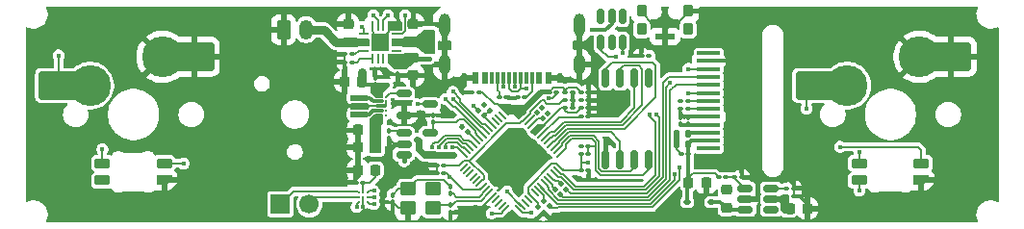
<source format=gbl>
%TF.GenerationSoftware,KiCad,Pcbnew,9.0.3*%
%TF.CreationDate,2025-07-18T01:49:26-04:00*%
%TF.ProjectId,board,626f6172-642e-46b6-9963-61645f706362,rev?*%
%TF.SameCoordinates,Original*%
%TF.FileFunction,Copper,L4,Bot*%
%TF.FilePolarity,Positive*%
%FSLAX46Y46*%
G04 Gerber Fmt 4.6, Leading zero omitted, Abs format (unit mm)*
G04 Created by KiCad (PCBNEW 9.0.3) date 2025-07-18 01:49:26*
%MOMM*%
%LPD*%
G01*
G04 APERTURE LIST*
G04 Aperture macros list*
%AMRoundRect*
0 Rectangle with rounded corners*
0 $1 Rounding radius*
0 $2 $3 $4 $5 $6 $7 $8 $9 X,Y pos of 4 corners*
0 Add a 4 corners polygon primitive as box body*
4,1,4,$2,$3,$4,$5,$6,$7,$8,$9,$2,$3,0*
0 Add four circle primitives for the rounded corners*
1,1,$1+$1,$2,$3*
1,1,$1+$1,$4,$5*
1,1,$1+$1,$6,$7*
1,1,$1+$1,$8,$9*
0 Add four rect primitives between the rounded corners*
20,1,$1+$1,$2,$3,$4,$5,0*
20,1,$1+$1,$4,$5,$6,$7,0*
20,1,$1+$1,$6,$7,$8,$9,0*
20,1,$1+$1,$8,$9,$2,$3,0*%
%AMRotRect*
0 Rectangle, with rotation*
0 The origin of the aperture is its center*
0 $1 length*
0 $2 width*
0 $3 Rotation angle, in degrees counterclockwise*
0 Add horizontal line*
21,1,$1,$2,0,0,$3*%
%AMFreePoly0*
4,1,18,-0.410000,0.593000,-0.403758,0.624380,-0.385983,0.650983,-0.359380,0.668758,-0.328000,0.675000,0.328000,0.675000,0.359380,0.668758,0.385983,0.650983,0.403758,0.624380,0.410000,0.593000,0.410000,-0.593000,0.403758,-0.624380,0.385983,-0.650983,0.359380,-0.668758,0.328000,-0.675000,0.000000,-0.675000,-0.410000,-0.265000,-0.410000,0.593000,-0.410000,0.593000,$1*%
G04 Aperture macros list end*
%TA.AperFunction,Conductor*%
%ADD10C,0.200000*%
%TD*%
%TA.AperFunction,EtchedComponent*%
%ADD11C,0.000000*%
%TD*%
%TA.AperFunction,ComponentPad*%
%ADD12RoundRect,0.250000X-0.350000X-0.625000X0.350000X-0.625000X0.350000X0.625000X-0.350000X0.625000X0*%
%TD*%
%TA.AperFunction,ComponentPad*%
%ADD13O,1.200000X1.750000*%
%TD*%
%TA.AperFunction,ComponentPad*%
%ADD14R,1.700000X1.700000*%
%TD*%
%TA.AperFunction,ComponentPad*%
%ADD15C,1.700000*%
%TD*%
%TA.AperFunction,SMDPad,CuDef*%
%ADD16RoundRect,0.250000X-1.525000X-1.000000X1.525000X-1.000000X1.525000X1.000000X-1.525000X1.000000X0*%
%TD*%
%TA.AperFunction,ComponentPad*%
%ADD17C,3.600000*%
%TD*%
%TA.AperFunction,SMDPad,CuDef*%
%ADD18RoundRect,0.100000X0.100000X-0.130000X0.100000X0.130000X-0.100000X0.130000X-0.100000X-0.130000X0*%
%TD*%
%TA.AperFunction,SMDPad,CuDef*%
%ADD19RoundRect,0.140000X0.140000X0.170000X-0.140000X0.170000X-0.140000X-0.170000X0.140000X-0.170000X0*%
%TD*%
%TA.AperFunction,SMDPad,CuDef*%
%ADD20C,0.296800*%
%TD*%
%TA.AperFunction,SMDPad,CuDef*%
%ADD21RoundRect,0.100000X-0.130000X-0.100000X0.130000X-0.100000X0.130000X0.100000X-0.130000X0.100000X0*%
%TD*%
%TA.AperFunction,SMDPad,CuDef*%
%ADD22RoundRect,0.100000X0.130000X0.100000X-0.130000X0.100000X-0.130000X-0.100000X0.130000X-0.100000X0*%
%TD*%
%TA.AperFunction,SMDPad,CuDef*%
%ADD23RoundRect,0.100000X-0.162635X0.021213X0.021213X-0.162635X0.162635X-0.021213X-0.021213X0.162635X0*%
%TD*%
%TA.AperFunction,SMDPad,CuDef*%
%ADD24RoundRect,0.100000X0.162635X-0.021213X-0.021213X0.162635X-0.162635X0.021213X0.021213X-0.162635X0*%
%TD*%
%TA.AperFunction,SMDPad,CuDef*%
%ADD25RoundRect,0.050000X0.309359X-0.238649X-0.238649X0.309359X-0.309359X0.238649X0.238649X-0.309359X0*%
%TD*%
%TA.AperFunction,SMDPad,CuDef*%
%ADD26RoundRect,0.050000X0.309359X0.238649X0.238649X0.309359X-0.309359X-0.238649X-0.238649X-0.309359X0*%
%TD*%
%TA.AperFunction,HeatsinkPad*%
%ADD27RotRect,3.200000X3.200000X135.000000*%
%TD*%
%TA.AperFunction,SMDPad,CuDef*%
%ADD28RoundRect,0.225000X0.250000X-0.225000X0.250000X0.225000X-0.250000X0.225000X-0.250000X-0.225000X0*%
%TD*%
%TA.AperFunction,SMDPad,CuDef*%
%ADD29RoundRect,0.218750X-0.256250X0.218750X-0.256250X-0.218750X0.256250X-0.218750X0.256250X0.218750X0*%
%TD*%
%TA.AperFunction,SMDPad,CuDef*%
%ADD30RoundRect,0.225000X-0.225000X-0.250000X0.225000X-0.250000X0.225000X0.250000X-0.225000X0.250000X0*%
%TD*%
%TA.AperFunction,SMDPad,CuDef*%
%ADD31RoundRect,0.162500X0.162500X-0.650000X0.162500X0.650000X-0.162500X0.650000X-0.162500X-0.650000X0*%
%TD*%
%TA.AperFunction,SMDPad,CuDef*%
%ADD32RoundRect,0.100000X-0.100000X0.130000X-0.100000X-0.130000X0.100000X-0.130000X0.100000X0.130000X0*%
%TD*%
%TA.AperFunction,SMDPad,CuDef*%
%ADD33C,0.270000*%
%TD*%
%TA.AperFunction,SMDPad,CuDef*%
%ADD34RoundRect,0.225000X0.225000X0.250000X-0.225000X0.250000X-0.225000X-0.250000X0.225000X-0.250000X0*%
%TD*%
%TA.AperFunction,SMDPad,CuDef*%
%ADD35RoundRect,0.062500X-0.375000X-0.062500X0.375000X-0.062500X0.375000X0.062500X-0.375000X0.062500X0*%
%TD*%
%TA.AperFunction,SMDPad,CuDef*%
%ADD36RoundRect,0.062500X-0.062500X-0.375000X0.062500X-0.375000X0.062500X0.375000X-0.062500X0.375000X0*%
%TD*%
%TA.AperFunction,HeatsinkPad*%
%ADD37R,1.600000X1.600000*%
%TD*%
%TA.AperFunction,SMDPad,CuDef*%
%ADD38RoundRect,0.135000X-0.315000X-0.365000X0.315000X-0.365000X0.315000X0.365000X-0.315000X0.365000X0*%
%TD*%
%TA.AperFunction,SMDPad,CuDef*%
%ADD39RoundRect,0.082500X-0.767500X-0.192500X0.767500X-0.192500X0.767500X0.192500X-0.767500X0.192500X0*%
%TD*%
%TA.AperFunction,SMDPad,CuDef*%
%ADD40RoundRect,0.250000X-0.450000X-0.350000X0.450000X-0.350000X0.450000X0.350000X-0.450000X0.350000X0*%
%TD*%
%TA.AperFunction,SMDPad,CuDef*%
%ADD41RoundRect,0.150000X-0.512500X-0.150000X0.512500X-0.150000X0.512500X0.150000X-0.512500X0.150000X0*%
%TD*%
%TA.AperFunction,SMDPad,CuDef*%
%ADD42RoundRect,0.100000X-0.021213X-0.162635X0.162635X0.021213X0.021213X0.162635X-0.162635X-0.021213X0*%
%TD*%
%TA.AperFunction,SMDPad,CuDef*%
%ADD43R,0.600000X1.100000*%
%TD*%
%TA.AperFunction,SMDPad,CuDef*%
%ADD44R,0.300000X1.100000*%
%TD*%
%TA.AperFunction,ComponentPad*%
%ADD45O,1.000000X1.800000*%
%TD*%
%TA.AperFunction,ComponentPad*%
%ADD46O,1.000000X2.000000*%
%TD*%
%TA.AperFunction,ConnectorPad*%
%ADD47R,2.000000X0.350000*%
%TD*%
%TA.AperFunction,SMDPad,CuDef*%
%ADD48RoundRect,0.137500X-0.662500X0.137500X-0.662500X-0.137500X0.662500X-0.137500X0.662500X0.137500X0*%
%TD*%
%TA.AperFunction,SMDPad,CuDef*%
%ADD49RoundRect,0.150000X0.150000X-0.512500X0.150000X0.512500X-0.150000X0.512500X-0.150000X-0.512500X0*%
%TD*%
%TA.AperFunction,SMDPad,CuDef*%
%ADD50RoundRect,0.112500X-0.187500X-0.112500X0.187500X-0.112500X0.187500X0.112500X-0.187500X0.112500X0*%
%TD*%
%TA.AperFunction,SMDPad,CuDef*%
%ADD51RoundRect,0.100000X0.021213X0.162635X-0.162635X-0.021213X-0.021213X-0.162635X0.162635X0.021213X0*%
%TD*%
%TA.AperFunction,SMDPad,CuDef*%
%ADD52RoundRect,0.082000X0.593000X-0.328000X0.593000X0.328000X-0.593000X0.328000X-0.593000X-0.328000X0*%
%TD*%
%TA.AperFunction,SMDPad,CuDef*%
%ADD53FreePoly0,90.000000*%
%TD*%
%TA.AperFunction,SMDPad,CuDef*%
%ADD54RoundRect,0.225000X-0.250000X0.225000X-0.250000X-0.225000X0.250000X-0.225000X0.250000X0.225000X0*%
%TD*%
%TA.AperFunction,ViaPad*%
%ADD55C,0.450000*%
%TD*%
%TA.AperFunction,Conductor*%
%ADD56C,0.800000*%
%TD*%
%TA.AperFunction,Conductor*%
%ADD57C,0.350000*%
%TD*%
%TA.AperFunction,Conductor*%
%ADD58C,0.400000*%
%TD*%
%TA.AperFunction,Conductor*%
%ADD59C,0.300000*%
%TD*%
%TA.AperFunction,Conductor*%
%ADD60C,0.500000*%
%TD*%
%TA.AperFunction,Conductor*%
%ADD61C,0.600000*%
%TD*%
G04 APERTURE END LIST*
D10*
%TO.N,VSYS*%
X87270000Y-37442222D02*
X87361454Y-37553999D01*
X87379546Y-38350000D01*
X87000000Y-38350000D01*
X86740000Y-38090000D01*
X86740000Y-37520000D01*
X86570000Y-37350000D01*
X85880000Y-37350000D01*
X85880000Y-36950000D01*
X86580002Y-36950000D01*
X86746669Y-36800000D01*
X87270000Y-36800000D01*
X87270000Y-37442222D01*
%TA.AperFunction,Conductor*%
G36*
X87270000Y-37442222D02*
G01*
X87361454Y-37553999D01*
X87379546Y-38350000D01*
X87000000Y-38350000D01*
X86740000Y-38090000D01*
X86740000Y-37520000D01*
X86570000Y-37350000D01*
X85880000Y-37350000D01*
X85880000Y-36950000D01*
X86580002Y-36950000D01*
X86746669Y-36800000D01*
X87270000Y-36800000D01*
X87270000Y-37442222D01*
G37*
%TD.AperFunction*%
%TO.N,VBUS*%
X54680000Y-24761251D02*
X53643018Y-25620000D01*
X52670000Y-25620000D01*
X52160000Y-25150000D01*
X52160000Y-24450000D01*
X53412000Y-24450000D01*
X53516000Y-24370000D01*
X54680000Y-24370000D01*
X54680000Y-24761251D01*
%TA.AperFunction,Conductor*%
G36*
X54680000Y-24761251D02*
G01*
X53643018Y-25620000D01*
X52670000Y-25620000D01*
X52160000Y-25150000D01*
X52160000Y-24450000D01*
X53412000Y-24450000D01*
X53516000Y-24370000D01*
X54680000Y-24370000D01*
X54680000Y-24761251D01*
G37*
%TD.AperFunction*%
%TO.N,GND*%
X52160000Y-21560000D02*
X53230000Y-21560000D01*
X53230000Y-22270000D01*
X52160000Y-22270000D01*
X52160000Y-21560000D01*
%TA.AperFunction,Conductor*%
G36*
X52160000Y-21560000D02*
G01*
X53230000Y-21560000D01*
X53230000Y-22270000D01*
X52160000Y-22270000D01*
X52160000Y-21560000D01*
G37*
%TD.AperFunction*%
%TO.N,3V3*%
X64994659Y-31494659D02*
X64700000Y-31200000D01*
X65270000Y-30630000D01*
X65851665Y-30630000D01*
X64994659Y-31494659D01*
%TA.AperFunction,Conductor*%
G36*
X64994659Y-31494659D02*
G01*
X64700000Y-31200000D01*
X65270000Y-30630000D01*
X65851665Y-30630000D01*
X64994659Y-31494659D01*
G37*
%TD.AperFunction*%
%TO.N,VSYS*%
X52140000Y-27188400D02*
X51580000Y-27726000D01*
X51580000Y-28190000D01*
X51049600Y-28190000D01*
X50640000Y-27796153D01*
X50640000Y-26970000D01*
X52140000Y-26970000D01*
X52140000Y-27188400D01*
%TA.AperFunction,Conductor*%
G36*
X52140000Y-27188400D02*
G01*
X51580000Y-27726000D01*
X51580000Y-28190000D01*
X51049600Y-28190000D01*
X50640000Y-27796153D01*
X50640000Y-26970000D01*
X52140000Y-26970000D01*
X52140000Y-27188400D01*
G37*
%TD.AperFunction*%
%TO.N,3V3*%
X66400000Y-27850000D02*
X65699669Y-27850000D01*
X64150000Y-29340000D01*
X64150000Y-29520000D01*
X63630000Y-30030000D01*
X63190000Y-29600000D01*
X62830000Y-29600000D01*
X62660000Y-29740000D01*
X61800000Y-28900000D01*
X64110376Y-28965636D01*
X64101134Y-28956039D01*
X65480000Y-27590000D01*
X66400000Y-27590000D01*
X66400000Y-27850000D01*
%TA.AperFunction,Conductor*%
G36*
X66400000Y-27850000D02*
G01*
X65699669Y-27850000D01*
X64150000Y-29340000D01*
X64150000Y-29520000D01*
X63630000Y-30030000D01*
X63190000Y-29600000D01*
X62830000Y-29600000D01*
X62660000Y-29740000D01*
X61800000Y-28900000D01*
X64110376Y-28965636D01*
X64101134Y-28956039D01*
X65480000Y-27590000D01*
X66400000Y-27590000D01*
X66400000Y-27850000D01*
G37*
%TD.AperFunction*%
%TO.N,VBAT*%
X49390000Y-23080000D02*
X50340000Y-23080000D01*
X50340000Y-23619527D01*
X49385000Y-23615000D01*
X49325000Y-23675000D01*
X48550000Y-23675000D01*
X48550000Y-22980000D01*
X49290000Y-22980000D01*
X49390000Y-23080000D01*
%TA.AperFunction,Conductor*%
G36*
X49390000Y-23080000D02*
G01*
X50340000Y-23080000D01*
X50340000Y-23619527D01*
X49385000Y-23615000D01*
X49325000Y-23675000D01*
X48550000Y-23675000D01*
X48550000Y-22980000D01*
X49290000Y-22980000D01*
X49390000Y-23080000D01*
G37*
%TD.AperFunction*%
%TO.N,GND*%
X48830000Y-28740000D02*
X50290000Y-28740000D01*
X50290000Y-29160000D01*
X48830000Y-29160000D01*
X48830000Y-28740000D01*
%TA.AperFunction,Conductor*%
G36*
X48830000Y-28740000D02*
G01*
X50290000Y-28740000D01*
X50290000Y-29160000D01*
X48830000Y-29160000D01*
X48830000Y-28740000D01*
G37*
%TD.AperFunction*%
%TO.N,3V3*%
X51580000Y-30450000D02*
X51410000Y-30620000D01*
X51410000Y-32990000D01*
X50560000Y-32990000D01*
X50560000Y-30148763D01*
X51008000Y-29710000D01*
X51580000Y-29710000D01*
X51580000Y-30450000D01*
%TA.AperFunction,Conductor*%
G36*
X51580000Y-30450000D02*
G01*
X51410000Y-30620000D01*
X51410000Y-32990000D01*
X50560000Y-32990000D01*
X50560000Y-30148763D01*
X51008000Y-29710000D01*
X51580000Y-29710000D01*
X51580000Y-30450000D01*
G37*
%TD.AperFunction*%
%TO.N,VSYS*%
X56100000Y-24300000D02*
X55374999Y-24300000D01*
X54600000Y-23680000D01*
X53460000Y-23680000D01*
X53410000Y-23630000D01*
X52530000Y-23630000D01*
X52530000Y-23070000D01*
X53410000Y-23070000D01*
X53510000Y-22970000D01*
X54600000Y-22970000D01*
X55324325Y-22300000D01*
X56100000Y-22300000D01*
X56100000Y-24300000D01*
%TA.AperFunction,Conductor*%
G36*
X56100000Y-24300000D02*
G01*
X55374999Y-24300000D01*
X54600000Y-23680000D01*
X53460000Y-23680000D01*
X53410000Y-23630000D01*
X52530000Y-23630000D01*
X52530000Y-23070000D01*
X53410000Y-23070000D01*
X53510000Y-22970000D01*
X54600000Y-22970000D01*
X55324325Y-22300000D01*
X56100000Y-22300000D01*
X56100000Y-24300000D01*
G37*
%TD.AperFunction*%
D11*
%TA.AperFunction,EtchedComponent*%
%TD*%
%TO.C,NT1*%
G36*
X51935900Y-29098401D02*
G01*
X51139100Y-29098401D01*
X51139100Y-28801601D01*
X51935900Y-28801601D01*
X51935900Y-29098401D01*
G37*
%TD.AperFunction*%
D12*
%TO.P,J2,1,Pin_1*%
%TO.N,GND*%
X42900001Y-22250000D03*
D13*
%TO.P,J2,2,Pin_2*%
%TO.N,VBAT*%
X44900002Y-22250000D03*
%TD*%
D14*
%TO.P,J4,1,Pin_1*%
%TO.N,Net-(J4-Pin_1)*%
X42625000Y-37600000D03*
D15*
%TO.P,J4,2,Pin_2*%
%TO.N,Net-(J4-Pin_2)*%
X45165000Y-37600000D03*
%TD*%
D16*
%TO.P,SW1,1,1*%
%TO.N,/BUTTON_L*%
X23115000Y-27160000D03*
D17*
X25890000Y-27160000D03*
%TO.P,SW1,2,2*%
%TO.N,GND*%
X32240000Y-24620000D03*
D16*
X35020001Y-24620000D03*
%TD*%
%TO.P,SW2,1,1*%
%TO.N,/BUTTON_R*%
X89715000Y-27160000D03*
D17*
X92490000Y-27160000D03*
%TO.P,SW2,2,2*%
%TO.N,GND*%
X98840000Y-24620000D03*
D16*
X101620001Y-24620000D03*
%TD*%
D18*
%TO.P,R21,1*%
%TO.N,GND*%
X52200000Y-31820000D03*
%TO.P,R21,2*%
%TO.N,Net-(U9-SET)*%
X52200000Y-31180000D03*
%TD*%
D19*
%TO.P,C22,1*%
%TO.N,9V*%
X78450000Y-32330000D03*
%TO.P,C22,2*%
%TO.N,GND*%
X77490000Y-32330000D03*
%TD*%
D20*
%TO.P,NT1,1,1*%
%TO.N,Net-(U6-AGND)*%
X51943900Y-28950001D03*
%TO.P,NT1,2,2*%
%TO.N,GND*%
X51131100Y-28950001D03*
%TD*%
D21*
%TO.P,C13,1*%
%TO.N,1V1*%
X69080000Y-29850000D03*
%TO.P,C13,2*%
%TO.N,GND*%
X69720000Y-29850000D03*
%TD*%
D22*
%TO.P,R19,1*%
%TO.N,Net-(U7-FB)*%
X81825000Y-35250000D03*
%TO.P,R19,2*%
%TO.N,9V*%
X81185000Y-35250000D03*
%TD*%
D21*
%TO.P,C1,1*%
%TO.N,3V3*%
X69080000Y-29150000D03*
%TO.P,C1,2*%
%TO.N,GND*%
X69720000Y-29150000D03*
%TD*%
D23*
%TO.P,R5,1*%
%TO.N,Net-(U2-GPIO3)*%
X66817678Y-36317678D03*
%TO.P,R5,2*%
%TO.N,/DISP_PIN_MOSI*%
X67270226Y-36770226D03*
%TD*%
D21*
%TO.P,R8,1*%
%TO.N,3V3*%
X69080000Y-33200001D03*
%TO.P,R8,2*%
%TO.N,/QSPI_SS*%
X69720000Y-33200001D03*
%TD*%
D24*
%TO.P,R17,1*%
%TO.N,/PWR_VBAT*%
X60526274Y-29826274D03*
%TO.P,R17,2*%
%TO.N,VSYS_GATED*%
X60073726Y-29373726D03*
%TD*%
D22*
%TO.P,C14,1*%
%TO.N,1V1*%
X57020000Y-34150000D03*
%TO.P,C14,2*%
%TO.N,GND*%
X56380000Y-34150000D03*
%TD*%
D23*
%TO.P,R18,1*%
%TO.N,GND*%
X60568700Y-28878752D03*
%TO.P,R18,2*%
%TO.N,/PWR_VBAT*%
X61021248Y-29331300D03*
%TD*%
D21*
%TO.P,C8,1*%
%TO.N,3V3*%
X67680000Y-27750000D03*
%TO.P,C8,2*%
%TO.N,GND*%
X68320000Y-27750000D03*
%TD*%
D24*
%TO.P,R12,1*%
%TO.N,Net-(D2-DIN)*%
X66276274Y-37776274D03*
%TO.P,R12,2*%
%TO.N,/LED_DIN*%
X65823726Y-37323726D03*
%TD*%
D21*
%TO.P,C9,1*%
%TO.N,3V3*%
X67680000Y-29150000D03*
%TO.P,C9,2*%
%TO.N,GND*%
X68320000Y-29150000D03*
%TD*%
D22*
%TO.P,C34,1*%
%TO.N,3V3*%
X49900000Y-35700000D03*
%TO.P,C34,2*%
%TO.N,GND*%
X49260000Y-35700000D03*
%TD*%
D18*
%TO.P,C25,1*%
%TO.N,3V3*%
X77800000Y-30575000D03*
%TO.P,C25,2*%
%TO.N,GND*%
X77800000Y-29935000D03*
%TD*%
D22*
%TO.P,C10,1*%
%TO.N,GND*%
X69720000Y-27750000D03*
%TO.P,C10,2*%
%TO.N,3V3*%
X69080000Y-27750000D03*
%TD*%
%TO.P,R16,1*%
%TO.N,GND*%
X87770000Y-36200000D03*
%TO.P,R16,2*%
%TO.N,/DISP_REG_EN*%
X87130000Y-36200000D03*
%TD*%
D25*
%TO.P,U2,1,IOVDD*%
%TO.N,3V3*%
X67269157Y-34342202D03*
%TO.P,U2,2,GPIO0*%
%TO.N,/DISP_PIN_RST*%
X66986314Y-34625045D03*
%TO.P,U2,3,GPIO1*%
%TO.N,/DISP_PIN_CS*%
X66703472Y-34907887D03*
%TO.P,U2,4,GPIO2*%
%TO.N,Net-(U2-GPIO2)*%
X66420629Y-35190730D03*
%TO.P,U2,5,GPIO3*%
%TO.N,Net-(U2-GPIO3)*%
X66137786Y-35473573D03*
%TO.P,U2,6,GPIO4*%
%TO.N,/DISP_PIN_DC*%
X65854944Y-35756415D03*
%TO.P,U2,7,GPIO5*%
%TO.N,/DISP_REG_EN*%
X65572101Y-36039258D03*
%TO.P,U2,8,GPIO6*%
%TO.N,/LED_DIN*%
X65289258Y-36322101D03*
%TO.P,U2,9,GPIO7*%
%TO.N,unconnected-(U2-GPIO7-Pad9)*%
X65006415Y-36604944D03*
%TO.P,U2,10,IOVDD*%
%TO.N,3V3*%
X64723573Y-36887786D03*
%TO.P,U2,11,GPIO8*%
%TO.N,unconnected-(U2-GPIO8-Pad11)*%
X64440730Y-37170629D03*
%TO.P,U2,12,GPIO9*%
%TO.N,unconnected-(U2-GPIO9-Pad12)*%
X64157887Y-37453472D03*
%TO.P,U2,13,GPIO10*%
%TO.N,/BUTTON_L*%
X63875045Y-37736314D03*
%TO.P,U2,14,GPIO11*%
%TO.N,/BUTTON_R*%
X63592202Y-38019157D03*
D26*
%TO.P,U2,15,GPIO12*%
%TO.N,/BUTTON_MENU*%
X62407798Y-38019157D03*
%TO.P,U2,16,GPIO13*%
%TO.N,unconnected-(U2-GPIO13-Pad16)*%
X62124955Y-37736314D03*
%TO.P,U2,17,GPIO14*%
%TO.N,unconnected-(U2-GPIO14-Pad17)*%
X61842113Y-37453472D03*
%TO.P,U2,18,GPIO15*%
%TO.N,unconnected-(U2-GPIO15-Pad18)*%
X61559270Y-37170629D03*
%TO.P,U2,19,TESTEN*%
%TO.N,GND*%
X61276427Y-36887786D03*
%TO.P,U2,20,XIN*%
%TO.N,/XIN*%
X60993585Y-36604944D03*
%TO.P,U2,21,XOUT*%
%TO.N,/XOUT*%
X60710742Y-36322101D03*
%TO.P,U2,22,IOVDD*%
%TO.N,3V3*%
X60427899Y-36039258D03*
%TO.P,U2,23,DVDD*%
%TO.N,1V1*%
X60145056Y-35756415D03*
%TO.P,U2,24,SWCLK*%
%TO.N,unconnected-(U2-SWCLK-Pad24)*%
X59862214Y-35473573D03*
%TO.P,U2,25,SWD*%
%TO.N,unconnected-(U2-SWD-Pad25)*%
X59579371Y-35190730D03*
%TO.P,U2,26,RUN*%
%TO.N,Net-(U2-RUN)*%
X59296528Y-34907887D03*
%TO.P,U2,27,GPIO16*%
%TO.N,unconnected-(U2-GPIO16-Pad27)*%
X59013686Y-34625045D03*
%TO.P,U2,28,GPIO17*%
%TO.N,unconnected-(U2-GPIO17-Pad28)*%
X58730843Y-34342202D03*
D25*
%TO.P,U2,29,GPIO18*%
%TO.N,/AUDIO_I2S_LRCK*%
X58730843Y-33157798D03*
%TO.P,U2,30,GPIO19*%
%TO.N,/AUDIO_I2S_BCLK*%
X59013686Y-32874955D03*
%TO.P,U2,31,GPIO20*%
%TO.N,/AUDIO_I2S_DOUT*%
X59296528Y-32592113D03*
%TO.P,U2,32,GPIO21*%
%TO.N,/AUDIO_I2S_SD*%
X59579371Y-32309270D03*
%TO.P,U2,33,IOVDD*%
%TO.N,3V3*%
X59862214Y-32026427D03*
%TO.P,U2,34,GPIO22*%
%TO.N,/PWR_PERIPH_EN*%
X60145056Y-31743585D03*
%TO.P,U2,35,GPIO23*%
%TO.N,/PWR_CHG_EN*%
X60427899Y-31460742D03*
%TO.P,U2,36,GPIO24*%
%TO.N,/PWR_~{PGOOD}*%
X60710742Y-31177899D03*
%TO.P,U2,37,GPIO25*%
%TO.N,/PWR_~{CHG}*%
X60993585Y-30895056D03*
%TO.P,U2,38,GPIO26_ADC0*%
%TO.N,/PWR_VBAT*%
X61276427Y-30612214D03*
%TO.P,U2,39,GPIO27_ADC1*%
%TO.N,unconnected-(U2-GPIO27_ADC1-Pad39)*%
X61559270Y-30329371D03*
%TO.P,U2,40,GPIO28_ADC2*%
%TO.N,unconnected-(U2-GPIO28_ADC2-Pad40)*%
X61842113Y-30046528D03*
%TO.P,U2,41,GPIO29_ADC3*%
%TO.N,unconnected-(U2-GPIO29_ADC3-Pad41)*%
X62124955Y-29763686D03*
%TO.P,U2,42,IOVDD*%
%TO.N,3V3*%
X62407798Y-29480843D03*
D26*
%TO.P,U2,43,ADC_AVDD*%
X63592202Y-29480843D03*
%TO.P,U2,44,VREG_IN*%
X63875045Y-29763686D03*
%TO.P,U2,45,VREG_VOUT*%
%TO.N,1V1*%
X64157887Y-30046528D03*
%TO.P,U2,46,USB_DM*%
%TO.N,Net-(U2-USB_DM)*%
X64440730Y-30329371D03*
%TO.P,U2,47,USB_DP*%
%TO.N,Net-(U2-USB_DP)*%
X64723573Y-30612214D03*
%TO.P,U2,48,USB_VDD*%
%TO.N,3V3*%
X65006415Y-30895056D03*
%TO.P,U2,49,IOVDD*%
X65289258Y-31177899D03*
%TO.P,U2,50,DVDD*%
%TO.N,1V1*%
X65572101Y-31460742D03*
%TO.P,U2,51,QSPI_SD3*%
%TO.N,/QSPI_SD3*%
X65854944Y-31743585D03*
%TO.P,U2,52,QSPI_SCLK*%
%TO.N,/QSPI_SCLK*%
X66137786Y-32026427D03*
%TO.P,U2,53,QSPI_SD0*%
%TO.N,/QSPI_SD0*%
X66420629Y-32309270D03*
%TO.P,U2,54,QSPI_SD2*%
%TO.N,/QSPI_SD2*%
X66703472Y-32592113D03*
%TO.P,U2,55,QSPI_SD1*%
%TO.N,/QSPI_SD1*%
X66986314Y-32874955D03*
%TO.P,U2,56,QSPI_SS*%
%TO.N,/QSPI_SS*%
X67269157Y-33157798D03*
D27*
%TO.P,U2,57,GND*%
%TO.N,GND*%
X63000000Y-33750000D03*
%TD*%
D24*
%TO.P,C4,1*%
%TO.N,3V3*%
X59076274Y-31226274D03*
%TO.P,C4,2*%
%TO.N,GND*%
X58623726Y-30773726D03*
%TD*%
D28*
%TO.P,C17,1*%
%TO.N,GND*%
X54299997Y-26275000D03*
%TO.P,C17,2*%
%TO.N,VBUS*%
X54299997Y-24725000D03*
%TD*%
D21*
%TO.P,C5,1*%
%TO.N,3V3*%
X69080000Y-34650000D03*
%TO.P,C5,2*%
%TO.N,GND*%
X69720000Y-34650000D03*
%TD*%
D29*
%TO.P,L2,1,1*%
%TO.N,VSYS*%
X81850000Y-36349999D03*
%TO.P,L2,2,2*%
%TO.N,Net-(D3-A)*%
X81850000Y-37925001D03*
%TD*%
D18*
%TO.P,R1,1*%
%TO.N,/XOUT*%
X57580000Y-36655000D03*
%TO.P,R1,2*%
%TO.N,Net-(C16-Pad2)*%
X57580000Y-36015000D03*
%TD*%
D30*
%TO.P,C33,1*%
%TO.N,GND*%
X49425000Y-34600000D03*
%TO.P,C33,2*%
%TO.N,3V3*%
X50975000Y-34600000D03*
%TD*%
D31*
%TO.P,U3,1,~{CS}*%
%TO.N,/QSPI_SS*%
X75055000Y-33687500D03*
%TO.P,U3,2,DO/IO_{1}*%
%TO.N,/QSPI_SD1*%
X73785000Y-33687500D03*
%TO.P,U3,3,~{WP}/IO_{2}*%
%TO.N,/QSPI_SD2*%
X72515000Y-33687500D03*
%TO.P,U3,4,GND*%
%TO.N,GND*%
X71245000Y-33687500D03*
%TO.P,U3,5,DI/IO_{0}*%
%TO.N,/QSPI_SD0*%
X71245000Y-26512500D03*
%TO.P,U3,6,CLK*%
%TO.N,/QSPI_SCLK*%
X72515000Y-26512500D03*
%TO.P,U3,7,~{HOLD}/~{RESET}/IO_{3}*%
%TO.N,/QSPI_SD3*%
X73785000Y-26512500D03*
%TO.P,U3,8,VCC*%
%TO.N,3V3*%
X75055000Y-26512500D03*
%TD*%
D30*
%TO.P,C35,1*%
%TO.N,9V*%
X78525000Y-35700000D03*
%TO.P,C35,2*%
%TO.N,GND*%
X80075000Y-35700000D03*
%TD*%
D22*
%TO.P,R20,1*%
%TO.N,GND*%
X83220000Y-35250000D03*
%TO.P,R20,2*%
%TO.N,Net-(U7-FB)*%
X82580000Y-35250000D03*
%TD*%
D18*
%TO.P,C28,1*%
%TO.N,VSYS*%
X50950000Y-27100000D03*
%TO.P,C28,2*%
%TO.N,GND*%
X50950000Y-26460000D03*
%TD*%
D21*
%TO.P,C3,1*%
%TO.N,3V3*%
X66280000Y-27750000D03*
%TO.P,C3,2*%
%TO.N,GND*%
X66920000Y-27750000D03*
%TD*%
D32*
%TO.P,C15,1*%
%TO.N,/XIN*%
X57580000Y-37660000D03*
%TO.P,C15,2*%
%TO.N,GND*%
X57580000Y-38300000D03*
%TD*%
D33*
%TO.P,U8,A1,~{SD_MODE}*%
%TO.N,/AUDIO_I2S_SD*%
X50300000Y-36600000D03*
%TO.P,U8,A2,VDD*%
%TO.N,3V3*%
X49900000Y-36600000D03*
%TO.P,U8,A3,OUTP*%
%TO.N,Net-(J4-Pin_1)*%
X49500000Y-36600000D03*
%TO.P,U8,B1,DIN*%
%TO.N,/AUDIO_I2S_DOUT*%
X50300000Y-37000000D03*
%TO.P,U8,B2,GAIN_SLOT*%
%TO.N,GND*%
X49900000Y-37000000D03*
%TO.P,U8,B3,OUTN*%
%TO.N,Net-(J4-Pin_2)*%
X49500000Y-37000000D03*
%TO.P,U8,C1,BCLK*%
%TO.N,/AUDIO_I2S_BCLK*%
X50300000Y-37400000D03*
%TO.P,U8,C2,GND*%
%TO.N,GND*%
X49900000Y-37400000D03*
%TO.P,U8,C3,LRCLK*%
%TO.N,/AUDIO_I2S_LRCK*%
X49500000Y-37400000D03*
%TD*%
D19*
%TO.P,C26,1*%
%TO.N,Net-(DS1-VCOMH)*%
X78450000Y-31410000D03*
%TO.P,C26,2*%
%TO.N,GND*%
X77490000Y-31410000D03*
%TD*%
D34*
%TO.P,C29,1*%
%TO.N,3V3*%
X50975000Y-32600000D03*
%TO.P,C29,2*%
%TO.N,GND*%
X49425000Y-32600000D03*
%TD*%
D35*
%TO.P,U4,1,TS*%
%TO.N,Net-(U4-TS)*%
X50000000Y-24100000D03*
%TO.P,U4,2,BAT*%
%TO.N,VBAT*%
X50000000Y-23600000D03*
%TO.P,U4,3,BAT*%
X50000000Y-23100000D03*
%TO.P,U4,4,~{CE}*%
%TO.N,/PWR_CHG_EN*%
X50000000Y-22600000D03*
D36*
%TO.P,U4,5,EN2*%
%TO.N,GND*%
X50687500Y-21912500D03*
%TO.P,U4,6,EN1*%
%TO.N,VSYS*%
X51187500Y-21912500D03*
%TO.P,U4,7,~{PGOOD}*%
%TO.N,/PWR_~{PGOOD}*%
X51687500Y-21912500D03*
%TO.P,U4,8,VSS*%
%TO.N,GND*%
X52187500Y-21912500D03*
D35*
%TO.P,U4,9,~{CHG}*%
%TO.N,/PWR_~{CHG}*%
X52875000Y-22600000D03*
%TO.P,U4,10,OUT*%
%TO.N,VSYS*%
X52875000Y-23100000D03*
%TO.P,U4,11,OUT*%
X52875000Y-23600000D03*
%TO.P,U4,12,ILIM*%
%TO.N,unconnected-(U4-ILIM-Pad12)*%
X52875000Y-24100000D03*
D36*
%TO.P,U4,13,IN*%
%TO.N,VBUS*%
X52187500Y-24787500D03*
%TO.P,U4,14,TMR*%
%TO.N,unconnected-(U4-TMR-Pad14)*%
X51687500Y-24787500D03*
%TO.P,U4,15,ITERM*%
%TO.N,unconnected-(U4-ITERM-Pad15)*%
X51187500Y-24787500D03*
%TO.P,U4,16,ISET*%
%TO.N,Net-(U4-ISET)*%
X50687500Y-24787500D03*
D37*
%TO.P,U4,17,VSS*%
%TO.N,GND*%
X51437500Y-23350000D03*
%TD*%
D28*
%TO.P,C21,1*%
%TO.N,VBAT*%
X48575001Y-23324999D03*
%TO.P,C21,2*%
%TO.N,GND*%
X48575001Y-21774999D03*
%TD*%
D21*
%TO.P,R10,1*%
%TO.N,GND*%
X48280000Y-25100000D03*
%TO.P,R10,2*%
%TO.N,Net-(U4-ISET)*%
X48920000Y-25100000D03*
%TD*%
D38*
%TO.P,SW3,1,1*%
%TO.N,/BUTTON_MENU*%
X74400001Y-22200000D03*
X78499999Y-22200000D03*
%TO.P,SW3,2,2*%
%TO.N,GND*%
X74400001Y-20600000D03*
X78499999Y-20600000D03*
D39*
%TO.P,SW3,SH,B*%
X76450000Y-22825000D03*
%TD*%
D22*
%TO.P,C6,1*%
%TO.N,3V3*%
X60120000Y-27750000D03*
%TO.P,C6,2*%
%TO.N,GND*%
X59480000Y-27750000D03*
%TD*%
D40*
%TO.P,Y1,1,1*%
%TO.N,Net-(C16-Pad2)*%
X53850000Y-36250000D03*
%TO.P,Y1,2,2*%
%TO.N,GND*%
X56050000Y-36250000D03*
%TO.P,Y1,3,3*%
%TO.N,/XIN*%
X56050000Y-37950000D03*
%TO.P,Y1,4,4*%
%TO.N,GND*%
X53850000Y-37950000D03*
%TD*%
D18*
%TO.P,C23,1*%
%TO.N,3V3*%
X78500000Y-30570000D03*
%TO.P,C23,2*%
%TO.N,GND*%
X78500000Y-29930000D03*
%TD*%
D22*
%TO.P,C19,1*%
%TO.N,3V3*%
X75050000Y-24550000D03*
%TO.P,C19,2*%
%TO.N,GND*%
X74410000Y-24550000D03*
%TD*%
%TO.P,R3,1*%
%TO.N,GND*%
X62520000Y-28200000D03*
%TO.P,R3,2*%
%TO.N,Net-(J1-CC1)*%
X61880000Y-28200000D03*
%TD*%
D21*
%TO.P,R13,1*%
%TO.N,GND*%
X77830000Y-29200000D03*
%TO.P,R13,2*%
%TO.N,Net-(DS1-IREF)*%
X78470000Y-29200000D03*
%TD*%
D22*
%TO.P,C32,1*%
%TO.N,GND*%
X87770000Y-36900000D03*
%TO.P,C32,2*%
%TO.N,VSYS*%
X87130000Y-36900000D03*
%TD*%
D24*
%TO.P,R4,1*%
%TO.N,/DISP_PIN_SCLK*%
X67770226Y-36270226D03*
%TO.P,R4,2*%
%TO.N,Net-(U2-GPIO2)*%
X67317678Y-35817678D03*
%TD*%
D41*
%TO.P,U9,1,VOUT*%
%TO.N,VSYS_GATED*%
X53500000Y-33249999D03*
%TO.P,U9,2,GND*%
%TO.N,GND*%
X53500000Y-32300000D03*
%TO.P,U9,3,SET*%
%TO.N,Net-(U9-SET)*%
X53500000Y-31350001D03*
%TO.P,U9,4,EN*%
%TO.N,/PWR_PERIPH_EN*%
X55775000Y-31350001D03*
%TO.P,U9,5,VIN*%
%TO.N,VSYS*%
X55775000Y-33249999D03*
%TD*%
D18*
%TO.P,R22,1*%
%TO.N,/PWR_PERIPH_EN*%
X56050000Y-30420000D03*
%TO.P,R22,2*%
%TO.N,GND*%
X56050000Y-29780000D03*
%TD*%
D21*
%TO.P,C12,1*%
%TO.N,1V1*%
X67680000Y-28450000D03*
%TO.P,C12,2*%
%TO.N,GND*%
X68320000Y-28450000D03*
%TD*%
D22*
%TO.P,C11,1*%
%TO.N,GND*%
X69720000Y-28450000D03*
%TO.P,C11,2*%
%TO.N,1V1*%
X69080000Y-28450000D03*
%TD*%
D21*
%TO.P,R9,1*%
%TO.N,Net-(R9-Pad1)*%
X69080000Y-32500005D03*
%TO.P,R9,2*%
%TO.N,/QSPI_SS*%
X69720000Y-32500005D03*
%TD*%
D22*
%TO.P,C2,1*%
%TO.N,3V3*%
X57020000Y-34850000D03*
%TO.P,C2,2*%
%TO.N,GND*%
X56380000Y-34850000D03*
%TD*%
D42*
%TO.P,R6,1*%
%TO.N,Net-(U2-USB_DP)*%
X65698701Y-30071249D03*
%TO.P,R6,2*%
%TO.N,/USB_D+*%
X66151249Y-29618701D03*
%TD*%
D43*
%TO.P,J1,A1_B12,GND*%
%TO.N,GND*%
X59800000Y-26450000D03*
%TO.P,J1,A4_B9,VBUS*%
%TO.N,VBUS*%
X60600000Y-26450000D03*
D44*
%TO.P,J1,A5,CC1*%
%TO.N,Net-(J1-CC1)*%
X61750000Y-26450000D03*
%TO.P,J1,A6,DP1*%
%TO.N,Net-(J1-DP1)*%
X62750000Y-26450000D03*
%TO.P,J1,A7,DN1*%
%TO.N,Net-(J1-DN1)*%
X63250000Y-26450000D03*
%TO.P,J1,A8,SBU1*%
%TO.N,unconnected-(J1-SBU1-PadA8)*%
X64250000Y-26450000D03*
D43*
%TO.P,J1,B1_A12,GND*%
%TO.N,GND*%
X66200000Y-26450000D03*
%TO.P,J1,B4_A9,VBUS*%
%TO.N,VBUS*%
X65400000Y-26450000D03*
D44*
%TO.P,J1,B5,CC2*%
%TO.N,Net-(J1-CC2)*%
X64750000Y-26450000D03*
%TO.P,J1,B6,DP2*%
%TO.N,Net-(J1-DP1)*%
X63750000Y-26450000D03*
%TO.P,J1,B7,DN2*%
%TO.N,Net-(J1-DN1)*%
X62250000Y-26450000D03*
%TO.P,J1,B8,SBU2*%
%TO.N,unconnected-(J1-SBU2-PadB8)*%
X61250000Y-26450000D03*
D45*
%TO.P,J1,SH1,SHIELD*%
%TO.N,GND*%
X57050000Y-25300000D03*
%TO.P,J1,SH2,SHIELD*%
X68950000Y-25300000D03*
D46*
%TO.P,J1,SH3,SHIELD*%
X57050000Y-21800000D03*
%TO.P,J1,SH4,SHIELD*%
X68950000Y-21800000D03*
%TD*%
D47*
%TO.P,DS1,1,NC*%
%TO.N,unconnected-(DS1-NC-Pad1)*%
X80300000Y-32700000D03*
%TO.P,DS1,2,VPP*%
%TO.N,9V*%
X80300000Y-32000000D03*
%TO.P,DS1,3,VCOMH*%
%TO.N,Net-(DS1-VCOMH)*%
X80300000Y-31300000D03*
%TO.P,DS1,4,VDD*%
%TO.N,3V3*%
X80300000Y-30600000D03*
%TO.P,DS1,5,IM1*%
%TO.N,GND*%
X80300000Y-29900000D03*
%TO.P,DS1,6,IREF*%
%TO.N,Net-(DS1-IREF)*%
X80300000Y-29200000D03*
%TO.P,DS1,7,~{CS}*%
%TO.N,/DISP_PIN_CS*%
X80300000Y-28500000D03*
%TO.P,DS1,8,~{RES}*%
%TO.N,/DISP_PIN_RST*%
X80300000Y-27800000D03*
%TO.P,DS1,9,DC*%
%TO.N,/DISP_PIN_DC*%
X80300000Y-27100000D03*
%TO.P,DS1,10,D0*%
%TO.N,/DISP_PIN_SCLK*%
X80300000Y-26400000D03*
%TO.P,DS1,11,D1*%
%TO.N,/DISP_PIN_MOSI*%
X80300000Y-25700000D03*
%TO.P,DS1,12,VSS*%
%TO.N,GND*%
X80300000Y-25000000D03*
%TO.P,DS1,13,NC*%
%TO.N,unconnected-(DS1-NC-Pad13)*%
X80300000Y-24300000D03*
%TD*%
D41*
%TO.P,U5,1,GND*%
%TO.N,GND*%
X53502500Y-29749999D03*
%TO.P,U5,2,~{RESET}*%
%TO.N,REG_EN*%
X53502500Y-27850001D03*
%TO.P,U5,3,VCC*%
%TO.N,VSYS*%
X55777500Y-28800000D03*
%TD*%
D34*
%TO.P,C31,1*%
%TO.N,GND*%
X88975000Y-37975000D03*
%TO.P,C31,2*%
%TO.N,VSYS*%
X87425000Y-37975000D03*
%TD*%
D22*
%TO.P,R11,1*%
%TO.N,Net-(U4-TS)*%
X48920000Y-24400000D03*
%TO.P,R11,2*%
%TO.N,GND*%
X48280000Y-24400000D03*
%TD*%
D34*
%TO.P,C27,1*%
%TO.N,VSYS*%
X49825000Y-26800000D03*
%TO.P,C27,2*%
%TO.N,GND*%
X48275000Y-26800000D03*
%TD*%
D48*
%TO.P,L1,1,1*%
%TO.N,Net-(L1-Pad1)*%
X49537498Y-28225002D03*
%TO.P,L1,2,2*%
%TO.N,Net-(L1-Pad2)*%
X49537498Y-29675000D03*
%TD*%
D49*
%TO.P,U1,1,I/O1*%
%TO.N,/USB_D+*%
X72712500Y-23350000D03*
%TO.P,U1,2,GND*%
%TO.N,GND*%
X71762501Y-23350000D03*
%TO.P,U1,3,I/O2*%
%TO.N,/USB_D-*%
X70812502Y-23350000D03*
%TO.P,U1,4,I/O2*%
%TO.N,Net-(J1-DN1)*%
X70812502Y-21075000D03*
%TO.P,U1,5,VBUS*%
%TO.N,VBUS*%
X71762501Y-21075000D03*
%TO.P,U1,6,I/O1*%
%TO.N,Net-(J1-DP1)*%
X72712500Y-21075000D03*
%TD*%
D18*
%TO.P,C16,1*%
%TO.N,GND*%
X52500000Y-37420001D03*
%TO.P,C16,2*%
%TO.N,Net-(C16-Pad2)*%
X52500000Y-36780001D03*
%TD*%
D23*
%TO.P,C7,1*%
%TO.N,3V3*%
X65297452Y-37847452D03*
%TO.P,C7,2*%
%TO.N,GND*%
X65750000Y-38300000D03*
%TD*%
D21*
%TO.P,R14,1*%
%TO.N,3V3*%
X77830000Y-28500000D03*
%TO.P,R14,2*%
%TO.N,/DISP_PIN_CS*%
X78470000Y-28500000D03*
%TD*%
D41*
%TO.P,U7,1,SW*%
%TO.N,Net-(D3-A)*%
X83512500Y-38099999D03*
%TO.P,U7,2,GND*%
%TO.N,GND*%
X83512500Y-37150000D03*
%TO.P,U7,3,FB*%
%TO.N,Net-(U7-FB)*%
X83512500Y-36200001D03*
%TO.P,U7,4,EN*%
%TO.N,/DISP_REG_EN*%
X85787500Y-36200001D03*
%TO.P,U7,5,IN*%
%TO.N,VSYS*%
X85787500Y-37150000D03*
%TO.P,U7,6,NC*%
%TO.N,unconnected-(U7-NC-Pad6)*%
X85787500Y-38099999D03*
%TD*%
D33*
%TO.P,U6,A1,EN*%
%TO.N,REG_EN*%
X51937500Y-28150000D03*
%TO.P,U6,A2,VIN*%
%TO.N,VSYS*%
X51537500Y-28150001D03*
%TO.P,U6,A3,VIN*%
X51137500Y-28150000D03*
%TO.P,U6,B1,VSEL*%
%TO.N,Net-(U6-AGND)*%
X51937500Y-28550000D03*
%TO.P,U6,B2,LX1*%
%TO.N,Net-(L1-Pad1)*%
X51537500Y-28550000D03*
%TO.P,U6,B3,LX1*%
X51137500Y-28550000D03*
%TO.P,U6,C1,AGND*%
%TO.N,Net-(U6-AGND)*%
X51937500Y-28950000D03*
%TO.P,U6,C2,PGND*%
%TO.N,GND*%
X51537500Y-28950000D03*
%TO.P,U6,C3,PGND*%
X51137500Y-28950000D03*
%TO.P,U6,D1,SCL*%
%TO.N,unconnected-(U6-SCL-PadD1)*%
X51937500Y-29350000D03*
%TO.P,U6,D2,LX2*%
%TO.N,Net-(L1-Pad2)*%
X51537500Y-29350000D03*
%TO.P,U6,D3,LX2*%
X51137500Y-29350000D03*
%TO.P,U6,E1,SDA*%
%TO.N,unconnected-(U6-SDA-PadE1)*%
X51937500Y-29750000D03*
%TO.P,U6,E2,VOUT*%
%TO.N,3V3*%
X51537500Y-29749999D03*
%TO.P,U6,E3,VOUT*%
X51137500Y-29750000D03*
%TD*%
D50*
%TO.P,D3,1,K*%
%TO.N,9V*%
X78425000Y-37400000D03*
%TO.P,D3,2,A*%
%TO.N,Net-(D3-A)*%
X80525000Y-37400000D03*
%TD*%
D51*
%TO.P,R7,1*%
%TO.N,/USB_D-*%
X65656274Y-29123726D03*
%TO.P,R7,2*%
%TO.N,Net-(U2-USB_DM)*%
X65203726Y-29576274D03*
%TD*%
D22*
%TO.P,R2,1*%
%TO.N,Net-(J1-CC2)*%
X64120000Y-28200000D03*
%TO.P,R2,2*%
%TO.N,GND*%
X63480000Y-28200000D03*
%TD*%
D52*
%TO.P,D1,1,VDD*%
%TO.N,VSYS_GATED*%
X26950000Y-34000000D03*
%TO.P,D1,2,DOUT*%
%TO.N,unconnected-(D1-DOUT-Pad2)*%
X26950000Y-35500000D03*
%TO.P,D1,3,DIN*%
%TO.N,Net-(D1-DIN)*%
X32400000Y-34000000D03*
D53*
%TO.P,D1,4,VSS*%
%TO.N,GND*%
X32400000Y-35500000D03*
%TD*%
D18*
%TO.P,C18,1*%
%TO.N,GND*%
X52950000Y-26120000D03*
%TO.P,C18,2*%
%TO.N,VBUS*%
X52950000Y-25480000D03*
%TD*%
D22*
%TO.P,C24,1*%
%TO.N,9V*%
X78500000Y-33150000D03*
%TO.P,C24,2*%
%TO.N,GND*%
X77860000Y-33150000D03*
%TD*%
D34*
%TO.P,C30,1*%
%TO.N,3V3*%
X50975000Y-31100000D03*
%TO.P,C30,2*%
%TO.N,GND*%
X49425000Y-31100000D03*
%TD*%
D52*
%TO.P,D2,1,VDD*%
%TO.N,VSYS_GATED*%
X93550000Y-34000000D03*
%TO.P,D2,2,DOUT*%
%TO.N,Net-(D1-DIN)*%
X93550000Y-35500000D03*
%TO.P,D2,3,DIN*%
%TO.N,Net-(D2-DIN)*%
X99000000Y-34000000D03*
D53*
%TO.P,D2,4,VSS*%
%TO.N,GND*%
X99000000Y-35500000D03*
%TD*%
D54*
%TO.P,C20,1*%
%TO.N,GND*%
X54300000Y-21774999D03*
%TO.P,C20,2*%
%TO.N,VSYS*%
X54300000Y-23324999D03*
%TD*%
D55*
%TO.N,/BUTTON_R*%
X88900000Y-29200000D03*
%TO.N,/BUTTON_L*%
X23100000Y-24500000D03*
%TO.N,GND*%
X63540000Y-33200000D03*
X53500000Y-29050000D03*
X63550000Y-34280000D03*
X63000000Y-33750000D03*
X83500000Y-37140000D03*
X62450000Y-34300000D03*
X71762501Y-23350000D03*
X77490000Y-32330000D03*
X51437500Y-23850000D03*
X53850000Y-37950000D03*
X61900000Y-33750000D03*
X51940000Y-23850000D03*
X58600000Y-30750000D03*
X51940000Y-23350000D03*
X62470000Y-33210000D03*
X59800000Y-37800000D03*
X49900000Y-37850000D03*
X63000000Y-34850000D03*
X77800000Y-29935000D03*
X64100000Y-33750000D03*
X81900000Y-25000000D03*
X63000000Y-32650000D03*
X49250000Y-28950000D03*
X51942500Y-22860000D03*
X52200000Y-32800000D03*
X51440000Y-22860000D03*
X50940000Y-23850000D03*
X62520000Y-28200000D03*
X32400000Y-36400000D03*
X50942500Y-22860000D03*
X51437500Y-23350000D03*
X69720000Y-34650000D03*
X99000000Y-36500000D03*
X71250000Y-33700000D03*
X66240000Y-28300000D03*
X68320000Y-28450000D03*
X56050000Y-36250000D03*
X50940000Y-23350000D03*
X60568700Y-28878752D03*
X50000000Y-28950000D03*
%TO.N,VBUS*%
X60600000Y-26450000D03*
X70062500Y-22250000D03*
X55700000Y-24800000D03*
X65400000Y-26450000D03*
%TO.N,VSYS*%
X50800000Y-21000000D03*
X54700000Y-28800000D03*
X49830000Y-25970000D03*
X55700000Y-23900000D03*
X55700000Y-22700000D03*
X54650000Y-31880000D03*
X51510000Y-27620000D03*
X52000000Y-27100000D03*
X51500000Y-27100000D03*
X85787500Y-37150000D03*
X81850000Y-36349999D03*
X53600000Y-23325000D03*
X55700000Y-23300000D03*
X57800000Y-33250000D03*
%TO.N,3V3*%
X64510000Y-28760000D03*
X59076274Y-31226274D03*
X77800000Y-30575000D03*
X62980000Y-29250000D03*
X50730000Y-31860000D03*
X57525000Y-35175000D03*
X50840000Y-30410000D03*
X64940000Y-28340000D03*
X65340000Y-27940000D03*
X51250000Y-31860000D03*
X50975000Y-34600000D03*
X69700000Y-33900000D03*
X75050000Y-24550000D03*
X51330000Y-30410000D03*
X77830000Y-28500000D03*
X75050000Y-26500000D03*
X69080000Y-29150000D03*
%TO.N,1V1*%
X67680000Y-28450000D03*
X69080000Y-28450000D03*
X69080000Y-29850000D03*
%TO.N,/DISP_PIN_CS*%
X75700000Y-29700000D03*
X78470000Y-28500000D03*
%TO.N,/DISP_PIN_RST*%
X78500000Y-27800000D03*
X75125085Y-29710008D03*
%TO.N,Net-(J1-DN1)*%
X70812500Y-21050000D03*
X63250000Y-27250000D03*
X62250000Y-27250000D03*
%TO.N,/DISP_PIN_MOSI*%
X78500000Y-25700000D03*
X76900000Y-26950000D03*
%TO.N,/BUTTON_L*%
X62550000Y-36500000D03*
%TO.N,/BUTTON_R*%
X64650000Y-38350000D03*
%TO.N,/BUTTON_MENU*%
X74399999Y-22200000D03*
X61200000Y-38400000D03*
X78499999Y-22200000D03*
%TO.N,/AUDIO_I2S_DOUT*%
X50850000Y-37000000D03*
X56559994Y-32600000D03*
%TO.N,Net-(J1-DP1)*%
X64250000Y-27450000D03*
X72712500Y-21075000D03*
%TO.N,/AUDIO_I2S_SD*%
X55984991Y-32600000D03*
X50850000Y-36424997D03*
%TO.N,/AUDIO_I2S_LRCK*%
X49324997Y-37850000D03*
X57710000Y-32600000D03*
%TO.N,/AUDIO_I2S_BCLK*%
X50850000Y-37600000D03*
X57134997Y-32600000D03*
%TO.N,/USB_D+*%
X66151249Y-29618701D03*
X72712500Y-24300000D03*
%TO.N,/USB_D-*%
X72172500Y-24650000D03*
X65656274Y-29123726D03*
%TO.N,/DISP_REG_EN*%
X77310000Y-34970000D03*
X85787500Y-36200001D03*
%TO.N,/PWR_~{PGOOD}*%
X52100000Y-21000000D03*
X57800000Y-28350000D03*
%TO.N,/PWR_~{CHG}*%
X57800000Y-27700000D03*
X53600000Y-21000000D03*
%TO.N,/PWR_CHG_EN*%
X57150000Y-28350000D03*
X49800000Y-22000000D03*
%TO.N,Net-(D1-DIN)*%
X34100000Y-34000000D03*
X93550000Y-36400000D03*
%TO.N,Net-(D2-DIN)*%
X77750000Y-34400000D03*
X91850000Y-32550000D03*
%TO.N,VSYS_GATED*%
X53500000Y-33800000D03*
X26960000Y-32770000D03*
X59640000Y-28940000D03*
X93550000Y-33030000D03*
%TD*%
D10*
%TO.N,GND*%
X56380000Y-34150000D02*
X56380000Y-34850000D01*
X52200000Y-31820000D02*
X52200000Y-32800000D01*
X48280000Y-24400000D02*
X48280000Y-25100000D01*
%TO.N,VSYS*%
X53600000Y-23325000D02*
X54300000Y-23324999D01*
X55700000Y-23300000D02*
X54315000Y-23300000D01*
X55700000Y-23300000D02*
X55700000Y-23900000D01*
X55700000Y-22700000D02*
X55700000Y-23300000D01*
%TO.N,/BUTTON_R*%
X88900000Y-27975000D02*
X88900000Y-29200000D01*
X89715000Y-27160000D02*
X88900000Y-27975000D01*
%TO.N,/BUTTON_L*%
X23115000Y-24515000D02*
X23115000Y-27160000D01*
X23100000Y-24500000D02*
X23115000Y-24515000D01*
%TO.N,Net-(U6-AGND)*%
X51937500Y-28550000D02*
X51937500Y-28943601D01*
X51937500Y-28943601D02*
X51943900Y-28950001D01*
%TO.N,VBAT*%
X48575003Y-23424999D02*
X48750000Y-23599999D01*
D56*
X44900002Y-22250000D02*
X46450000Y-22250000D01*
X48570000Y-23330000D02*
X48575001Y-23324999D01*
X47524999Y-23324999D02*
X48575001Y-23324999D01*
D10*
X50000000Y-23599999D02*
X50000000Y-23100000D01*
D56*
X46450000Y-22250000D02*
X47524999Y-23324999D01*
D57*
%TO.N,GND*%
X85000000Y-35500000D02*
X87400000Y-35500000D01*
X84600000Y-36900000D02*
X84600000Y-35900000D01*
D10*
X57400000Y-26800000D02*
X57050000Y-26450000D01*
X68950000Y-26450000D02*
X68600000Y-26800000D01*
D57*
X88300000Y-36900000D02*
X88975000Y-37575000D01*
D10*
X57050000Y-25300000D02*
X57050000Y-21800000D01*
X71245000Y-33695000D02*
X71250000Y-33700000D01*
X49900000Y-37400000D02*
X49900000Y-37850000D01*
D57*
X84350000Y-37150000D02*
X84600000Y-36900000D01*
X80300000Y-29900000D02*
X77835000Y-29900000D01*
D10*
X87770000Y-36070000D02*
X87770000Y-36200000D01*
D58*
X52700000Y-32300000D02*
X52200000Y-32800000D01*
D10*
X76450000Y-22318749D02*
X77317749Y-21451000D01*
X51131100Y-28950001D02*
X49599999Y-28950001D01*
X99000000Y-35500000D02*
X99000000Y-36500000D01*
X68950000Y-25300000D02*
X68950000Y-26450000D01*
X50840000Y-22757500D02*
X50942500Y-22860000D01*
X77860000Y-33150000D02*
X77490000Y-32780000D01*
D57*
X83512500Y-37150000D02*
X84350000Y-37150000D01*
D10*
X83512500Y-37147500D02*
X83512500Y-37150000D01*
X87770000Y-36200000D02*
X87770000Y-36900000D01*
X52187500Y-22422500D02*
X51942500Y-22667500D01*
D57*
X88975000Y-37575000D02*
X88975000Y-37975000D01*
D10*
X83505000Y-37140000D02*
X83512500Y-37147500D01*
D57*
X87770000Y-35870000D02*
X87770000Y-36070000D01*
D10*
X53500000Y-32300000D02*
X52700000Y-32300000D01*
X58600000Y-26800000D02*
X57400000Y-26800000D01*
X71245000Y-33687500D02*
X71245000Y-33695000D01*
X68950000Y-25300000D02*
X68950000Y-21800000D01*
X68320000Y-29150000D02*
X68320000Y-27750000D01*
X63480000Y-28200000D02*
X62520000Y-28200000D01*
X68600000Y-26800000D02*
X67400000Y-26800000D01*
X68320000Y-28450000D02*
X68320000Y-28460000D01*
X49400000Y-31075000D02*
X49425000Y-31100000D01*
D57*
X87400000Y-35500000D02*
X87770000Y-35870000D01*
D10*
X57050000Y-26450000D02*
X57050000Y-25300000D01*
X58623726Y-30773726D02*
X58600000Y-30750000D01*
X66920000Y-27949999D02*
X66920000Y-27750000D01*
X75650999Y-21451000D02*
X75143215Y-21451000D01*
X50687500Y-22317500D02*
X50840000Y-22470000D01*
X75143215Y-21451000D02*
X74674000Y-20981785D01*
X74674000Y-20981785D02*
X74674000Y-20600000D01*
X32400000Y-35500000D02*
X32400000Y-36400000D01*
D57*
X77835000Y-29900000D02*
X77800000Y-29935000D01*
D10*
X78226000Y-20981785D02*
X78226000Y-20611499D01*
X53850000Y-37950000D02*
X53029999Y-37950000D01*
X66569999Y-28300000D02*
X66920000Y-27949999D01*
X50687500Y-21912500D02*
X50687500Y-22317500D01*
X77830000Y-29905000D02*
X77800000Y-29935000D01*
X52200000Y-31820000D02*
X52680000Y-32300000D01*
D57*
X84600000Y-35900000D02*
X85000000Y-35500000D01*
D10*
X74674000Y-20600000D02*
X74400001Y-20600000D01*
X77490000Y-31410000D02*
X77490000Y-32330000D01*
X61276427Y-36887786D02*
X60364213Y-37800000D01*
X76450000Y-22250001D02*
X75650999Y-21451000D01*
X49900000Y-37000000D02*
X49900000Y-37400000D01*
X58950000Y-26450000D02*
X58600000Y-26800000D01*
X53500000Y-29050000D02*
X53500000Y-29747499D01*
X60364213Y-37800000D02*
X59800000Y-37800000D01*
X77830000Y-29200000D02*
X77830000Y-29905000D01*
X83500000Y-37140000D02*
X83505000Y-37140000D01*
X67400000Y-26800000D02*
X67050000Y-26450000D01*
X53500000Y-29747499D02*
X53502500Y-29749999D01*
X76450000Y-22825000D02*
X76450000Y-22250001D01*
X76450000Y-22825000D02*
X76450000Y-22318749D01*
X59800000Y-26450000D02*
X58950000Y-26450000D01*
X77756785Y-21451000D02*
X78226000Y-20981785D01*
D57*
X87770000Y-36900000D02*
X88300000Y-36900000D01*
D10*
X53029999Y-37950000D02*
X52500000Y-37420001D01*
X67050000Y-26450000D02*
X66200000Y-26450000D01*
X51942500Y-22667500D02*
X51942500Y-22860000D01*
X78237499Y-20600000D02*
X78499999Y-20600000D01*
D59*
X51137500Y-28950001D02*
X51537500Y-28950001D01*
D10*
X66240000Y-28300000D02*
X66569999Y-28300000D01*
X77490000Y-32780000D02*
X77490000Y-32330000D01*
X49599999Y-28950001D02*
X49590000Y-28960000D01*
X52187500Y-21912500D02*
X52187500Y-22422500D01*
X53850000Y-37950000D02*
X53750000Y-37950000D01*
X50840000Y-22470000D02*
X50840000Y-22757500D01*
D58*
X52680000Y-32300000D02*
X53500000Y-32300000D01*
D60*
X49425000Y-31100000D02*
X49425000Y-32600000D01*
D10*
X78226000Y-20611499D02*
X78237499Y-20600000D01*
D57*
X81900000Y-25000000D02*
X80300000Y-25000000D01*
D10*
X77317749Y-21451000D02*
X77756785Y-21451000D01*
D57*
%TO.N,VBUS*%
X71762501Y-21737499D02*
X71762501Y-21075000D01*
X71250000Y-22250000D02*
X71762501Y-21737499D01*
D58*
X55700000Y-24800000D02*
X54374997Y-24800000D01*
D57*
X70062500Y-22250000D02*
X71250000Y-22250000D01*
D58*
X54374997Y-24800000D02*
X54299997Y-24725000D01*
D10*
%TO.N,VSYS*%
X54700000Y-28800000D02*
X55777500Y-28800000D01*
D61*
X54750000Y-32740000D02*
X55259999Y-33249999D01*
X55259999Y-33249999D02*
X55775000Y-33249999D01*
D57*
X49825000Y-26800000D02*
X50125000Y-27100000D01*
D61*
X54750000Y-32740000D02*
X54750000Y-31980000D01*
D10*
X51187500Y-21387500D02*
X50800000Y-21000000D01*
D57*
X51500000Y-27100000D02*
X52000000Y-27100000D01*
D10*
X51187500Y-21912500D02*
X51187500Y-21387500D01*
D61*
X57800000Y-33250000D02*
X55775001Y-33250000D01*
D57*
X50125000Y-27100000D02*
X50950000Y-27100000D01*
D61*
X54750000Y-31980000D02*
X54650000Y-31880000D01*
D10*
X49830000Y-26795000D02*
X49825000Y-26800000D01*
D56*
X49830000Y-25970000D02*
X49830000Y-26795000D01*
D57*
X50950000Y-27100000D02*
X51500000Y-27100000D01*
D61*
X55775001Y-33250000D02*
X55775000Y-33249999D01*
D10*
%TO.N,3V3*%
X57200000Y-34850000D02*
X58667754Y-36317754D01*
X64400000Y-36100000D02*
X66500000Y-34000000D01*
X67680000Y-29349999D02*
X67680000Y-29150000D01*
X59862214Y-32012214D02*
X59862214Y-32026427D01*
X67317157Y-29150000D02*
X65289258Y-31177899D01*
X61731955Y-28805000D02*
X61435000Y-28805000D01*
X62407798Y-29480843D02*
X61731955Y-28805000D01*
X75055000Y-26512500D02*
X75055000Y-26505000D01*
X67881001Y-29551000D02*
X67680000Y-29349999D01*
X69080000Y-33200001D02*
X69080000Y-33950000D01*
X66500000Y-34000000D02*
X66926955Y-34000000D01*
X69080000Y-34650000D02*
X67576955Y-34650000D01*
X67680000Y-27750000D02*
X67680000Y-27580000D01*
D57*
X77800000Y-30575000D02*
X77825000Y-30600000D01*
D10*
X67576955Y-34650000D02*
X67269157Y-34342202D01*
X65297452Y-37461665D02*
X65297452Y-37847452D01*
X67680000Y-27550001D02*
X67680000Y-27750000D01*
X64723573Y-36887786D02*
X64400000Y-36564213D01*
X64400000Y-36564213D02*
X64400000Y-36100000D01*
X61435000Y-28805000D02*
X60380000Y-27750000D01*
X58667754Y-36317754D02*
X60149403Y-36317754D01*
X69080000Y-29150000D02*
X68679000Y-29551000D01*
X67449000Y-27349000D02*
X66662550Y-27349000D01*
X69080000Y-33950000D02*
X69080000Y-34650000D01*
X67680000Y-29150000D02*
X67317157Y-29150000D01*
X66662550Y-27349000D02*
X66280000Y-27731550D01*
X69650000Y-33950000D02*
X69700000Y-33900000D01*
X68679000Y-27349000D02*
X67881001Y-27349000D01*
X80275000Y-30575000D02*
X80300000Y-30600000D01*
X57020000Y-34850000D02*
X57200000Y-34850000D01*
X60380000Y-27750000D02*
X60120000Y-27750000D01*
X75055000Y-26505000D02*
X75050000Y-26500000D01*
X69080000Y-33950000D02*
X69650000Y-33950000D01*
X68679000Y-29551000D02*
X67881001Y-29551000D01*
X66926955Y-34000000D02*
X67269157Y-34342202D01*
X50500000Y-35700000D02*
X50975000Y-35225000D01*
X69080000Y-27750000D02*
X68679000Y-27349000D01*
X49900000Y-35700000D02*
X50500000Y-35700000D01*
X49900000Y-36600000D02*
X49900000Y-35700000D01*
X64723573Y-36887786D02*
X65297452Y-37461665D01*
D57*
X77825000Y-30600000D02*
X80250000Y-30600000D01*
D10*
X66280000Y-27731550D02*
X66280000Y-27750000D01*
X59076274Y-31226274D02*
X59862214Y-32012214D01*
X50975000Y-35225000D02*
X50975000Y-34600000D01*
X60149403Y-36317754D02*
X60427899Y-36039258D01*
X67680000Y-27580000D02*
X67449000Y-27349000D01*
X67881001Y-27349000D02*
X67680000Y-27550001D01*
%TO.N,1V1*%
X59200000Y-33750000D02*
X60500000Y-35050000D01*
X59250000Y-33750000D02*
X59200000Y-33750000D01*
X65750000Y-28450000D02*
X65590000Y-28450000D01*
X57020000Y-34150000D02*
X58350000Y-34150000D01*
X65572101Y-31460742D02*
X67112843Y-29920000D01*
X64570000Y-29634415D02*
X64157887Y-30046528D01*
X67150000Y-28770000D02*
X66070000Y-28770000D01*
X66070000Y-28770000D02*
X65750000Y-28450000D01*
X58750000Y-33750000D02*
X59200000Y-33750000D01*
X67470000Y-28450000D02*
X67150000Y-28770000D01*
X67112843Y-29920000D02*
X69010000Y-29920000D01*
X65590000Y-28450000D02*
X64570000Y-29470000D01*
X64570000Y-29470000D02*
X64570000Y-29634415D01*
X67680000Y-28450000D02*
X67470000Y-28450000D01*
X62500000Y-30500000D02*
X63704415Y-30500000D01*
X60500000Y-35050000D02*
X60500000Y-35401471D01*
X62500000Y-30500000D02*
X59250000Y-33750000D01*
X58350000Y-34150000D02*
X58750000Y-33750000D01*
X69010000Y-29920000D02*
X69080000Y-29850000D01*
X64157887Y-30046528D02*
X63704415Y-30500000D01*
X60500000Y-35401471D02*
X60145056Y-35756415D01*
%TO.N,/XIN*%
X60993585Y-36604944D02*
X60248529Y-37350000D01*
X56050000Y-37950000D02*
X56340000Y-37660000D01*
X57760000Y-37660000D02*
X57580000Y-37660000D01*
X56340000Y-37660000D02*
X57580000Y-37660000D01*
X58070000Y-37350000D02*
X57760000Y-37660000D01*
X60248529Y-37350000D02*
X58070000Y-37350000D01*
%TO.N,Net-(C16-Pad2)*%
X53850000Y-36250000D02*
X53030001Y-36250000D01*
X57580000Y-36015000D02*
X57014000Y-35449000D01*
X57014000Y-35449000D02*
X54651000Y-35449000D01*
X54651000Y-35449000D02*
X53850000Y-36250000D01*
X53030001Y-36250000D02*
X52500000Y-36780001D01*
D57*
%TO.N,9V*%
X78780000Y-32000000D02*
X80300000Y-32000000D01*
X78450000Y-32330000D02*
X78780000Y-32000000D01*
D10*
X78500000Y-35675000D02*
X78525000Y-35700000D01*
X78525000Y-35700000D02*
X78525000Y-35275000D01*
X78425000Y-35800000D02*
X78525000Y-35700000D01*
D57*
X78425000Y-37400000D02*
X78425000Y-35800000D01*
X78505000Y-33140000D02*
X78505000Y-32385000D01*
D10*
X80835000Y-34900000D02*
X81185000Y-35250000D01*
X78900000Y-34900000D02*
X80835000Y-34900000D01*
D57*
X78500000Y-33150000D02*
X78500000Y-35675000D01*
D10*
X78505000Y-32385000D02*
X78450000Y-32330000D01*
X78525000Y-35275000D02*
X78900000Y-34900000D01*
%TO.N,/DISP_PIN_CS*%
X74724966Y-36348000D02*
X68448000Y-36348000D01*
X75700000Y-29700000D02*
X75950000Y-29950000D01*
X67350000Y-35250000D02*
X67045585Y-35250000D01*
X80300000Y-28500000D02*
X78470000Y-28500000D01*
X68448000Y-36348000D02*
X67350000Y-35250000D01*
X75950000Y-35122966D02*
X74724966Y-36348000D01*
X75950000Y-29950000D02*
X75950000Y-35122966D01*
X67045585Y-35250000D02*
X66703472Y-34907887D01*
D57*
%TO.N,Net-(DS1-VCOMH)*%
X78560000Y-31300000D02*
X80300000Y-31300000D01*
D10*
X78450000Y-31410000D02*
X78560000Y-31300000D01*
%TO.N,/DISP_PIN_RST*%
X75125562Y-29710485D02*
X75125562Y-29875562D01*
X75649000Y-34998288D02*
X74600288Y-36047000D01*
X68597000Y-36047000D02*
X67499000Y-34949000D01*
X75125085Y-29710008D02*
X75125562Y-29710485D01*
X67310269Y-34949000D02*
X66986314Y-34625045D01*
X75649000Y-30399000D02*
X75649000Y-34998288D01*
X67499000Y-34949000D02*
X67310269Y-34949000D01*
X74600288Y-36047000D02*
X68597000Y-36047000D01*
X78500000Y-27800000D02*
X80300000Y-27800000D01*
X75125562Y-29875562D02*
X75649000Y-30399000D01*
%TO.N,/DISP_PIN_SCLK*%
X68149000Y-36649000D02*
X74849644Y-36649000D01*
X76250000Y-26950000D02*
X76800000Y-26400000D01*
X74849644Y-36649000D02*
X76251000Y-35247644D01*
X76250000Y-29035811D02*
X76250000Y-26950000D01*
X67770226Y-36270226D02*
X68149000Y-36649000D01*
X76251000Y-29036811D02*
X76250000Y-29035811D01*
X76251000Y-35247644D02*
X76251000Y-29036811D01*
X76800000Y-26400000D02*
X80300000Y-26400000D01*
%TO.N,Net-(DS1-IREF)*%
X78475000Y-29200000D02*
X80300000Y-29200000D01*
%TO.N,Net-(J1-DN1)*%
X63250000Y-26450000D02*
X63250000Y-27250000D01*
X70812502Y-21050002D02*
X70812500Y-21050000D01*
X70812502Y-21075000D02*
X70812502Y-21050002D01*
X62250000Y-27250000D02*
X62250000Y-26450000D01*
%TO.N,/DISP_PIN_MOSI*%
X76552000Y-28912133D02*
X76552000Y-35372322D01*
X74974322Y-36950000D02*
X67450000Y-36950000D01*
X76552000Y-35372322D02*
X74974322Y-36950000D01*
X67450000Y-36950000D02*
X67270226Y-36770226D01*
X76551000Y-28911133D02*
X76552000Y-28912133D01*
X78500000Y-25700000D02*
X80300000Y-25700000D01*
X76900000Y-26950000D02*
X76551000Y-27299000D01*
X76551000Y-27299000D02*
X76551000Y-28911133D01*
%TO.N,/DISP_PIN_DC*%
X77351000Y-27129000D02*
X77380000Y-27100000D01*
X66200000Y-36350000D02*
X67100000Y-37250000D01*
X66200000Y-36101471D02*
X66200000Y-36350000D01*
X77079000Y-27401000D02*
X77086811Y-27401000D01*
X67324322Y-37250000D02*
X67325322Y-37251000D01*
X67100000Y-37250000D02*
X67324322Y-37250000D01*
X76852000Y-27628000D02*
X77079000Y-27401000D01*
X77351000Y-27136811D02*
X77351000Y-27129000D01*
X75099000Y-37251000D02*
X76853000Y-35497000D01*
X65854944Y-35756415D02*
X66200000Y-36101471D01*
X77086811Y-27401000D02*
X77351000Y-27136811D01*
X67325322Y-37251000D02*
X75099000Y-37251000D01*
X76853000Y-35497000D02*
X76853000Y-28787455D01*
X77380000Y-27100000D02*
X80300000Y-27100000D01*
X76852000Y-28786455D02*
X76852000Y-27628000D01*
X76853000Y-28787455D02*
X76852000Y-28786455D01*
%TO.N,Net-(J1-CC2)*%
X64750000Y-27699999D02*
X64249999Y-28200000D01*
X64249999Y-28200000D02*
X64120000Y-28200000D01*
X64750000Y-26450000D02*
X64750000Y-27699999D01*
%TO.N,Net-(J1-CC1)*%
X61750000Y-26450000D02*
X61750000Y-27550000D01*
X61880000Y-27680000D02*
X61880000Y-28200000D01*
X61750000Y-27550000D02*
X61880000Y-27680000D01*
%TO.N,Net-(J4-Pin_2)*%
X49500000Y-37000000D02*
X45765000Y-37000000D01*
X45765000Y-37000000D02*
X45165000Y-37600000D01*
%TO.N,Net-(J4-Pin_1)*%
X43759999Y-36465001D02*
X42625000Y-37600000D01*
X49365001Y-36465001D02*
X43759999Y-36465001D01*
X49500000Y-36600000D02*
X49365001Y-36465001D01*
D59*
%TO.N,Net-(L1-Pad1)*%
X50455002Y-28225002D02*
X49537498Y-28225002D01*
X51137500Y-28550000D02*
X50780000Y-28550000D01*
X51537500Y-28550000D02*
X51137500Y-28550000D01*
X50780000Y-28550000D02*
X50455002Y-28225002D01*
%TO.N,Net-(L1-Pad2)*%
X50760000Y-29350000D02*
X50435000Y-29675000D01*
X50435000Y-29675000D02*
X49537498Y-29675000D01*
X51537500Y-29350000D02*
X51137500Y-29350000D01*
X51137500Y-29350000D02*
X50760000Y-29350000D01*
D10*
%TO.N,Net-(U2-GPIO2)*%
X66420629Y-35190730D02*
X66779899Y-35550000D01*
X67050000Y-35550000D02*
X67317678Y-35817678D01*
X66779899Y-35550000D02*
X67050000Y-35550000D01*
%TO.N,Net-(U2-GPIO3)*%
X66550000Y-36050000D02*
X66817678Y-36317678D01*
X66550000Y-35885787D02*
X66550000Y-36050000D01*
X66137786Y-35473573D02*
X66550000Y-35885787D01*
%TO.N,/QSPI_SS*%
X70349000Y-32500000D02*
X70349000Y-34587322D01*
X70349000Y-32159000D02*
X70349000Y-32500000D01*
X67739793Y-32331563D02*
X68219356Y-31852000D01*
X70348995Y-32500005D02*
X70349000Y-32500000D01*
X74552999Y-35002000D02*
X75055000Y-34499999D01*
X70349000Y-34587322D02*
X70763678Y-35002000D01*
X69720000Y-33200001D02*
X69720000Y-32500005D01*
X70042000Y-31852000D02*
X70349000Y-32159000D01*
X67269157Y-33157798D02*
X67739793Y-32687162D01*
X75055000Y-34499999D02*
X75055000Y-33687500D01*
X70763678Y-35002000D02*
X74552999Y-35002000D01*
X67739793Y-32687162D02*
X67739793Y-32331563D01*
X69720000Y-32500005D02*
X70348995Y-32500005D01*
X68219356Y-31852000D02*
X70042000Y-31852000D01*
%TO.N,/XOUT*%
X58100000Y-36950000D02*
X60082843Y-36950000D01*
X60082843Y-36950000D02*
X60710742Y-36322101D01*
X57580000Y-36655000D02*
X57805000Y-36655000D01*
X57805000Y-36655000D02*
X58100000Y-36950000D01*
%TO.N,Net-(U2-USB_DP)*%
X65698701Y-30071249D02*
X65264538Y-30071249D01*
X65264538Y-30071249D02*
X64723573Y-30612214D01*
%TO.N,Net-(U2-USB_DM)*%
X65067678Y-29702423D02*
X64440730Y-30329371D01*
%TO.N,Net-(U4-ISET)*%
X49350000Y-25100000D02*
X49662500Y-24787500D01*
X49662500Y-24787500D02*
X50687500Y-24787500D01*
X48920000Y-25100000D02*
X49350000Y-25100000D01*
%TO.N,Net-(U4-TS)*%
X49200000Y-24400000D02*
X49500000Y-24100000D01*
X49500000Y-24100000D02*
X50000000Y-24100000D01*
X48920000Y-24400000D02*
X49200000Y-24400000D01*
%TO.N,/BUTTON_L*%
X62550000Y-36500000D02*
X63786314Y-37736314D01*
X63786314Y-37736314D02*
X63875045Y-37736314D01*
%TO.N,/BUTTON_R*%
X63923045Y-38350000D02*
X63592202Y-38019157D01*
X64650000Y-38350000D02*
X63923045Y-38350000D01*
%TO.N,/BUTTON_MENU*%
X62407798Y-38019157D02*
X62026955Y-38400000D01*
X74400001Y-22200000D02*
X74399999Y-22200000D01*
X62026955Y-38400000D02*
X61200000Y-38400000D01*
%TO.N,Net-(U7-FB)*%
X83512500Y-36200001D02*
X82580000Y-35267501D01*
X82580000Y-35250000D02*
X81825000Y-35250000D01*
X82580000Y-35267501D02*
X82580000Y-35250000D01*
%TO.N,/AUDIO_I2S_DOUT*%
X57202000Y-31848000D02*
X56559994Y-32490006D01*
X58957208Y-32252792D02*
X58678470Y-32252792D01*
X58678470Y-32252792D02*
X58273678Y-31848000D01*
X58273678Y-31848000D02*
X57202000Y-31848000D01*
X59296528Y-32592113D02*
X58957208Y-32252792D01*
X56559994Y-32490006D02*
X56559994Y-32600000D01*
X50300000Y-37000000D02*
X50850000Y-37000000D01*
%TO.N,/QSPI_SD1*%
X70650000Y-32034322D02*
X70650000Y-34462644D01*
X70650000Y-34462644D02*
X70888356Y-34701000D01*
X70166678Y-31551000D02*
X70650000Y-32034322D01*
X67438793Y-32206885D02*
X68094678Y-31551000D01*
X66986314Y-32874955D02*
X67438793Y-32422476D01*
X68094678Y-31551000D02*
X70166678Y-31551000D01*
X73785000Y-34365000D02*
X73785000Y-33687500D01*
X70888356Y-34701000D02*
X73449000Y-34701000D01*
X67438793Y-32422476D02*
X67438793Y-32206885D01*
X73449000Y-34701000D02*
X73785000Y-34365000D01*
%TO.N,Net-(J1-DP1)*%
X63750000Y-27450000D02*
X63500000Y-27700000D01*
X64250000Y-27450000D02*
X63750000Y-27450000D01*
X63750000Y-26450000D02*
X63750000Y-27450000D01*
X63025000Y-27700000D02*
X62750000Y-27425000D01*
X63500000Y-27700000D02*
X63025000Y-27700000D01*
X62750000Y-27425000D02*
X62750000Y-26450000D01*
%TO.N,/QSPI_SD3*%
X67589644Y-30349000D02*
X72551000Y-30349000D01*
X66680000Y-31250000D02*
X66681000Y-31249000D01*
X66689644Y-31249000D02*
X67589644Y-30349000D01*
X72551000Y-30349000D02*
X73785000Y-29115000D01*
X66681000Y-31249000D02*
X66689644Y-31249000D01*
X65854944Y-31743585D02*
X66348529Y-31250000D01*
X66348529Y-31250000D02*
X66680000Y-31250000D01*
X73785000Y-29115000D02*
X73785000Y-26512500D01*
%TO.N,/AUDIO_I2S_SD*%
X59220101Y-31950000D02*
X59579371Y-32309270D01*
X50475003Y-36424997D02*
X50850000Y-36424997D01*
X58801356Y-31950000D02*
X59220101Y-31950000D01*
X56201000Y-32149000D02*
X56475322Y-32149000D01*
X50300000Y-36600000D02*
X50475003Y-36424997D01*
X55984991Y-32365009D02*
X56201000Y-32149000D01*
X58398356Y-31547000D02*
X58801356Y-31950000D01*
X57077322Y-31547000D02*
X58398356Y-31547000D01*
X56475322Y-32149000D02*
X57077322Y-31547000D01*
X55984991Y-32600000D02*
X55984991Y-32365009D01*
%TO.N,/QSPI_SD2*%
X67137793Y-32082207D02*
X67137793Y-32157793D01*
X72515000Y-32065000D02*
X71700000Y-31250000D01*
X67970000Y-31250000D02*
X67137793Y-32082207D01*
X72515000Y-33687500D02*
X72515000Y-32065000D01*
X67137793Y-32157793D02*
X66703472Y-32592113D01*
X71700000Y-31250000D02*
X67970000Y-31250000D01*
%TO.N,/AUDIO_I2S_LRCK*%
X58730843Y-33157798D02*
X58173045Y-32600000D01*
X49500000Y-37400000D02*
X49324997Y-37575003D01*
X49324997Y-37575003D02*
X49324997Y-37850000D01*
X58173045Y-32600000D02*
X57710000Y-32600000D01*
%TO.N,/QSPI_SCLK*%
X74450000Y-25700000D02*
X74150000Y-25400000D01*
X66137786Y-32026427D02*
X66614213Y-31550000D01*
X74450000Y-28900000D02*
X74450000Y-25700000D01*
X72815001Y-25400000D02*
X72515000Y-25700001D01*
X66814322Y-31550000D02*
X67714322Y-30650000D01*
X74150000Y-25400000D02*
X72815001Y-25400000D01*
X72700000Y-30650000D02*
X74450000Y-28900000D01*
X67714322Y-30650000D02*
X72700000Y-30650000D01*
X66614213Y-31550000D02*
X66814322Y-31550000D01*
X72515000Y-25700001D02*
X72515000Y-26512500D01*
%TO.N,/AUDIO_I2S_BCLK*%
X58704365Y-32565635D02*
X58565635Y-32565635D01*
X59013686Y-32874955D02*
X58704365Y-32565635D01*
X57341000Y-32149000D02*
X57134997Y-32355003D01*
X50500000Y-37600000D02*
X50850000Y-37600000D01*
X57134997Y-32355003D02*
X57134997Y-32600000D01*
X58149000Y-32149000D02*
X57341000Y-32149000D01*
X50300000Y-37400000D02*
X50500000Y-37600000D01*
X58565635Y-32565635D02*
X58149000Y-32149000D01*
%TO.N,/QSPI_SD0*%
X75350000Y-25100000D02*
X75650000Y-25400000D01*
X71245000Y-26512500D02*
X71245000Y-25700001D01*
X66920051Y-31869949D02*
X66859949Y-31869949D01*
X66859949Y-31869949D02*
X66420629Y-32309270D01*
X72875000Y-30950000D02*
X67840000Y-30950000D01*
X71245000Y-25700001D02*
X71845001Y-25100000D01*
X67840000Y-30950000D02*
X66920051Y-31869949D01*
X71845001Y-25100000D02*
X75350000Y-25100000D01*
X75650000Y-28175000D02*
X72875000Y-30950000D01*
X75650000Y-25400000D02*
X75650000Y-28175000D01*
%TO.N,REG_EN*%
X51937500Y-28150000D02*
X52237499Y-27850001D01*
X52237499Y-27850001D02*
X53502500Y-27850001D01*
%TO.N,/USB_D+*%
X72712500Y-24300000D02*
X72712500Y-23350000D01*
%TO.N,/USB_D-*%
X72172500Y-24650000D02*
X71450003Y-24650000D01*
X71450003Y-24650000D02*
X70812502Y-24012499D01*
X70812502Y-24012499D02*
X70812502Y-23350000D01*
%TO.N,/DISP_REG_EN*%
X77310000Y-35465678D02*
X75223678Y-37552000D01*
X87130000Y-36200000D02*
X85787500Y-36200001D01*
X75223678Y-37552000D02*
X66943421Y-37552000D01*
X66943421Y-37552000D02*
X65572101Y-36180680D01*
X65572101Y-36180680D02*
X65572101Y-36039258D01*
X77310000Y-34970000D02*
X77310000Y-35465678D01*
%TO.N,/PWR_~{PGOOD}*%
X57800000Y-28350000D02*
X60276736Y-30826736D01*
X52112500Y-21000000D02*
X51687500Y-21425000D01*
X60276736Y-30826736D02*
X60356736Y-30826736D01*
X52100000Y-21000000D02*
X52112500Y-21000000D01*
X60356736Y-30826736D02*
X60707899Y-31177899D01*
X51687500Y-21425000D02*
X51687500Y-21912500D01*
%TO.N,/PWR_~{CHG}*%
X52875000Y-22600000D02*
X53325678Y-22600000D01*
X53600000Y-22325678D02*
X53600000Y-21000000D01*
X53325678Y-22600000D02*
X53600000Y-22325678D01*
X60401414Y-30525736D02*
X60624264Y-30525736D01*
X58450000Y-28350000D02*
X58450000Y-28574322D01*
X58450000Y-28574322D02*
X60401414Y-30525736D01*
X57800000Y-27700000D02*
X58450000Y-28350000D01*
X60624264Y-30525736D02*
X60993585Y-30895056D01*
%TO.N,/PWR_CHG_EN*%
X60060000Y-31034322D02*
X60060000Y-31092843D01*
X58025678Y-29000000D02*
X60060000Y-31034322D01*
X57800000Y-29000000D02*
X58025678Y-29000000D01*
X57150000Y-28350000D02*
X57800000Y-29000000D01*
X50000000Y-22600000D02*
X50000000Y-22200000D01*
X60060000Y-31092843D02*
X60427899Y-31460742D01*
X50000000Y-22200000D02*
X49800000Y-22000000D01*
%TO.N,Net-(D1-DIN)*%
X93550000Y-36400000D02*
X93550000Y-35500000D01*
X34100000Y-34000000D02*
X32400000Y-34000000D01*
%TO.N,Net-(D3-A)*%
X81850000Y-37925001D02*
X82024998Y-38099999D01*
D57*
X80525000Y-37400000D02*
X81324999Y-37400000D01*
X81324999Y-37400000D02*
X81850000Y-37925001D01*
X82024998Y-38099999D02*
X83512500Y-38099999D01*
D10*
%TO.N,/LED_DIN*%
X65289258Y-36322101D02*
X65823726Y-36856569D01*
X65823726Y-36856569D02*
X65823726Y-37323726D01*
%TO.N,Net-(U9-SET)*%
X53329999Y-31180000D02*
X53500000Y-31350001D01*
X52200000Y-31180000D02*
X53329999Y-31180000D01*
%TO.N,Net-(U2-RUN)*%
X59296528Y-34907887D02*
X59292113Y-34907887D01*
%TO.N,Net-(D2-DIN)*%
X77761000Y-35440356D02*
X75348356Y-37853000D01*
X67085908Y-37853000D02*
X67000000Y-37938908D01*
X77761000Y-34411000D02*
X77761000Y-35440356D01*
X77750000Y-34400000D02*
X77761000Y-34411000D01*
X99000000Y-32800000D02*
X99000000Y-34000000D01*
X75348356Y-37853000D02*
X67085908Y-37853000D01*
X91850000Y-32550000D02*
X98750000Y-32550000D01*
X98750000Y-32550000D02*
X99000000Y-32800000D01*
X67000000Y-37938908D02*
X66438908Y-37938908D01*
X66438908Y-37938908D02*
X66276274Y-37776274D01*
%TO.N,VSYS_GATED*%
X26960000Y-33990000D02*
X26950000Y-34000000D01*
X26960000Y-32770000D02*
X26960000Y-33990000D01*
X59640000Y-28940000D02*
X60073726Y-29373726D01*
X93550000Y-33030000D02*
X93550000Y-34000000D01*
D58*
X53500000Y-33249999D02*
X53500000Y-33800000D01*
D10*
%TO.N,/PWR_PERIPH_EN*%
X60145056Y-31743585D02*
X60143585Y-31743585D01*
X59750000Y-31150000D02*
X58750000Y-30150000D01*
X58080000Y-30420000D02*
X56050000Y-30420000D01*
X59750000Y-31350000D02*
X59750000Y-31150000D01*
X60143585Y-31743585D02*
X59750000Y-31350000D01*
X56050000Y-30420000D02*
X56050000Y-31075001D01*
X58350000Y-30150000D02*
X58080000Y-30420000D01*
X58750000Y-30150000D02*
X58350000Y-30150000D01*
X56050000Y-31075001D02*
X55775000Y-31350001D01*
%TO.N,/PWR_VBAT*%
X61021248Y-29331300D02*
X60526274Y-29826274D01*
X60446535Y-29782322D02*
X61276427Y-30612214D01*
%TD*%
%TA.AperFunction,Conductor*%
%TO.N,GND*%
G36*
X56771604Y-20222174D02*
G01*
X56793278Y-20274500D01*
X56771604Y-20326826D01*
X56747596Y-20342867D01*
X56576324Y-20413809D01*
X56412540Y-20523246D01*
X56273246Y-20662540D01*
X56163809Y-20826324D01*
X56088430Y-21008306D01*
X56088427Y-21008317D01*
X56050000Y-21201509D01*
X56050000Y-21550000D01*
X56750000Y-21550000D01*
X56750000Y-22050000D01*
X56447055Y-22050000D01*
X56394729Y-22028326D01*
X56338347Y-21971944D01*
X56328208Y-21966778D01*
X56225306Y-21914347D01*
X56225303Y-21914346D01*
X56225302Y-21914346D01*
X56100002Y-21894500D01*
X56100000Y-21894500D01*
X55324325Y-21894500D01*
X55307529Y-21895493D01*
X55276535Y-21897325D01*
X55276530Y-21897326D01*
X55154438Y-21931804D01*
X55154435Y-21931805D01*
X55048984Y-22002315D01*
X55048972Y-22002325D01*
X55045728Y-22005326D01*
X54995482Y-22024999D01*
X54374000Y-22024999D01*
X54321674Y-22003325D01*
X54300000Y-21950999D01*
X54300000Y-21774999D01*
X54124000Y-21774999D01*
X54071674Y-21753325D01*
X54050000Y-21700999D01*
X54050000Y-21524999D01*
X54550000Y-21524999D01*
X55274999Y-21524999D01*
X55274999Y-21501692D01*
X55274998Y-21501686D01*
X55264855Y-21402390D01*
X55211547Y-21241516D01*
X55122573Y-21097267D01*
X55002731Y-20977425D01*
X54858482Y-20888451D01*
X54697608Y-20835143D01*
X54598311Y-20824999D01*
X54550000Y-20824999D01*
X54550000Y-21524999D01*
X54050000Y-21524999D01*
X54050000Y-21291405D01*
X54059912Y-21254408D01*
X54089688Y-21202836D01*
X54125499Y-21069185D01*
X54125500Y-21069185D01*
X54125500Y-20930815D01*
X54125499Y-20930814D01*
X54097146Y-20825000D01*
X54089688Y-20797164D01*
X54020505Y-20677335D01*
X53922665Y-20579495D01*
X53802836Y-20510312D01*
X53802831Y-20510310D01*
X53669185Y-20474500D01*
X53669183Y-20474500D01*
X53530817Y-20474500D01*
X53530815Y-20474500D01*
X53397168Y-20510310D01*
X53397163Y-20510312D01*
X53277334Y-20579495D01*
X53179495Y-20677334D01*
X53110312Y-20797163D01*
X53110310Y-20797168D01*
X53074500Y-20930814D01*
X53074500Y-21069185D01*
X53110310Y-21202831D01*
X53110312Y-21202836D01*
X53179496Y-21322667D01*
X53182448Y-21326514D01*
X53180675Y-21327874D01*
X53199500Y-21373322D01*
X53199500Y-22100500D01*
X53177826Y-22152826D01*
X53125500Y-22174500D01*
X52886500Y-22174500D01*
X52834174Y-22152826D01*
X52812500Y-22100500D01*
X52812500Y-22037500D01*
X52261500Y-22037500D01*
X52209174Y-22015826D01*
X52187500Y-21963500D01*
X52187500Y-21861500D01*
X52209174Y-21809174D01*
X52261500Y-21787500D01*
X52812500Y-21787500D01*
X52812500Y-21500631D01*
X52798022Y-21390658D01*
X52741342Y-21253822D01*
X52651182Y-21136322D01*
X52647750Y-21132890D01*
X52649564Y-21131075D01*
X52625403Y-21089208D01*
X52625405Y-21069905D01*
X52625500Y-21069183D01*
X52625500Y-20930815D01*
X52625499Y-20930814D01*
X52597146Y-20825000D01*
X52589688Y-20797164D01*
X52520505Y-20677335D01*
X52422665Y-20579495D01*
X52302836Y-20510312D01*
X52302831Y-20510310D01*
X52169185Y-20474500D01*
X52169183Y-20474500D01*
X52030817Y-20474500D01*
X52030815Y-20474500D01*
X51897168Y-20510310D01*
X51897163Y-20510312D01*
X51777334Y-20579495D01*
X51679495Y-20677334D01*
X51610312Y-20797163D01*
X51610310Y-20797168D01*
X51574500Y-20930814D01*
X51574500Y-20940955D01*
X51552826Y-20993281D01*
X51508576Y-21037531D01*
X51456250Y-21059205D01*
X51403924Y-21037531D01*
X51347174Y-20980781D01*
X51328348Y-20935332D01*
X51326133Y-20935624D01*
X51325500Y-20930821D01*
X51325500Y-20930817D01*
X51289688Y-20797164D01*
X51220505Y-20677335D01*
X51122665Y-20579495D01*
X51002836Y-20510312D01*
X51002831Y-20510310D01*
X50869185Y-20474500D01*
X50869183Y-20474500D01*
X50730817Y-20474500D01*
X50730815Y-20474500D01*
X50597168Y-20510310D01*
X50597163Y-20510312D01*
X50477334Y-20579495D01*
X50379495Y-20677334D01*
X50310312Y-20797163D01*
X50310310Y-20797168D01*
X50274500Y-20930814D01*
X50274500Y-21060938D01*
X50252826Y-21113264D01*
X50245550Y-21119645D01*
X50223820Y-21136319D01*
X50223817Y-21136322D01*
X50133657Y-21253822D01*
X50076977Y-21390658D01*
X50070249Y-21441766D01*
X50041930Y-21490815D01*
X49987222Y-21505473D01*
X49977734Y-21503586D01*
X49869183Y-21474500D01*
X49730817Y-21474500D01*
X49636051Y-21499892D01*
X49579899Y-21492499D01*
X49545420Y-21447565D01*
X49543282Y-21435932D01*
X49539856Y-21402390D01*
X49486548Y-21241516D01*
X49397574Y-21097267D01*
X49277732Y-20977425D01*
X49133483Y-20888451D01*
X48972609Y-20835143D01*
X48873312Y-20824999D01*
X48825001Y-20824999D01*
X48825001Y-21700999D01*
X48803327Y-21753325D01*
X48751001Y-21774999D01*
X48575001Y-21774999D01*
X48575001Y-21950999D01*
X48553327Y-22003325D01*
X48501001Y-22024999D01*
X47600002Y-22024999D01*
X47600002Y-22048311D01*
X47610145Y-22147607D01*
X47646674Y-22257845D01*
X47642559Y-22314332D01*
X47599706Y-22351365D01*
X47543219Y-22347250D01*
X47524104Y-22333447D01*
X46896542Y-21705885D01*
X46781810Y-21629224D01*
X46654332Y-21576421D01*
X46654322Y-21576418D01*
X46634008Y-21572378D01*
X46601406Y-21565893D01*
X46518994Y-21549500D01*
X46518993Y-21549500D01*
X46518992Y-21549500D01*
X45738269Y-21549500D01*
X45685943Y-21527826D01*
X45676741Y-21516613D01*
X45666768Y-21501687D01*
X47600001Y-21501687D01*
X47600001Y-21524999D01*
X48325001Y-21524999D01*
X48325001Y-20824999D01*
X48325000Y-20824998D01*
X48276693Y-20824999D01*
X48276687Y-20825000D01*
X48177392Y-20835143D01*
X48016518Y-20888451D01*
X47872269Y-20977425D01*
X47752427Y-21097267D01*
X47663453Y-21241516D01*
X47610145Y-21402390D01*
X47600001Y-21501687D01*
X45666768Y-21501687D01*
X45599470Y-21400970D01*
X45599468Y-21400968D01*
X45599466Y-21400965D01*
X45474037Y-21275536D01*
X45466913Y-21270776D01*
X45326546Y-21176985D01*
X45162672Y-21109107D01*
X45162662Y-21109104D01*
X45032028Y-21083120D01*
X44988693Y-21074500D01*
X44811311Y-21074500D01*
X44767976Y-21083120D01*
X44637341Y-21109104D01*
X44637331Y-21109107D01*
X44473457Y-21176985D01*
X44325970Y-21275533D01*
X44200535Y-21400968D01*
X44125418Y-21513389D01*
X44078325Y-21544855D01*
X44022777Y-21533806D01*
X43991311Y-21486713D01*
X43990272Y-21479797D01*
X43989506Y-21472302D01*
X43934358Y-21305878D01*
X43842317Y-21156656D01*
X43842315Y-21156653D01*
X43718348Y-21032686D01*
X43718344Y-21032683D01*
X43569122Y-20940642D01*
X43402698Y-20885494D01*
X43299976Y-20875000D01*
X43150001Y-20875000D01*
X43150001Y-21969670D01*
X43130256Y-21949925D01*
X43044746Y-21900556D01*
X42949371Y-21875000D01*
X42850631Y-21875000D01*
X42755256Y-21900556D01*
X42669746Y-21949925D01*
X42650001Y-21969670D01*
X42650001Y-20875000D01*
X42500030Y-20875000D01*
X42500024Y-20875001D01*
X42397304Y-20885494D01*
X42230879Y-20940642D01*
X42081657Y-21032683D01*
X41957684Y-21156656D01*
X41865643Y-21305878D01*
X41810495Y-21472302D01*
X41800001Y-21575024D01*
X41800001Y-22000000D01*
X42619671Y-22000000D01*
X42599926Y-22019745D01*
X42550557Y-22105255D01*
X42525001Y-22200630D01*
X42525001Y-22299370D01*
X42550557Y-22394745D01*
X42599926Y-22480255D01*
X42619671Y-22500000D01*
X41800002Y-22500000D01*
X41800002Y-22924976D01*
X41810495Y-23027696D01*
X41865643Y-23194121D01*
X41957684Y-23343343D01*
X41957687Y-23343347D01*
X42081654Y-23467314D01*
X42081657Y-23467316D01*
X42230879Y-23559357D01*
X42397303Y-23614505D01*
X42500026Y-23624999D01*
X42650001Y-23624999D01*
X42650001Y-22530330D01*
X42669746Y-22550075D01*
X42755256Y-22599444D01*
X42850631Y-22625000D01*
X42949371Y-22625000D01*
X43044746Y-22599444D01*
X43130256Y-22550075D01*
X43150001Y-22530330D01*
X43150001Y-23624999D01*
X43299972Y-23624999D01*
X43299977Y-23624998D01*
X43402697Y-23614505D01*
X43569122Y-23559357D01*
X43718344Y-23467316D01*
X43718348Y-23467314D01*
X43842315Y-23343347D01*
X43842317Y-23343343D01*
X43934358Y-23194121D01*
X43989506Y-23027696D01*
X43990272Y-23020203D01*
X44017151Y-22970350D01*
X44071408Y-22954105D01*
X44121261Y-22980984D01*
X44125412Y-22986603D01*
X44156175Y-23032642D01*
X44185649Y-23076753D01*
X44200538Y-23099035D01*
X44325967Y-23224464D01*
X44473455Y-23323013D01*
X44637336Y-23390894D01*
X44811311Y-23425500D01*
X44811313Y-23425500D01*
X44988691Y-23425500D01*
X44988693Y-23425500D01*
X45162668Y-23390894D01*
X45326549Y-23323013D01*
X45474037Y-23224464D01*
X45599466Y-23099035D01*
X45612186Y-23079999D01*
X45676741Y-22983387D01*
X45723833Y-22951922D01*
X45738269Y-22950500D01*
X46129191Y-22950500D01*
X46181517Y-22972174D01*
X47078456Y-23869113D01*
X47193188Y-23945774D01*
X47320670Y-23998579D01*
X47347588Y-24003932D01*
X47347589Y-24003933D01*
X47347590Y-24003933D01*
X47456006Y-24025499D01*
X47503519Y-24025499D01*
X47555845Y-24047173D01*
X47577519Y-24099499D01*
X47571886Y-24127819D01*
X47565443Y-24143371D01*
X47557987Y-24199999D01*
X47557988Y-24200000D01*
X48206000Y-24200000D01*
X48258326Y-24221674D01*
X48280000Y-24274000D01*
X48280000Y-24526000D01*
X48258326Y-24578326D01*
X48206000Y-24600000D01*
X47557989Y-24600000D01*
X47565443Y-24656628D01*
X47565444Y-24656632D01*
X47592388Y-24721682D01*
X47592388Y-24778318D01*
X47565443Y-24843369D01*
X47557987Y-24899999D01*
X47557988Y-24900000D01*
X48206000Y-24900000D01*
X48258326Y-24921674D01*
X48280000Y-24974000D01*
X48280000Y-25100000D01*
X48315501Y-25100000D01*
X48367827Y-25121674D01*
X48389501Y-25174000D01*
X48389501Y-25231519D01*
X48404353Y-25325304D01*
X48404354Y-25325306D01*
X48461950Y-25438342D01*
X48465374Y-25443055D01*
X48462610Y-25445062D01*
X48480000Y-25487044D01*
X48480000Y-25745000D01*
X48500505Y-25765505D01*
X48503326Y-25766674D01*
X48525000Y-25819000D01*
X48525000Y-27799785D01*
X48510541Y-27843727D01*
X48483380Y-27880528D01*
X48439774Y-28005147D01*
X48439773Y-28005151D01*
X48439773Y-28005153D01*
X48436998Y-28034746D01*
X48436998Y-28415258D01*
X48439773Y-28444851D01*
X48439773Y-28444853D01*
X48439774Y-28444856D01*
X48483380Y-28569475D01*
X48507543Y-28602214D01*
X48561787Y-28675713D01*
X48628981Y-28725304D01*
X48668024Y-28754119D01*
X48792643Y-28797725D01*
X48792649Y-28797727D01*
X48822242Y-28800502D01*
X48822249Y-28800502D01*
X50252747Y-28800502D01*
X50252754Y-28800502D01*
X50282347Y-28797727D01*
X50318668Y-28785017D01*
X50331360Y-28785729D01*
X50343108Y-28780864D01*
X50358539Y-28787255D01*
X50375214Y-28788192D01*
X50395434Y-28802538D01*
X50461026Y-28868130D01*
X50482700Y-28920456D01*
X50482700Y-28959544D01*
X50461026Y-29011870D01*
X50380617Y-29092278D01*
X50328291Y-29113952D01*
X50303849Y-29109799D01*
X50282350Y-29102275D01*
X50272482Y-29101350D01*
X50252754Y-29099500D01*
X48822242Y-29099500D01*
X48792649Y-29102275D01*
X48792647Y-29102275D01*
X48792643Y-29102276D01*
X48668024Y-29145882D01*
X48561788Y-29224288D01*
X48561786Y-29224290D01*
X48483380Y-29330526D01*
X48439774Y-29455145D01*
X48439773Y-29455149D01*
X48439773Y-29455151D01*
X48436998Y-29484744D01*
X48436998Y-29865256D01*
X48439773Y-29894849D01*
X48439773Y-29894851D01*
X48439774Y-29894854D01*
X48483380Y-30019473D01*
X48512126Y-30058422D01*
X48561787Y-30125711D01*
X48668023Y-30204116D01*
X48669867Y-30204761D01*
X48670771Y-30205569D01*
X48672928Y-30206709D01*
X48672645Y-30207243D01*
X48712100Y-30242496D01*
X48715282Y-30299044D01*
X48697758Y-30326936D01*
X48627426Y-30397268D01*
X48538452Y-30541517D01*
X48485144Y-30702391D01*
X48475000Y-30801688D01*
X48475000Y-30850000D01*
X49351000Y-30850000D01*
X49403326Y-30871674D01*
X49425000Y-30924000D01*
X49425000Y-31100000D01*
X49601000Y-31100000D01*
X49653326Y-31121674D01*
X49675000Y-31174000D01*
X49675000Y-35153566D01*
X49653326Y-35205892D01*
X49634596Y-35219500D01*
X49531657Y-35271950D01*
X49441951Y-35361656D01*
X49384353Y-35474698D01*
X49369500Y-35568480D01*
X49369500Y-35626000D01*
X49347826Y-35678326D01*
X49295500Y-35700000D01*
X49260000Y-35700000D01*
X49260000Y-35826000D01*
X49238326Y-35878326D01*
X49186000Y-35900000D01*
X48537989Y-35900000D01*
X48545443Y-35956627D01*
X48547744Y-35962181D01*
X48547745Y-36018818D01*
X48507697Y-36058868D01*
X48479377Y-36064501D01*
X43812726Y-36064501D01*
X43707272Y-36064501D01*
X43656341Y-36078147D01*
X43605410Y-36091794D01*
X43605406Y-36091796D01*
X43514087Y-36144519D01*
X43230780Y-36427826D01*
X43178454Y-36449500D01*
X41730136Y-36449500D01*
X41705013Y-36452414D01*
X41705007Y-36452415D01*
X41602234Y-36497794D01*
X41522794Y-36577234D01*
X41477414Y-36680011D01*
X41474500Y-36705135D01*
X41474500Y-38494863D01*
X41477414Y-38519986D01*
X41477415Y-38519992D01*
X41515352Y-38605911D01*
X41522794Y-38622765D01*
X41602235Y-38702206D01*
X41705009Y-38747585D01*
X41730135Y-38750500D01*
X43519864Y-38750499D01*
X43544991Y-38747585D01*
X43647765Y-38702206D01*
X43727206Y-38622765D01*
X43772585Y-38519991D01*
X43775500Y-38494865D01*
X43775499Y-37046544D01*
X43797173Y-36994219D01*
X43904218Y-36887175D01*
X43956544Y-36865501D01*
X44131315Y-36865501D01*
X44183641Y-36887175D01*
X44205315Y-36939501D01*
X44191182Y-36982997D01*
X44181005Y-36997003D01*
X44181005Y-36997004D01*
X44098787Y-37158364D01*
X44042831Y-37330580D01*
X44042828Y-37330593D01*
X44014500Y-37509453D01*
X44014500Y-37690546D01*
X44042828Y-37869406D01*
X44042831Y-37869419D01*
X44098787Y-38041635D01*
X44098788Y-38041638D01*
X44098789Y-38041639D01*
X44178035Y-38197168D01*
X44181005Y-38202995D01*
X44181005Y-38202996D01*
X44221976Y-38259388D01*
X44287447Y-38349501D01*
X44415499Y-38477553D01*
X44524685Y-38556881D01*
X44560417Y-38582842D01*
X44562006Y-38583996D01*
X44723361Y-38666211D01*
X44723364Y-38666212D01*
X44723363Y-38666212D01*
X44895580Y-38722168D01*
X44895586Y-38722169D01*
X44895591Y-38722171D01*
X44980985Y-38735696D01*
X45074453Y-38750500D01*
X45074454Y-38750500D01*
X45255547Y-38750500D01*
X45319580Y-38740358D01*
X45434409Y-38722171D01*
X45434416Y-38722168D01*
X45434419Y-38722168D01*
X45540006Y-38687861D01*
X45606639Y-38666211D01*
X45767994Y-38583996D01*
X45914501Y-38477553D01*
X46042553Y-38349501D01*
X46148996Y-38202994D01*
X46231211Y-38041639D01*
X46264862Y-37938069D01*
X46287168Y-37869419D01*
X46287168Y-37869416D01*
X46287171Y-37869409D01*
X46315500Y-37690546D01*
X46315500Y-37509454D01*
X46311797Y-37486076D01*
X46325018Y-37431005D01*
X46373308Y-37401411D01*
X46384886Y-37400500D01*
X48852676Y-37400500D01*
X48905002Y-37422174D01*
X48926676Y-37474500D01*
X48906639Y-37522873D01*
X48907443Y-37523490D01*
X48905141Y-37526489D01*
X48905002Y-37526824D01*
X48904492Y-37527335D01*
X48904490Y-37527337D01*
X48835309Y-37647163D01*
X48835307Y-37647168D01*
X48799497Y-37780814D01*
X48799497Y-37919185D01*
X48835307Y-38052831D01*
X48835309Y-38052836D01*
X48904492Y-38172665D01*
X49002332Y-38270505D01*
X49122161Y-38339688D01*
X49255811Y-38375499D01*
X49255812Y-38375500D01*
X49255814Y-38375500D01*
X49394182Y-38375500D01*
X49394182Y-38375499D01*
X49527833Y-38339688D01*
X49647662Y-38270505D01*
X49745502Y-38172665D01*
X49803621Y-38071999D01*
X49848553Y-38037522D01*
X49867706Y-38035000D01*
X49962540Y-38035000D01*
X50085217Y-38010598D01*
X50085223Y-38010596D01*
X50200782Y-37962729D01*
X50221150Y-37949120D01*
X50233292Y-37946704D01*
X50243111Y-37939170D01*
X50259992Y-37941392D01*
X50276699Y-37938069D01*
X50299262Y-37946561D01*
X50332423Y-37965707D01*
X50345413Y-37973207D01*
X50345415Y-37973207D01*
X50345416Y-37973208D01*
X50384871Y-37983780D01*
X50447270Y-38000500D01*
X50447271Y-38000501D01*
X50447273Y-38000501D01*
X50476679Y-38000501D01*
X50522125Y-38019325D01*
X50523486Y-38017552D01*
X50527332Y-38020503D01*
X50527334Y-38020504D01*
X50527335Y-38020505D01*
X50647164Y-38089688D01*
X50780814Y-38125499D01*
X50780815Y-38125500D01*
X50780817Y-38125500D01*
X50919185Y-38125500D01*
X50919185Y-38125499D01*
X51052836Y-38089688D01*
X51172665Y-38020505D01*
X51270505Y-37922665D01*
X51339688Y-37802836D01*
X51375499Y-37669185D01*
X51375500Y-37669185D01*
X51375500Y-37620001D01*
X51804040Y-37620001D01*
X51815443Y-37706629D01*
X51815444Y-37706633D01*
X51875900Y-37852588D01*
X51972075Y-37977925D01*
X52097412Y-38074100D01*
X52243367Y-38134556D01*
X52243371Y-38134557D01*
X52299999Y-38142012D01*
X52300000Y-38142012D01*
X52300000Y-37620001D01*
X51804040Y-37620001D01*
X51375500Y-37620001D01*
X51375500Y-37530815D01*
X51375499Y-37530814D01*
X51374567Y-37527337D01*
X51340448Y-37400000D01*
X51339689Y-37397167D01*
X51339687Y-37397162D01*
X51304952Y-37337000D01*
X51297559Y-37280848D01*
X51304952Y-37263000D01*
X51312812Y-37249386D01*
X51339688Y-37202836D01*
X51375499Y-37069185D01*
X51375500Y-37069185D01*
X51375500Y-36930815D01*
X51375499Y-36930814D01*
X51371342Y-36915301D01*
X51339688Y-36797164D01*
X51312168Y-36749498D01*
X51304775Y-36693346D01*
X51312169Y-36675497D01*
X51339686Y-36627837D01*
X51339689Y-36627829D01*
X51375499Y-36494182D01*
X51375500Y-36494182D01*
X51375500Y-36355812D01*
X51375499Y-36355811D01*
X51372449Y-36344430D01*
X51339688Y-36222161D01*
X51270505Y-36102332D01*
X51172665Y-36004492D01*
X51052836Y-35935309D01*
X51052831Y-35935307D01*
X51001749Y-35921620D01*
X50956816Y-35887142D01*
X50949424Y-35830989D01*
X50968574Y-35797818D01*
X51295480Y-35470913D01*
X51307265Y-35450501D01*
X51348207Y-35379587D01*
X51348619Y-35378047D01*
X51351751Y-35372561D01*
X51370719Y-35357856D01*
X51387692Y-35340880D01*
X51388844Y-35340414D01*
X51459975Y-35312364D01*
X51575078Y-35225078D01*
X51662364Y-35109975D01*
X51715359Y-34975590D01*
X51725500Y-34891144D01*
X51725500Y-34308856D01*
X51715359Y-34224410D01*
X51662364Y-34090025D01*
X51575078Y-33974922D01*
X51459975Y-33887636D01*
X51459974Y-33887635D01*
X51459972Y-33887634D01*
X51325590Y-33834641D01*
X51241145Y-33824500D01*
X51241144Y-33824500D01*
X50708856Y-33824500D01*
X50708855Y-33824500D01*
X50624409Y-33834641D01*
X50490027Y-33887634D01*
X50474852Y-33899142D01*
X50374922Y-33974922D01*
X50374920Y-33974923D01*
X50370889Y-33977981D01*
X50369558Y-33976226D01*
X50324151Y-33995022D01*
X50271830Y-33973335D01*
X50261186Y-33959870D01*
X50222573Y-33897268D01*
X50102731Y-33777426D01*
X49958482Y-33688452D01*
X49903532Y-33670244D01*
X49860679Y-33633211D01*
X49856564Y-33576724D01*
X49893597Y-33533871D01*
X49903532Y-33529756D01*
X49958482Y-33511547D01*
X50102731Y-33422573D01*
X50212125Y-33313180D01*
X50264451Y-33291506D01*
X50316777Y-33313180D01*
X50321653Y-33318056D01*
X50434694Y-33375653D01*
X50509877Y-33387561D01*
X50559998Y-33395500D01*
X50560000Y-33395500D01*
X51410002Y-33395500D01*
X51445801Y-33389829D01*
X51535306Y-33375653D01*
X51648347Y-33318056D01*
X51738056Y-33228347D01*
X51795653Y-33115306D01*
X51812810Y-33006986D01*
X51815500Y-32990001D01*
X51815500Y-32592339D01*
X51837174Y-32540013D01*
X51889500Y-32518339D01*
X51917819Y-32523972D01*
X51943371Y-32534556D01*
X51999999Y-32542011D01*
X52000000Y-32542011D01*
X52000000Y-31894000D01*
X52021674Y-31841674D01*
X52074000Y-31820000D01*
X52326000Y-31820000D01*
X52378326Y-31841674D01*
X52400000Y-31894000D01*
X52400000Y-32556000D01*
X52382431Y-32598413D01*
X52385119Y-32600431D01*
X52362918Y-32629999D01*
X52386218Y-32710199D01*
X52469817Y-32851556D01*
X52531264Y-32913003D01*
X52552938Y-32965329D01*
X52548787Y-32989766D01*
X52539855Y-33015295D01*
X52539854Y-33015297D01*
X52538991Y-33024500D01*
X52537000Y-33045733D01*
X52537000Y-33454265D01*
X52539854Y-33484698D01*
X52539854Y-33484700D01*
X52539855Y-33484703D01*
X52584706Y-33612880D01*
X52584707Y-33612882D01*
X52665346Y-33722145D01*
X52665353Y-33722152D01*
X52774616Y-33802791D01*
X52774618Y-33802792D01*
X52865637Y-33834641D01*
X52902801Y-33847645D01*
X52919181Y-33849181D01*
X52969253Y-33875644D01*
X52983749Y-33903704D01*
X53010310Y-34002831D01*
X53010312Y-34002836D01*
X53079495Y-34122665D01*
X53177335Y-34220505D01*
X53297164Y-34289688D01*
X53430814Y-34325499D01*
X53430815Y-34325500D01*
X53430817Y-34325500D01*
X53569185Y-34325500D01*
X53569185Y-34325499D01*
X53702836Y-34289688D01*
X53822665Y-34220505D01*
X53920505Y-34122665D01*
X53989688Y-34002836D01*
X54016250Y-33903703D01*
X54050728Y-33858771D01*
X54080815Y-33849181D01*
X54097199Y-33847645D01*
X54225382Y-33802792D01*
X54334650Y-33722149D01*
X54415293Y-33612881D01*
X54460146Y-33484698D01*
X54461337Y-33471993D01*
X54487798Y-33421921D01*
X54541918Y-33405224D01*
X54587339Y-33426575D01*
X54690520Y-33529756D01*
X54891283Y-33730519D01*
X55016463Y-33802791D01*
X55028217Y-33809577D01*
X55094457Y-33827326D01*
X55180939Y-33850499D01*
X55180940Y-33850500D01*
X55180942Y-33850500D01*
X55343587Y-33850500D01*
X55343603Y-33850499D01*
X55586706Y-33850499D01*
X55639032Y-33872173D01*
X55660706Y-33924499D01*
X55660073Y-33934158D01*
X55657987Y-33949999D01*
X55657988Y-33950000D01*
X56306000Y-33950000D01*
X56358326Y-33971674D01*
X56380000Y-34024000D01*
X56380000Y-34276000D01*
X56358326Y-34328326D01*
X56306000Y-34350000D01*
X55657989Y-34350000D01*
X55665443Y-34406628D01*
X55665444Y-34406632D01*
X55692388Y-34471682D01*
X55692388Y-34528318D01*
X55665443Y-34593369D01*
X55657987Y-34649999D01*
X55657988Y-34650000D01*
X56306000Y-34650000D01*
X56358326Y-34671674D01*
X56380000Y-34724000D01*
X56380000Y-34974500D01*
X56358326Y-35026826D01*
X56306000Y-35048500D01*
X54703727Y-35048500D01*
X54598273Y-35048500D01*
X54550323Y-35061348D01*
X54496411Y-35075793D01*
X54496407Y-35075795D01*
X54405090Y-35128517D01*
X54205781Y-35327826D01*
X54153455Y-35349500D01*
X53356896Y-35349500D01*
X53268436Y-35360123D01*
X53127658Y-35415638D01*
X53007078Y-35507077D01*
X53007077Y-35507078D01*
X52915638Y-35627658D01*
X52860123Y-35768435D01*
X52849415Y-35857597D01*
X52821656Y-35906965D01*
X52812945Y-35912858D01*
X52784091Y-35929517D01*
X52709519Y-36004089D01*
X52485779Y-36227827D01*
X52433454Y-36249501D01*
X52368480Y-36249501D01*
X52274695Y-36264354D01*
X52274693Y-36264355D01*
X52161657Y-36321951D01*
X52071951Y-36411657D01*
X52058705Y-36437653D01*
X52019140Y-36515305D01*
X52014353Y-36524699D01*
X51999500Y-36618481D01*
X51999500Y-36804539D01*
X51977826Y-36856865D01*
X51973432Y-36860718D01*
X51972072Y-36862078D01*
X51875902Y-36987409D01*
X51875900Y-36987413D01*
X51815444Y-37133368D01*
X51815443Y-37133371D01*
X51804039Y-37220001D01*
X52112956Y-37220001D01*
X52154937Y-37237390D01*
X52156945Y-37234627D01*
X52161654Y-37238048D01*
X52161656Y-37238049D01*
X52161658Y-37238051D01*
X52274696Y-37295647D01*
X52368481Y-37310501D01*
X52426000Y-37310500D01*
X52478325Y-37332173D01*
X52500000Y-37384499D01*
X52500000Y-37420001D01*
X52626000Y-37420001D01*
X52678326Y-37441675D01*
X52700000Y-37494001D01*
X52700000Y-38156001D01*
X52678326Y-38208327D01*
X52666970Y-38213030D01*
X52650000Y-38230001D01*
X52650000Y-38349970D01*
X52650001Y-38349976D01*
X52660494Y-38452696D01*
X52715642Y-38619121D01*
X52807683Y-38768343D01*
X52807686Y-38768347D01*
X52931653Y-38892314D01*
X52931656Y-38892316D01*
X53080878Y-38984357D01*
X53247302Y-39039505D01*
X53350025Y-39049999D01*
X53600000Y-39049999D01*
X53600000Y-38024000D01*
X53621674Y-37971674D01*
X53674000Y-37950000D01*
X54026000Y-37950000D01*
X54078326Y-37971674D01*
X54100000Y-38024000D01*
X54100000Y-39049999D01*
X54349971Y-39049999D01*
X54349976Y-39049998D01*
X54452696Y-39039505D01*
X54619121Y-38984357D01*
X54768343Y-38892316D01*
X54768347Y-38892314D01*
X54892314Y-38768347D01*
X54892316Y-38768343D01*
X54984357Y-38619122D01*
X54990831Y-38599584D01*
X55027863Y-38556730D01*
X55084350Y-38552613D01*
X55120039Y-38578144D01*
X55154665Y-38623805D01*
X55191917Y-38672930D01*
X55207078Y-38692922D01*
X55327658Y-38784361D01*
X55468436Y-38839877D01*
X55539764Y-38848442D01*
X55556896Y-38850500D01*
X55556898Y-38850500D01*
X56543104Y-38850500D01*
X56558722Y-38848624D01*
X56631564Y-38839877D01*
X56772342Y-38784361D01*
X56854865Y-38721781D01*
X56909653Y-38707434D01*
X56958285Y-38735696D01*
X57052075Y-38857924D01*
X57177412Y-38954099D01*
X57323367Y-39014555D01*
X57323371Y-39014556D01*
X57379999Y-39022011D01*
X57380000Y-39022011D01*
X57780000Y-39022011D01*
X57836628Y-39014556D01*
X57836632Y-39014555D01*
X57982587Y-38954099D01*
X58107924Y-38857924D01*
X58204099Y-38732587D01*
X58264555Y-38586632D01*
X58264556Y-38586629D01*
X58275961Y-38500000D01*
X57780000Y-38500000D01*
X57780000Y-39022011D01*
X57380000Y-39022011D01*
X57380000Y-38374000D01*
X57401674Y-38321674D01*
X57454000Y-38300000D01*
X57580000Y-38300000D01*
X57580000Y-38264499D01*
X57601674Y-38212173D01*
X57653999Y-38190499D01*
X57711518Y-38190499D01*
X57711519Y-38190499D01*
X57805304Y-38175646D01*
X57805306Y-38175645D01*
X57809555Y-38173480D01*
X57918342Y-38118050D01*
X57918345Y-38118046D01*
X57923055Y-38114626D01*
X57925062Y-38117389D01*
X57967044Y-38100000D01*
X58275960Y-38100000D01*
X58275960Y-38099999D01*
X58264556Y-38013371D01*
X58264555Y-38013367D01*
X58204099Y-37867412D01*
X58201673Y-37863209D01*
X58204238Y-37861727D01*
X58200473Y-37847686D01*
X58191357Y-37825624D01*
X58193301Y-37820940D01*
X58191988Y-37816041D01*
X58213073Y-37773319D01*
X58214263Y-37772130D01*
X58266545Y-37750500D01*
X60301255Y-37750500D01*
X60301256Y-37750500D01*
X60403117Y-37723207D01*
X60494442Y-37670480D01*
X60561544Y-37603377D01*
X60613867Y-37581704D01*
X60666193Y-37603377D01*
X60679314Y-37616498D01*
X60679323Y-37616506D01*
X60749315Y-37671490D01*
X60887998Y-37731729D01*
X61037512Y-37752279D01*
X61086399Y-37780876D01*
X61100747Y-37835666D01*
X61072150Y-37884553D01*
X61046589Y-37897068D01*
X60997168Y-37910310D01*
X60997163Y-37910312D01*
X60877334Y-37979495D01*
X60779495Y-38077334D01*
X60710312Y-38197163D01*
X60710310Y-38197168D01*
X60674500Y-38330814D01*
X60674500Y-38469185D01*
X60710310Y-38602831D01*
X60710312Y-38602836D01*
X60779495Y-38722665D01*
X60877335Y-38820505D01*
X60997164Y-38889688D01*
X61130814Y-38925499D01*
X61130815Y-38925500D01*
X61130817Y-38925500D01*
X61269185Y-38925500D01*
X61269185Y-38925499D01*
X61402836Y-38889688D01*
X61522665Y-38820505D01*
X61522667Y-38820503D01*
X61526514Y-38817552D01*
X61527874Y-38819324D01*
X61573322Y-38800500D01*
X62079681Y-38800500D01*
X62079682Y-38800500D01*
X62181543Y-38773207D01*
X62272868Y-38720480D01*
X62728278Y-38265070D01*
X62947674Y-38045674D01*
X63000000Y-38024000D01*
X63052326Y-38045674D01*
X63602565Y-38595913D01*
X63677132Y-38670480D01*
X63763735Y-38720480D01*
X63768458Y-38723207D01*
X63768460Y-38723207D01*
X63768461Y-38723208D01*
X63803464Y-38732587D01*
X63870315Y-38750500D01*
X63870316Y-38750501D01*
X63870318Y-38750501D01*
X63980302Y-38750501D01*
X63980318Y-38750500D01*
X64276678Y-38750500D01*
X64322125Y-38769324D01*
X64323486Y-38767552D01*
X64327332Y-38770503D01*
X64327334Y-38770504D01*
X64327335Y-38770505D01*
X64447164Y-38839688D01*
X64580814Y-38875499D01*
X64580815Y-38875500D01*
X64580817Y-38875500D01*
X64719185Y-38875500D01*
X64719185Y-38875499D01*
X64852836Y-38839688D01*
X64972665Y-38770505D01*
X65070240Y-38672929D01*
X65111187Y-38655968D01*
X65334898Y-38432260D01*
X65376880Y-38414870D01*
X65376346Y-38411497D01*
X65382093Y-38410586D01*
X65382098Y-38410586D01*
X65502755Y-38371383D01*
X65579574Y-38315570D01*
X65620247Y-38274896D01*
X65672569Y-38253223D01*
X65724896Y-38274896D01*
X65749999Y-38299999D01*
X65839095Y-38210904D01*
X65891421Y-38189230D01*
X65943747Y-38210904D01*
X66401959Y-38669116D01*
X66401961Y-38669116D01*
X66436730Y-38623805D01*
X66436734Y-38623798D01*
X66497191Y-38477843D01*
X66497191Y-38477842D01*
X66506946Y-38403749D01*
X66535265Y-38354700D01*
X66580313Y-38339408D01*
X67052726Y-38339408D01*
X67052727Y-38339408D01*
X67154588Y-38312115D01*
X67197192Y-38287517D01*
X67238941Y-38263414D01*
X67275941Y-38253500D01*
X75401082Y-38253500D01*
X75401083Y-38253500D01*
X75502944Y-38226207D01*
X75594269Y-38173480D01*
X77678708Y-36089039D01*
X77731033Y-36067366D01*
X77783359Y-36089040D01*
X77799873Y-36114218D01*
X77837633Y-36209970D01*
X77837635Y-36209972D01*
X77837636Y-36209975D01*
X77923938Y-36323780D01*
X77924924Y-36325080D01*
X77927826Y-36327982D01*
X77949500Y-36380308D01*
X77949500Y-36960778D01*
X77927826Y-37013104D01*
X77899211Y-37041718D01*
X77839817Y-37158285D01*
X77824500Y-37254995D01*
X77824500Y-37545002D01*
X77837622Y-37627849D01*
X77839818Y-37641715D01*
X77899211Y-37758281D01*
X77991719Y-37850789D01*
X78108285Y-37910182D01*
X78204997Y-37925500D01*
X78645002Y-37925499D01*
X78741715Y-37910182D01*
X78858281Y-37850789D01*
X78950789Y-37758281D01*
X79010182Y-37641715D01*
X79025500Y-37545003D01*
X79025499Y-37254998D01*
X79010182Y-37158285D01*
X78950789Y-37041719D01*
X78922174Y-37013104D01*
X78900500Y-36960778D01*
X78900500Y-36505899D01*
X78922174Y-36453573D01*
X78947352Y-36437058D01*
X79009975Y-36412364D01*
X79125078Y-36325078D01*
X79125079Y-36325076D01*
X79129111Y-36322019D01*
X79130446Y-36323780D01*
X79175812Y-36304977D01*
X79228143Y-36326638D01*
X79238813Y-36340129D01*
X79277426Y-36402731D01*
X79397268Y-36522573D01*
X79541517Y-36611547D01*
X79702391Y-36664855D01*
X79801689Y-36674999D01*
X79825000Y-36674999D01*
X79825000Y-35774000D01*
X79846674Y-35721674D01*
X79899000Y-35700000D01*
X80251000Y-35700000D01*
X80303326Y-35721674D01*
X80325000Y-35774000D01*
X80325000Y-36674999D01*
X80348307Y-36674999D01*
X80348312Y-36674998D01*
X80447608Y-36664855D01*
X80608482Y-36611547D01*
X80752731Y-36522573D01*
X80872573Y-36402731D01*
X80937517Y-36297441D01*
X80983434Y-36264284D01*
X81039348Y-36273306D01*
X81072505Y-36319223D01*
X81074500Y-36336289D01*
X81074500Y-36609402D01*
X81076714Y-36627837D01*
X81084521Y-36692845D01*
X81133291Y-36816518D01*
X81135987Y-36823353D01*
X81135746Y-36837463D01*
X81141146Y-36850500D01*
X81135281Y-36864657D01*
X81135020Y-36879982D01*
X81124872Y-36889789D01*
X81119472Y-36902826D01*
X81105313Y-36908690D01*
X81094293Y-36919341D01*
X81067146Y-36924500D01*
X80927549Y-36924500D01*
X80893954Y-36916434D01*
X80841720Y-36889819D01*
X80841716Y-36889818D01*
X80745003Y-36874500D01*
X80304997Y-36874500D01*
X80208284Y-36889818D01*
X80091718Y-36949211D01*
X79999211Y-37041718D01*
X79939817Y-37158285D01*
X79924500Y-37254995D01*
X79924500Y-37545002D01*
X79937622Y-37627849D01*
X79939818Y-37641715D01*
X79999211Y-37758281D01*
X80091719Y-37850789D01*
X80208285Y-37910182D01*
X80304997Y-37925500D01*
X80745002Y-37925499D01*
X80841715Y-37910182D01*
X80841718Y-37910180D01*
X80841720Y-37910180D01*
X80893954Y-37883566D01*
X80927549Y-37875500D01*
X81000500Y-37875500D01*
X81052826Y-37897174D01*
X81074500Y-37949500D01*
X81074500Y-38184404D01*
X81084521Y-38267847D01*
X81136884Y-38400632D01*
X81208343Y-38494864D01*
X81223133Y-38514368D01*
X81336868Y-38600616D01*
X81469654Y-38652980D01*
X81543076Y-38661797D01*
X81553097Y-38663001D01*
X81553098Y-38663001D01*
X82146903Y-38663001D01*
X82155849Y-38661926D01*
X82230346Y-38652980D01*
X82363132Y-38600616D01*
X82366119Y-38598350D01*
X82376427Y-38590535D01*
X82421139Y-38575499D01*
X82658039Y-38575499D01*
X82701981Y-38589958D01*
X82787118Y-38652792D01*
X82858390Y-38677731D01*
X82901800Y-38692921D01*
X82915295Y-38697643D01*
X82915301Y-38697645D01*
X82945734Y-38700499D01*
X82945741Y-38700499D01*
X84079258Y-38700499D01*
X84079266Y-38700499D01*
X84109699Y-38697645D01*
X84237882Y-38652792D01*
X84342611Y-38575499D01*
X84347146Y-38572152D01*
X84347146Y-38572151D01*
X84347150Y-38572149D01*
X84427793Y-38462881D01*
X84472646Y-38334698D01*
X84475500Y-38304265D01*
X84475500Y-37895733D01*
X84472646Y-37865300D01*
X84471914Y-37863209D01*
X84463713Y-37839770D01*
X84466888Y-37783222D01*
X84481235Y-37763002D01*
X84542683Y-37701554D01*
X84626281Y-37560199D01*
X84672099Y-37402493D01*
X84672296Y-37400000D01*
X83586500Y-37400000D01*
X83534174Y-37378326D01*
X83512500Y-37326000D01*
X83512500Y-36974000D01*
X83534174Y-36921674D01*
X83586500Y-36900000D01*
X84672296Y-36900000D01*
X84672099Y-36897506D01*
X84626281Y-36739800D01*
X84542682Y-36598443D01*
X84481234Y-36536995D01*
X84459560Y-36484669D01*
X84463714Y-36460226D01*
X84465356Y-36455535D01*
X84472646Y-36434700D01*
X84475500Y-36404267D01*
X84475500Y-35995735D01*
X84824500Y-35995735D01*
X84824500Y-36404267D01*
X84827354Y-36434700D01*
X84827354Y-36434702D01*
X84827355Y-36434705D01*
X84872205Y-36562880D01*
X84872206Y-36562882D01*
X84872207Y-36562883D01*
X84882799Y-36577235D01*
X84922522Y-36631058D01*
X84936154Y-36686030D01*
X84922522Y-36718942D01*
X84872205Y-36787119D01*
X84827355Y-36915295D01*
X84827354Y-36915299D01*
X84827354Y-36915301D01*
X84824500Y-36945734D01*
X84824500Y-37354266D01*
X84827354Y-37384699D01*
X84827354Y-37384701D01*
X84827355Y-37384704D01*
X84872205Y-37512879D01*
X84872206Y-37512881D01*
X84872207Y-37512882D01*
X84882498Y-37526826D01*
X84922522Y-37581057D01*
X84936154Y-37636029D01*
X84922522Y-37668941D01*
X84872205Y-37737118D01*
X84827355Y-37865294D01*
X84827355Y-37865297D01*
X84827354Y-37865300D01*
X84824500Y-37895733D01*
X84824500Y-38304265D01*
X84827354Y-38334698D01*
X84827354Y-38334700D01*
X84827355Y-38334703D01*
X84872206Y-38462880D01*
X84872207Y-38462882D01*
X84952846Y-38572145D01*
X84952853Y-38572152D01*
X85062116Y-38652791D01*
X85062118Y-38652792D01*
X85190295Y-38697643D01*
X85190301Y-38697645D01*
X85220734Y-38700499D01*
X85220741Y-38700499D01*
X86354258Y-38700499D01*
X86354266Y-38700499D01*
X86384699Y-38697645D01*
X86512882Y-38652792D01*
X86586178Y-38598696D01*
X86641150Y-38585064D01*
X86682447Y-38605911D01*
X86713272Y-38636736D01*
X86755651Y-38672930D01*
X86761653Y-38678056D01*
X86874694Y-38735653D01*
X86949877Y-38747561D01*
X86999998Y-38755500D01*
X87000000Y-38755500D01*
X87379567Y-38755500D01*
X87387608Y-38755408D01*
X87388760Y-38755395D01*
X87409128Y-38751692D01*
X87422361Y-38750500D01*
X87691145Y-38750500D01*
X87700198Y-38749412D01*
X87775590Y-38740359D01*
X87909975Y-38687364D01*
X88025078Y-38600078D01*
X88025079Y-38600076D01*
X88029111Y-38597019D01*
X88030446Y-38598780D01*
X88075812Y-38579977D01*
X88128143Y-38601638D01*
X88138813Y-38615129D01*
X88177426Y-38677731D01*
X88297268Y-38797573D01*
X88441517Y-38886547D01*
X88602391Y-38939855D01*
X88701689Y-38949999D01*
X88725000Y-38949999D01*
X89225000Y-38949999D01*
X89248307Y-38949999D01*
X89248312Y-38949998D01*
X89347608Y-38939855D01*
X89508482Y-38886547D01*
X89652731Y-38797573D01*
X89772573Y-38677731D01*
X89861547Y-38533482D01*
X89914855Y-38372608D01*
X89924999Y-38273311D01*
X89925000Y-38273309D01*
X89925000Y-38225000D01*
X89225000Y-38225000D01*
X89225000Y-38949999D01*
X88725000Y-38949999D01*
X88725000Y-37725000D01*
X89225000Y-37725000D01*
X89924999Y-37725000D01*
X89924999Y-37676693D01*
X89924998Y-37676687D01*
X89914855Y-37577391D01*
X89861547Y-37416517D01*
X89772573Y-37272268D01*
X89652731Y-37152426D01*
X89508482Y-37063452D01*
X89347608Y-37010144D01*
X89248311Y-37000000D01*
X89225000Y-37000000D01*
X89225000Y-37725000D01*
X88725000Y-37725000D01*
X88725000Y-37000000D01*
X88701693Y-37000000D01*
X88701686Y-37000001D01*
X88602390Y-37010144D01*
X88580000Y-37017563D01*
X88580000Y-37026000D01*
X88558326Y-37078326D01*
X88506000Y-37100000D01*
X87844000Y-37100000D01*
X87791674Y-37078326D01*
X87770000Y-37026000D01*
X87770000Y-36774000D01*
X87791674Y-36721674D01*
X87844000Y-36700000D01*
X88492011Y-36700000D01*
X88492011Y-36699999D01*
X88484556Y-36643369D01*
X88457611Y-36578319D01*
X88457611Y-36521681D01*
X88484556Y-36456630D01*
X88492012Y-36400000D01*
X87844000Y-36400000D01*
X87791674Y-36378326D01*
X87770000Y-36326000D01*
X87770000Y-36200000D01*
X87734499Y-36200000D01*
X87682173Y-36178326D01*
X87660499Y-36126000D01*
X87660499Y-36068480D01*
X87649654Y-36000000D01*
X87970000Y-36000000D01*
X88492011Y-36000000D01*
X88492011Y-35999999D01*
X88484556Y-35943371D01*
X88484555Y-35943367D01*
X88424099Y-35797412D01*
X88327924Y-35672075D01*
X88202587Y-35575900D01*
X88056630Y-35515443D01*
X87970000Y-35504037D01*
X87970000Y-36000000D01*
X87649654Y-36000000D01*
X87645646Y-35974695D01*
X87645645Y-35974693D01*
X87598082Y-35881347D01*
X87588050Y-35861658D01*
X87588049Y-35861657D01*
X87584626Y-35856945D01*
X87587389Y-35854937D01*
X87570000Y-35812956D01*
X87570000Y-35504039D01*
X87483370Y-35515443D01*
X87483367Y-35515444D01*
X87337412Y-35575900D01*
X87337408Y-35575902D01*
X87212077Y-35672072D01*
X87208646Y-35675504D01*
X87207189Y-35674047D01*
X87164192Y-35698868D01*
X87154538Y-35699500D01*
X86968480Y-35699500D01*
X86874695Y-35714353D01*
X86874691Y-35714355D01*
X86761660Y-35771947D01*
X86761656Y-35771950D01*
X86760914Y-35772693D01*
X86760264Y-35772961D01*
X86756946Y-35775373D01*
X86756366Y-35774575D01*
X86708585Y-35794362D01*
X86656262Y-35772683D01*
X86649056Y-35764308D01*
X86622150Y-35727851D01*
X86622146Y-35727847D01*
X86512883Y-35647208D01*
X86512881Y-35647207D01*
X86384704Y-35602356D01*
X86384705Y-35602356D01*
X86384700Y-35602355D01*
X86384699Y-35602355D01*
X86354266Y-35599501D01*
X85220734Y-35599501D01*
X85190301Y-35602355D01*
X85190299Y-35602355D01*
X85190295Y-35602356D01*
X85062118Y-35647207D01*
X85062116Y-35647208D01*
X84952853Y-35727847D01*
X84952846Y-35727854D01*
X84872207Y-35837117D01*
X84872206Y-35837119D01*
X84827355Y-35965296D01*
X84827354Y-35965300D01*
X84827354Y-35965302D01*
X84824500Y-35995735D01*
X84475500Y-35995735D01*
X84472646Y-35965302D01*
X84469610Y-35956627D01*
X84427793Y-35837119D01*
X84427792Y-35837117D01*
X84347153Y-35727854D01*
X84347146Y-35727847D01*
X84237883Y-35647208D01*
X84237881Y-35647207D01*
X84109704Y-35602356D01*
X84109705Y-35602356D01*
X84109700Y-35602355D01*
X84109699Y-35602355D01*
X84079266Y-35599501D01*
X84079260Y-35599501D01*
X84006110Y-35599501D01*
X83953784Y-35577827D01*
X83932110Y-35525501D01*
X83933961Y-35511444D01*
X83933923Y-35511439D01*
X83942012Y-35450000D01*
X83359544Y-35450000D01*
X83307218Y-35428326D01*
X83241674Y-35362782D01*
X83220000Y-35310456D01*
X83220000Y-35250000D01*
X83184499Y-35250000D01*
X83132173Y-35228326D01*
X83110499Y-35176000D01*
X83110499Y-35118480D01*
X83099654Y-35050000D01*
X83420000Y-35050000D01*
X83942011Y-35050000D01*
X83942011Y-35049999D01*
X83934556Y-34993371D01*
X83934555Y-34993367D01*
X83874099Y-34847412D01*
X83777924Y-34722075D01*
X83652587Y-34625900D01*
X83506630Y-34565443D01*
X83420000Y-34554037D01*
X83420000Y-35050000D01*
X83099654Y-35050000D01*
X83095646Y-35024695D01*
X83095645Y-35024693D01*
X83053344Y-34941674D01*
X83038050Y-34911658D01*
X83038049Y-34911657D01*
X83034626Y-34906945D01*
X83037389Y-34904937D01*
X83020000Y-34862956D01*
X83020000Y-34554039D01*
X82933370Y-34565443D01*
X82933367Y-34565444D01*
X82787412Y-34625900D01*
X82787408Y-34625902D01*
X82662077Y-34722072D01*
X82658646Y-34725504D01*
X82657189Y-34724047D01*
X82614192Y-34748868D01*
X82604538Y-34749500D01*
X82418480Y-34749500D01*
X82324695Y-34764353D01*
X82324691Y-34764355D01*
X82236094Y-34809498D01*
X82179632Y-34813942D01*
X82168904Y-34809498D01*
X82080304Y-34764354D01*
X82080303Y-34764353D01*
X81986519Y-34749500D01*
X81663480Y-34749500D01*
X81569695Y-34764353D01*
X81569693Y-34764354D01*
X81538594Y-34780200D01*
X81482132Y-34784643D01*
X81471406Y-34780200D01*
X81440305Y-34764354D01*
X81346520Y-34749500D01*
X81346519Y-34749500D01*
X81281544Y-34749500D01*
X81229218Y-34727826D01*
X81173066Y-34671674D01*
X81080913Y-34579520D01*
X81080910Y-34579518D01*
X81080909Y-34579517D01*
X80989592Y-34526795D01*
X80989588Y-34526793D01*
X80933102Y-34511658D01*
X80887727Y-34499500D01*
X80887726Y-34499500D01*
X79049500Y-34499500D01*
X78997174Y-34477826D01*
X78975500Y-34425500D01*
X78975500Y-33471859D01*
X78983566Y-33438263D01*
X78988423Y-33428731D01*
X79015646Y-33375304D01*
X79030500Y-33281519D01*
X79030499Y-33198058D01*
X79052172Y-33145734D01*
X79104498Y-33124059D01*
X79134385Y-33130363D01*
X79230009Y-33172585D01*
X79255135Y-33175500D01*
X81344864Y-33175499D01*
X81369991Y-33172585D01*
X81472765Y-33127206D01*
X81552206Y-33047765D01*
X81597585Y-32944991D01*
X81600500Y-32919865D01*
X81600499Y-32480136D01*
X81597585Y-32455009D01*
X81564415Y-32379888D01*
X81563108Y-32323268D01*
X81564403Y-32320140D01*
X81597585Y-32244991D01*
X81600500Y-32219865D01*
X81600499Y-31780136D01*
X81597585Y-31755009D01*
X81564415Y-31679888D01*
X81563108Y-31623268D01*
X81564403Y-31620140D01*
X81597585Y-31544991D01*
X81600500Y-31519865D01*
X81600499Y-31080136D01*
X81597585Y-31055009D01*
X81564415Y-30979888D01*
X81563108Y-30923268D01*
X81564403Y-30920140D01*
X81597585Y-30844991D01*
X81600500Y-30819865D01*
X81600499Y-30511667D01*
X81622173Y-30459342D01*
X81630153Y-30452428D01*
X81657187Y-30432190D01*
X81657188Y-30432189D01*
X81743353Y-30317088D01*
X81743354Y-30317087D01*
X81793596Y-30182380D01*
X81793597Y-30182375D01*
X81800000Y-30122828D01*
X81800000Y-29677171D01*
X81793597Y-29617624D01*
X81793596Y-29617619D01*
X81743354Y-29482912D01*
X81743353Y-29482911D01*
X81657188Y-29367811D01*
X81630152Y-29347571D01*
X81601252Y-29298861D01*
X81600499Y-29288340D01*
X81600499Y-28980136D01*
X81597585Y-28955009D01*
X81564415Y-28879888D01*
X81563108Y-28823268D01*
X81564403Y-28820140D01*
X81597585Y-28744991D01*
X81600500Y-28719865D01*
X81600499Y-28280136D01*
X81597585Y-28255009D01*
X81564415Y-28179888D01*
X81563108Y-28123268D01*
X81564403Y-28120140D01*
X81597585Y-28044991D01*
X81600500Y-28019865D01*
X81600499Y-27580136D01*
X81597585Y-27555009D01*
X81564415Y-27479888D01*
X81563108Y-27423268D01*
X81564403Y-27420140D01*
X81597585Y-27344991D01*
X81600500Y-27319865D01*
X81600499Y-26880136D01*
X81597585Y-26855009D01*
X81564415Y-26779888D01*
X81563108Y-26723268D01*
X81564403Y-26720140D01*
X81597585Y-26644991D01*
X81600500Y-26619865D01*
X81600499Y-26180136D01*
X81597585Y-26155009D01*
X81564415Y-26079888D01*
X81563108Y-26023268D01*
X81564403Y-26020140D01*
X81597585Y-25944991D01*
X81600500Y-25919865D01*
X81600499Y-25611667D01*
X81622173Y-25559342D01*
X81630153Y-25552428D01*
X81657187Y-25532190D01*
X81657188Y-25532189D01*
X81743353Y-25417088D01*
X81743354Y-25417087D01*
X81793596Y-25282380D01*
X81793597Y-25282375D01*
X81800000Y-25222828D01*
X81800000Y-24777171D01*
X81793597Y-24717624D01*
X81793596Y-24717619D01*
X81743354Y-24582912D01*
X81743353Y-24582911D01*
X81657188Y-24467811D01*
X81630152Y-24447571D01*
X81601252Y-24398861D01*
X81600499Y-24388340D01*
X81600499Y-24080136D01*
X81597585Y-24055009D01*
X81552206Y-23952235D01*
X81472765Y-23872794D01*
X81369991Y-23827415D01*
X81369990Y-23827414D01*
X81369988Y-23827414D01*
X81348659Y-23824940D01*
X81344865Y-23824500D01*
X81344864Y-23824500D01*
X79255136Y-23824500D01*
X79230013Y-23827414D01*
X79230007Y-23827415D01*
X79127234Y-23872794D01*
X79047794Y-23952234D01*
X79002414Y-24055011D01*
X78999500Y-24080135D01*
X78999500Y-24388331D01*
X78977826Y-24440657D01*
X78969849Y-24447569D01*
X78942813Y-24467809D01*
X78942807Y-24467815D01*
X78856648Y-24582906D01*
X78856645Y-24582912D01*
X78806403Y-24717619D01*
X78806402Y-24717624D01*
X78800000Y-24777171D01*
X78800000Y-25139908D01*
X78778326Y-25192234D01*
X78726000Y-25213908D01*
X78706848Y-25211387D01*
X78569183Y-25174500D01*
X78430817Y-25174500D01*
X78430815Y-25174500D01*
X78297168Y-25210310D01*
X78297163Y-25210312D01*
X78177334Y-25279495D01*
X78079495Y-25377334D01*
X78010312Y-25497163D01*
X78010310Y-25497168D01*
X77974500Y-25630814D01*
X77974500Y-25769185D01*
X78011253Y-25906347D01*
X78003861Y-25962500D01*
X77958928Y-25996978D01*
X77939775Y-25999500D01*
X76747271Y-25999500D01*
X76645417Y-26026791D01*
X76645408Y-26026795D01*
X76565020Y-26073208D01*
X76554086Y-26079520D01*
X76176826Y-26456781D01*
X76124500Y-26478455D01*
X76072174Y-26456781D01*
X76050500Y-26404455D01*
X76050500Y-25347272D01*
X76045013Y-25326793D01*
X76045013Y-25326792D01*
X76023208Y-25245416D01*
X76023207Y-25245412D01*
X76005018Y-25213908D01*
X75970482Y-25154090D01*
X75970481Y-25154089D01*
X75970480Y-25154087D01*
X75595913Y-24779520D01*
X75595910Y-24779518D01*
X75595869Y-24779477D01*
X75574195Y-24727151D01*
X75575106Y-24715575D01*
X75580500Y-24681519D01*
X75580499Y-24418482D01*
X75572691Y-24369183D01*
X75565646Y-24324695D01*
X75565645Y-24324693D01*
X75535379Y-24265293D01*
X75508050Y-24211658D01*
X75418342Y-24121950D01*
X75305304Y-24064354D01*
X75305302Y-24064353D01*
X75305301Y-24064353D01*
X75217714Y-24050481D01*
X75210138Y-24048871D01*
X75119183Y-24024500D01*
X74996205Y-24024500D01*
X74951157Y-24009208D01*
X74842591Y-23925902D01*
X74842587Y-23925900D01*
X74696630Y-23865443D01*
X74610000Y-23854037D01*
X74610000Y-24162956D01*
X74592610Y-24204937D01*
X74595374Y-24206945D01*
X74591952Y-24211654D01*
X74534353Y-24324698D01*
X74519500Y-24418480D01*
X74519500Y-24476000D01*
X74497826Y-24528326D01*
X74445500Y-24550000D01*
X74410000Y-24550000D01*
X74410000Y-24625500D01*
X74388326Y-24677826D01*
X74336000Y-24699500D01*
X73216816Y-24699500D01*
X73164490Y-24677826D01*
X73142816Y-24625500D01*
X73152730Y-24588500D01*
X73158604Y-24578326D01*
X73202188Y-24502836D01*
X73237999Y-24369185D01*
X73238000Y-24369185D01*
X73238000Y-24349999D01*
X73687987Y-24349999D01*
X73687988Y-24350000D01*
X74210000Y-24350000D01*
X74210000Y-23854039D01*
X74123370Y-23865443D01*
X74123367Y-23865444D01*
X73977412Y-23925900D01*
X73852075Y-24022075D01*
X73755900Y-24147412D01*
X73695443Y-24293369D01*
X73687987Y-24349999D01*
X73238000Y-24349999D01*
X73238000Y-24230815D01*
X73231065Y-24204937D01*
X73223937Y-24178334D01*
X73231328Y-24122184D01*
X73235870Y-24115247D01*
X73265293Y-24075382D01*
X73310146Y-23947199D01*
X73313000Y-23916766D01*
X73313000Y-22783234D01*
X73310146Y-22752801D01*
X73287708Y-22688678D01*
X73265293Y-22624618D01*
X73265292Y-22624616D01*
X73184653Y-22515353D01*
X73184646Y-22515346D01*
X73075383Y-22434707D01*
X73075381Y-22434706D01*
X72947204Y-22389855D01*
X72947205Y-22389855D01*
X72947200Y-22389854D01*
X72947199Y-22389854D01*
X72916766Y-22387000D01*
X72508234Y-22387000D01*
X72487945Y-22388902D01*
X72477798Y-22389854D01*
X72477796Y-22389855D01*
X72452267Y-22398787D01*
X72395719Y-22395608D01*
X72375504Y-22381264D01*
X72314057Y-22319817D01*
X72172700Y-22236218D01*
X72109631Y-22217895D01*
X72065430Y-22182482D01*
X72059215Y-22126187D01*
X72077949Y-22094509D01*
X72142996Y-22029463D01*
X72179187Y-21966776D01*
X72224118Y-21932299D01*
X72280271Y-21939690D01*
X72287205Y-21944231D01*
X72313315Y-21963500D01*
X72349619Y-21990294D01*
X72477795Y-22035144D01*
X72477801Y-22035146D01*
X72508234Y-22038000D01*
X72508241Y-22038000D01*
X72916758Y-22038000D01*
X72916766Y-22038000D01*
X72947199Y-22035146D01*
X73075382Y-21990293D01*
X73184650Y-21909650D01*
X73265293Y-21800382D01*
X73310146Y-21672199D01*
X73313000Y-21641766D01*
X73313000Y-21103765D01*
X73334674Y-21051439D01*
X73387000Y-21029765D01*
X73439326Y-21051439D01*
X73458062Y-21083120D01*
X73497595Y-21219193D01*
X73579265Y-21357289D01*
X73692712Y-21470736D01*
X73705628Y-21478375D01*
X73739633Y-21523667D01*
X73731652Y-21579739D01*
X73727499Y-21586011D01*
X73695618Y-21629208D01*
X73652261Y-21753115D01*
X73652261Y-21753117D01*
X73652260Y-21753121D01*
X73649502Y-21782540D01*
X73649501Y-21782548D01*
X73649501Y-22617446D01*
X73649502Y-22617459D01*
X73652259Y-22646876D01*
X73652260Y-22646882D01*
X73695619Y-22770792D01*
X73695620Y-22770794D01*
X73710223Y-22790580D01*
X73773577Y-22876422D01*
X73773578Y-22876423D01*
X73879208Y-22954382D01*
X74003116Y-22997739D01*
X74003122Y-22997741D01*
X74032544Y-23000500D01*
X74767457Y-23000499D01*
X74796880Y-22997741D01*
X74920795Y-22954381D01*
X74982060Y-22909164D01*
X75037028Y-22895532D01*
X75085540Y-22924762D01*
X75100000Y-22968705D01*
X75100000Y-23055674D01*
X75114992Y-23169562D01*
X75173688Y-23311263D01*
X75267053Y-23432941D01*
X75267058Y-23432946D01*
X75388736Y-23526311D01*
X75530437Y-23585007D01*
X75644324Y-23599999D01*
X76200000Y-23599999D01*
X76200000Y-22050000D01*
X75644325Y-22050000D01*
X75530437Y-22064992D01*
X75388739Y-22123687D01*
X75269548Y-22215144D01*
X75214840Y-22229802D01*
X75165791Y-22201483D01*
X75150500Y-22156435D01*
X75150500Y-21782553D01*
X75150500Y-21782548D01*
X75150500Y-21782544D01*
X75147742Y-21753121D01*
X75146271Y-21748917D01*
X75104383Y-21629207D01*
X75088827Y-21608130D01*
X75072502Y-21586011D01*
X75058869Y-21531040D01*
X75088100Y-21482529D01*
X75094375Y-21478374D01*
X75107288Y-21470736D01*
X75107289Y-21470736D01*
X75220731Y-21357294D01*
X75222016Y-21355638D01*
X75222882Y-21355143D01*
X75224029Y-21353997D01*
X75224342Y-21354310D01*
X75271209Y-21327569D01*
X75294931Y-21328406D01*
X75366643Y-21342670D01*
X75406007Y-21350500D01*
X75406008Y-21350500D01*
X75543991Y-21350500D01*
X75543993Y-21350500D01*
X75679328Y-21323580D01*
X75806811Y-21270775D01*
X75921542Y-21194114D01*
X76019114Y-21096542D01*
X76095775Y-20981811D01*
X76148580Y-20854328D01*
X76175500Y-20718993D01*
X76175500Y-20581007D01*
X76148580Y-20445672D01*
X76095775Y-20318189D01*
X76095773Y-20318186D01*
X76094053Y-20315611D01*
X76083004Y-20260062D01*
X76114471Y-20212971D01*
X76155582Y-20200500D01*
X76744418Y-20200500D01*
X76796744Y-20222174D01*
X76818418Y-20274500D01*
X76805947Y-20315611D01*
X76804226Y-20318186D01*
X76804224Y-20318190D01*
X76751421Y-20445667D01*
X76751418Y-20445677D01*
X76724500Y-20581008D01*
X76724500Y-20718991D01*
X76751418Y-20854322D01*
X76751421Y-20854332D01*
X76804223Y-20981808D01*
X76875985Y-21089208D01*
X76880886Y-21096542D01*
X76978458Y-21194114D01*
X77093189Y-21270775D01*
X77093190Y-21270775D01*
X77093191Y-21270776D01*
X77203485Y-21316461D01*
X77220672Y-21323580D01*
X77356007Y-21350500D01*
X77356009Y-21350500D01*
X77493991Y-21350500D01*
X77493993Y-21350500D01*
X77605066Y-21328406D01*
X77660615Y-21339455D01*
X77677971Y-21355624D01*
X77679261Y-21357287D01*
X77792710Y-21470736D01*
X77805626Y-21478375D01*
X77839631Y-21523667D01*
X77831650Y-21579739D01*
X77827497Y-21586011D01*
X77795616Y-21629208D01*
X77752259Y-21753115D01*
X77752259Y-21753117D01*
X77752258Y-21753121D01*
X77749500Y-21782540D01*
X77749499Y-21782548D01*
X77749499Y-22156434D01*
X77727825Y-22208760D01*
X77675499Y-22230434D01*
X77630451Y-22215143D01*
X77511260Y-22123687D01*
X77369562Y-22064992D01*
X77255675Y-22050000D01*
X76700000Y-22050000D01*
X76700000Y-23599999D01*
X77255675Y-23599999D01*
X77369562Y-23585007D01*
X77511263Y-23526311D01*
X77632941Y-23432946D01*
X77632946Y-23432941D01*
X77726311Y-23311263D01*
X77785007Y-23169562D01*
X77799999Y-23055675D01*
X77799999Y-22968708D01*
X77821673Y-22916382D01*
X77873998Y-22894707D01*
X77917942Y-22909167D01*
X77979205Y-22954381D01*
X78103120Y-22997741D01*
X78132542Y-23000500D01*
X78867455Y-23000499D01*
X78896878Y-22997741D01*
X79020793Y-22954381D01*
X79126422Y-22876423D01*
X79204380Y-22770794D01*
X79205530Y-22767509D01*
X79240756Y-22666838D01*
X84999500Y-22666838D01*
X84999500Y-34333161D01*
X85028379Y-34496946D01*
X85075316Y-34625902D01*
X85085264Y-34653233D01*
X85168422Y-34797267D01*
X85275327Y-34924673D01*
X85402733Y-35031578D01*
X85546767Y-35114736D01*
X85703053Y-35171620D01*
X85866842Y-35200500D01*
X85866846Y-35200500D01*
X86033154Y-35200500D01*
X86033158Y-35200500D01*
X86196947Y-35171620D01*
X86353233Y-35114736D01*
X86497267Y-35031578D01*
X86624673Y-34924673D01*
X86731578Y-34797267D01*
X86814736Y-34653233D01*
X86871620Y-34496947D01*
X86900500Y-34333158D01*
X86900500Y-34250000D01*
X86900500Y-34210118D01*
X86900500Y-32480814D01*
X91324500Y-32480814D01*
X91324500Y-32619185D01*
X91360310Y-32752831D01*
X91360312Y-32752836D01*
X91429495Y-32872665D01*
X91527335Y-32970505D01*
X91647164Y-33039688D01*
X91780814Y-33075499D01*
X91780815Y-33075500D01*
X91780817Y-33075500D01*
X91919185Y-33075500D01*
X91919185Y-33075499D01*
X92052836Y-33039688D01*
X92172665Y-32970505D01*
X92172667Y-32970503D01*
X92176514Y-32967552D01*
X92177874Y-32969324D01*
X92223322Y-32950500D01*
X92950500Y-32950500D01*
X93002826Y-32972174D01*
X93024500Y-33024500D01*
X93024500Y-33099185D01*
X93050535Y-33196347D01*
X93043143Y-33252500D01*
X92998210Y-33286978D01*
X92979057Y-33289500D01*
X92920693Y-33289500D01*
X92846349Y-33300332D01*
X92846348Y-33300332D01*
X92731665Y-33356397D01*
X92641397Y-33446665D01*
X92585332Y-33561348D01*
X92585332Y-33561349D01*
X92574500Y-33635693D01*
X92574500Y-34364306D01*
X92585332Y-34438650D01*
X92585332Y-34438651D01*
X92641397Y-34553334D01*
X92641398Y-34553335D01*
X92731665Y-34643602D01*
X92805333Y-34679616D01*
X92813317Y-34683519D01*
X92850806Y-34725972D01*
X92847297Y-34782501D01*
X92813317Y-34816481D01*
X92731664Y-34856398D01*
X92641397Y-34946665D01*
X92585332Y-35061348D01*
X92585332Y-35061349D01*
X92574500Y-35135693D01*
X92574500Y-35864306D01*
X92585332Y-35938650D01*
X92585332Y-35938651D01*
X92641397Y-36053334D01*
X92641398Y-36053335D01*
X92731665Y-36143602D01*
X92846350Y-36199668D01*
X92920698Y-36210500D01*
X92960300Y-36210500D01*
X93012626Y-36232174D01*
X93034300Y-36284500D01*
X93031778Y-36303653D01*
X93024500Y-36330814D01*
X93024500Y-36469185D01*
X93060310Y-36602831D01*
X93060312Y-36602836D01*
X93129495Y-36722665D01*
X93227335Y-36820505D01*
X93347164Y-36889688D01*
X93480814Y-36925499D01*
X93480815Y-36925500D01*
X93480817Y-36925500D01*
X93619185Y-36925500D01*
X93619185Y-36925499D01*
X93752836Y-36889688D01*
X93872665Y-36820505D01*
X93970505Y-36722665D01*
X94039688Y-36602836D01*
X94075499Y-36469185D01*
X94075500Y-36469185D01*
X94075500Y-36330815D01*
X94075499Y-36330814D01*
X94068222Y-36303653D01*
X94075614Y-36247500D01*
X94120547Y-36213022D01*
X94139700Y-36210500D01*
X94179296Y-36210500D01*
X94179302Y-36210500D01*
X94253650Y-36199668D01*
X94261738Y-36195713D01*
X94318266Y-36192203D01*
X94357900Y-36225401D01*
X94357955Y-36225363D01*
X94358098Y-36225566D01*
X94358932Y-36226265D01*
X94360214Y-36228574D01*
X94429211Y-36326638D01*
X94446131Y-36350686D01*
X94555850Y-36451942D01*
X94684446Y-36527797D01*
X94826142Y-36574844D01*
X94974570Y-36590969D01*
X94974570Y-36590968D01*
X94974571Y-36590969D01*
X95024067Y-36585795D01*
X95123063Y-36575447D01*
X95264948Y-36528975D01*
X95290341Y-36514183D01*
X95294871Y-36511545D01*
X95295028Y-36511525D01*
X95326744Y-36492988D01*
X95326756Y-36492987D01*
X95332391Y-36490019D01*
X95371243Y-36471692D01*
X95383450Y-36467199D01*
X95421745Y-36456827D01*
X95434547Y-36454545D01*
X95469225Y-36451477D01*
X95477033Y-36450787D01*
X95483553Y-36450499D01*
X97029579Y-36450499D01*
X97029589Y-36450503D01*
X97066227Y-36450499D01*
X97072719Y-36450785D01*
X97115479Y-36454560D01*
X97128297Y-36456841D01*
X97166554Y-36467196D01*
X97166580Y-36467203D01*
X97178805Y-36471700D01*
X97217402Y-36489899D01*
X97223145Y-36492922D01*
X97255006Y-36511537D01*
X97260826Y-36514937D01*
X97261764Y-36515365D01*
X97285069Y-36528940D01*
X97426946Y-36575409D01*
X97547324Y-36587992D01*
X97575429Y-36590930D01*
X97575429Y-36590929D01*
X97575431Y-36590930D01*
X97723851Y-36574805D01*
X97865539Y-36527761D01*
X97994128Y-36451910D01*
X98082734Y-36370137D01*
X98135883Y-36350579D01*
X98161237Y-36356153D01*
X98255068Y-36395020D01*
X98368855Y-36409999D01*
X98750000Y-36409999D01*
X99250000Y-36409999D01*
X99305936Y-36409999D01*
X99389924Y-36399451D01*
X99389925Y-36399451D01*
X99522754Y-36344430D01*
X99589604Y-36292501D01*
X100057494Y-35824611D01*
X100109427Y-35757759D01*
X100112642Y-35750000D01*
X99250000Y-35750000D01*
X99250000Y-36409999D01*
X98750000Y-36409999D01*
X98750000Y-35574000D01*
X98771674Y-35521674D01*
X98824000Y-35500000D01*
X99000000Y-35500000D01*
X99000000Y-35324000D01*
X99021674Y-35271674D01*
X99074000Y-35250000D01*
X100175000Y-35250000D01*
X100175000Y-35133855D01*
X100160020Y-35020068D01*
X100101375Y-34878488D01*
X100008086Y-34756913D01*
X99903549Y-34676698D01*
X99875231Y-34627648D01*
X99889890Y-34572941D01*
X99896274Y-34565663D01*
X99908600Y-34553337D01*
X99908602Y-34553335D01*
X99964668Y-34438650D01*
X99975500Y-34364302D01*
X99975500Y-33635698D01*
X99964668Y-33561350D01*
X99908602Y-33446665D01*
X99818335Y-33356398D01*
X99818334Y-33356397D01*
X99703651Y-33300332D01*
X99629306Y-33289500D01*
X99629302Y-33289500D01*
X99474500Y-33289500D01*
X99422174Y-33267826D01*
X99400500Y-33215500D01*
X99400500Y-32747271D01*
X99400499Y-32747270D01*
X99394614Y-32725308D01*
X99373207Y-32645413D01*
X99320480Y-32554087D01*
X99245913Y-32479520D01*
X98995913Y-32229520D01*
X98995910Y-32229518D01*
X98995909Y-32229517D01*
X98904592Y-32176795D01*
X98904588Y-32176793D01*
X98802727Y-32149500D01*
X98802726Y-32149500D01*
X92223322Y-32149500D01*
X92177874Y-32130675D01*
X92176514Y-32132448D01*
X92172667Y-32129496D01*
X92052836Y-32060312D01*
X92052831Y-32060310D01*
X91919185Y-32024500D01*
X91919183Y-32024500D01*
X91780817Y-32024500D01*
X91780815Y-32024500D01*
X91647168Y-32060310D01*
X91647163Y-32060312D01*
X91527334Y-32129495D01*
X91429495Y-32227334D01*
X91360312Y-32347163D01*
X91360310Y-32347168D01*
X91324500Y-32480814D01*
X86900500Y-32480814D01*
X86900500Y-28203104D01*
X87639499Y-28203104D01*
X87648751Y-28280136D01*
X87650123Y-28291564D01*
X87665073Y-28329475D01*
X87705638Y-28432341D01*
X87788714Y-28541892D01*
X87797078Y-28552922D01*
X87917658Y-28644361D01*
X88058436Y-28699877D01*
X88129764Y-28708442D01*
X88146896Y-28710500D01*
X88146898Y-28710500D01*
X88425500Y-28710500D01*
X88477826Y-28732174D01*
X88499500Y-28784500D01*
X88499500Y-28826678D01*
X88480675Y-28872125D01*
X88482448Y-28873486D01*
X88479496Y-28877332D01*
X88410312Y-28997163D01*
X88410310Y-28997168D01*
X88374500Y-29130814D01*
X88374500Y-29269185D01*
X88410310Y-29402831D01*
X88410312Y-29402836D01*
X88479495Y-29522665D01*
X88577335Y-29620505D01*
X88697164Y-29689688D01*
X88830814Y-29725499D01*
X88830815Y-29725500D01*
X88830817Y-29725500D01*
X88969185Y-29725500D01*
X88969185Y-29725499D01*
X89102836Y-29689688D01*
X89222665Y-29620505D01*
X89320505Y-29522665D01*
X89389688Y-29402836D01*
X89425499Y-29269185D01*
X89425500Y-29269185D01*
X89425500Y-29130815D01*
X89425499Y-29130814D01*
X89424966Y-29128826D01*
X89389688Y-28997164D01*
X89320505Y-28877335D01*
X89320504Y-28877334D01*
X89320503Y-28877332D01*
X89317552Y-28873486D01*
X89319324Y-28872125D01*
X89300500Y-28826678D01*
X89300500Y-28784500D01*
X89322174Y-28732174D01*
X89374500Y-28710500D01*
X90439603Y-28710500D01*
X90491929Y-28732174D01*
X90513603Y-28784500D01*
X90491929Y-28836826D01*
X90487655Y-28840776D01*
X90486785Y-28841518D01*
X90361523Y-28966781D01*
X90361514Y-28966790D01*
X90257388Y-29110107D01*
X90257385Y-29110113D01*
X90176959Y-29267956D01*
X90176957Y-29267960D01*
X90122217Y-29436434D01*
X90122215Y-29436445D01*
X90102385Y-29561647D01*
X90094501Y-29611421D01*
X90094501Y-29788579D01*
X90119830Y-29948500D01*
X90122215Y-29963554D01*
X90122217Y-29963565D01*
X90176957Y-30132039D01*
X90176959Y-30132043D01*
X90257385Y-30289886D01*
X90257388Y-30289892D01*
X90355515Y-30424952D01*
X90361518Y-30433214D01*
X90486787Y-30558483D01*
X90486790Y-30558485D01*
X90486791Y-30558486D01*
X90615752Y-30652182D01*
X90630111Y-30662614D01*
X90746564Y-30721950D01*
X90787957Y-30743041D01*
X90787961Y-30743043D01*
X90956435Y-30797783D01*
X90956439Y-30797783D01*
X90956446Y-30797786D01*
X91095845Y-30819865D01*
X91131421Y-30825500D01*
X91131422Y-30825500D01*
X91308581Y-30825500D01*
X91344157Y-30819865D01*
X91483556Y-30797786D01*
X91483564Y-30797783D01*
X91483566Y-30797783D01*
X91652040Y-30743043D01*
X91652040Y-30743042D01*
X91652043Y-30743042D01*
X91809891Y-30662614D01*
X91953215Y-30558483D01*
X92078484Y-30433214D01*
X92182615Y-30289890D01*
X92263043Y-30132042D01*
X92284297Y-30066628D01*
X92317784Y-29963565D01*
X92317784Y-29963563D01*
X92317787Y-29963555D01*
X92345501Y-29788579D01*
X92345501Y-29611421D01*
X92343943Y-29601582D01*
X92337618Y-29561647D01*
X92336168Y-29552494D01*
X94049500Y-29552494D01*
X94049500Y-29847506D01*
X94057973Y-29911867D01*
X94088006Y-30139991D01*
X94164361Y-30424953D01*
X94277253Y-30697498D01*
X94277256Y-30697506D01*
X94405543Y-30919706D01*
X94424762Y-30952994D01*
X94604354Y-31187042D01*
X94812958Y-31395646D01*
X95047006Y-31575238D01*
X95302493Y-31722743D01*
X95575048Y-31835639D01*
X95860007Y-31911993D01*
X96152494Y-31950500D01*
X96152496Y-31950500D01*
X96447504Y-31950500D01*
X96447506Y-31950500D01*
X96739993Y-31911993D01*
X97024952Y-31835639D01*
X97297507Y-31722743D01*
X97552994Y-31575238D01*
X97787042Y-31395646D01*
X97995646Y-31187042D01*
X98175238Y-30952994D01*
X98322743Y-30697507D01*
X98435639Y-30424952D01*
X98511993Y-30139993D01*
X98550500Y-29847506D01*
X98550500Y-29611421D01*
X100254499Y-29611421D01*
X100254499Y-29788579D01*
X100279828Y-29948500D01*
X100282213Y-29963554D01*
X100282215Y-29963565D01*
X100336955Y-30132039D01*
X100336957Y-30132043D01*
X100417383Y-30289886D01*
X100417386Y-30289892D01*
X100515513Y-30424952D01*
X100521516Y-30433214D01*
X100646785Y-30558483D01*
X100646788Y-30558485D01*
X100646789Y-30558486D01*
X100775750Y-30652182D01*
X100790109Y-30662614D01*
X100906562Y-30721950D01*
X100947955Y-30743041D01*
X100947959Y-30743043D01*
X101116433Y-30797783D01*
X101116437Y-30797783D01*
X101116444Y-30797786D01*
X101255843Y-30819865D01*
X101291419Y-30825500D01*
X101291420Y-30825500D01*
X101468579Y-30825500D01*
X101504155Y-30819865D01*
X101643554Y-30797786D01*
X101643562Y-30797783D01*
X101643564Y-30797783D01*
X101812038Y-30743043D01*
X101812038Y-30743042D01*
X101812041Y-30743042D01*
X101969889Y-30662614D01*
X102113213Y-30558483D01*
X102238482Y-30433214D01*
X102342613Y-30289890D01*
X102423041Y-30132042D01*
X102444295Y-30066628D01*
X102477782Y-29963565D01*
X102477782Y-29963563D01*
X102477785Y-29963555D01*
X102505499Y-29788579D01*
X102505499Y-29611421D01*
X102477785Y-29436445D01*
X102477782Y-29436438D01*
X102477782Y-29436434D01*
X102423042Y-29267960D01*
X102423040Y-29267956D01*
X102412548Y-29247364D01*
X102342613Y-29110110D01*
X102337359Y-29102879D01*
X102238485Y-28966790D01*
X102238484Y-28966789D01*
X102238482Y-28966786D01*
X102113213Y-28841517D01*
X102113210Y-28841514D01*
X102113208Y-28841513D01*
X101969891Y-28737387D01*
X101969885Y-28737384D01*
X101812042Y-28656958D01*
X101812038Y-28656956D01*
X101643564Y-28602216D01*
X101643555Y-28602214D01*
X101643554Y-28602214D01*
X101531247Y-28584426D01*
X101468579Y-28574500D01*
X101468578Y-28574500D01*
X101291420Y-28574500D01*
X101291419Y-28574500D01*
X101116444Y-28602214D01*
X101116433Y-28602216D01*
X100947959Y-28656956D01*
X100947955Y-28656958D01*
X100790112Y-28737384D01*
X100790106Y-28737387D01*
X100646789Y-28841513D01*
X100521512Y-28966790D01*
X100417386Y-29110107D01*
X100417383Y-29110113D01*
X100336957Y-29267956D01*
X100336955Y-29267960D01*
X100282215Y-29436434D01*
X100282213Y-29436445D01*
X100262383Y-29561647D01*
X100254499Y-29611421D01*
X98550500Y-29611421D01*
X98550500Y-29552494D01*
X98511993Y-29260007D01*
X98435639Y-28975048D01*
X98322743Y-28702493D01*
X98175238Y-28447006D01*
X97995646Y-28212958D01*
X97787042Y-28004354D01*
X97552994Y-27824762D01*
X97515000Y-27802826D01*
X97297506Y-27677256D01*
X97297498Y-27677253D01*
X97024953Y-27564361D01*
X96739991Y-27488006D01*
X96524518Y-27459638D01*
X96447506Y-27449500D01*
X96152494Y-27449500D01*
X96084441Y-27458459D01*
X95860008Y-27488006D01*
X95575046Y-27564361D01*
X95302501Y-27677253D01*
X95302493Y-27677256D01*
X95047010Y-27824759D01*
X95047006Y-27824761D01*
X95047006Y-27824762D01*
X94815427Y-28002460D01*
X94812953Y-28004358D01*
X94604358Y-28212953D01*
X94604354Y-28212957D01*
X94604354Y-28212958D01*
X94437732Y-28430103D01*
X94424759Y-28447010D01*
X94277256Y-28702493D01*
X94277253Y-28702501D01*
X94164361Y-28975046D01*
X94088006Y-29260008D01*
X94056411Y-29499999D01*
X94049500Y-29552494D01*
X92336168Y-29552494D01*
X92326803Y-29493371D01*
X92317787Y-29436445D01*
X92317784Y-29436438D01*
X92317784Y-29436434D01*
X92292094Y-29357367D01*
X92296538Y-29300904D01*
X92339605Y-29264122D01*
X92362472Y-29260500D01*
X92627672Y-29260500D01*
X92627674Y-29260500D01*
X92900666Y-29224560D01*
X93166632Y-29153295D01*
X93421021Y-29047923D01*
X93659479Y-28910249D01*
X93787966Y-28811658D01*
X93877922Y-28742633D01*
X93877923Y-28742631D01*
X93877928Y-28742628D01*
X94072628Y-28547928D01*
X94077858Y-28541113D01*
X94183993Y-28402793D01*
X94240249Y-28329479D01*
X94377923Y-28091021D01*
X94483295Y-27836632D01*
X94554560Y-27570666D01*
X94590500Y-27297674D01*
X94590500Y-27022326D01*
X94554560Y-26749334D01*
X94483295Y-26483368D01*
X94377923Y-26228979D01*
X94349723Y-26180136D01*
X94240251Y-25990524D01*
X94240247Y-25990518D01*
X94072633Y-25772077D01*
X93877922Y-25577366D01*
X93659481Y-25409752D01*
X93659475Y-25409748D01*
X93421020Y-25272076D01*
X93421017Y-25272075D01*
X93166631Y-25166704D01*
X92900664Y-25095439D01*
X92699552Y-25068962D01*
X92627674Y-25059500D01*
X92352326Y-25059500D01*
X92288810Y-25067862D01*
X92079335Y-25095439D01*
X91813368Y-25166704D01*
X91558982Y-25272075D01*
X91558979Y-25272076D01*
X91320524Y-25409748D01*
X91320518Y-25409752D01*
X91102077Y-25577366D01*
X91102073Y-25577370D01*
X91091618Y-25587826D01*
X91039292Y-25609500D01*
X88146896Y-25609500D01*
X88058436Y-25620123D01*
X87917658Y-25675638D01*
X87797078Y-25767077D01*
X87797077Y-25767078D01*
X87705638Y-25887658D01*
X87650123Y-26028436D01*
X87640635Y-26107450D01*
X87639500Y-26116898D01*
X87639500Y-28203102D01*
X87639500Y-28203104D01*
X87639499Y-28203104D01*
X86900500Y-28203104D01*
X86900500Y-24469251D01*
X96540000Y-24469251D01*
X96540000Y-24770748D01*
X96579352Y-25069663D01*
X96657385Y-25360889D01*
X96657389Y-25360900D01*
X96772763Y-25639438D01*
X96772766Y-25639446D01*
X96923518Y-25900556D01*
X97046116Y-26060327D01*
X97599441Y-25507002D01*
X97676795Y-25613471D01*
X97846529Y-25783205D01*
X97952995Y-25860557D01*
X97399671Y-26413882D01*
X97559447Y-26536483D01*
X97820553Y-26687233D01*
X97820561Y-26687236D01*
X98099099Y-26802610D01*
X98099110Y-26802614D01*
X98390336Y-26880647D01*
X98390335Y-26880647D01*
X98689252Y-26920000D01*
X98990748Y-26920000D01*
X99289663Y-26880647D01*
X99580889Y-26802614D01*
X99580900Y-26802610D01*
X99859438Y-26687236D01*
X99859446Y-26687233D01*
X100120552Y-26536483D01*
X100317588Y-26385291D01*
X100362637Y-26369999D01*
X101370001Y-26369999D01*
X101870001Y-26369999D01*
X103194972Y-26369999D01*
X103194977Y-26369998D01*
X103297697Y-26359505D01*
X103464122Y-26304357D01*
X103613344Y-26212316D01*
X103613348Y-26212314D01*
X103737315Y-26088347D01*
X103737317Y-26088343D01*
X103829358Y-25939121D01*
X103884506Y-25772697D01*
X103895000Y-25669975D01*
X103895001Y-25669973D01*
X103895001Y-24870000D01*
X101870001Y-24870000D01*
X101870001Y-26369999D01*
X101370001Y-26369999D01*
X101370001Y-24370000D01*
X101870001Y-24370000D01*
X103895000Y-24370000D01*
X103895000Y-23570029D01*
X103894999Y-23570023D01*
X103884506Y-23467303D01*
X103829358Y-23300878D01*
X103737317Y-23151656D01*
X103737315Y-23151653D01*
X103613348Y-23027686D01*
X103613344Y-23027683D01*
X103464122Y-22935642D01*
X103297698Y-22880494D01*
X103194976Y-22870000D01*
X101870001Y-22870000D01*
X101870001Y-24370000D01*
X101370001Y-24370000D01*
X101370001Y-22870000D01*
X100362638Y-22870000D01*
X100317590Y-22854708D01*
X100120555Y-22703518D01*
X100120549Y-22703514D01*
X99859446Y-22552766D01*
X99859438Y-22552763D01*
X99580900Y-22437389D01*
X99580889Y-22437385D01*
X99289663Y-22359352D01*
X99289664Y-22359352D01*
X98990748Y-22320000D01*
X98689252Y-22320000D01*
X98390336Y-22359352D01*
X98099110Y-22437385D01*
X98099099Y-22437389D01*
X97820561Y-22552763D01*
X97820553Y-22552766D01*
X97559450Y-22703514D01*
X97559444Y-22703518D01*
X97399671Y-22826116D01*
X97952996Y-23379441D01*
X97846529Y-23456795D01*
X97676795Y-23626529D01*
X97599441Y-23732996D01*
X97046116Y-23179671D01*
X96923518Y-23339444D01*
X96923514Y-23339450D01*
X96772766Y-23600553D01*
X96772763Y-23600561D01*
X96657389Y-23879099D01*
X96657385Y-23879110D01*
X96579352Y-24170336D01*
X96540000Y-24469251D01*
X86900500Y-24469251D01*
X86900500Y-22710118D01*
X86900500Y-22666842D01*
X86871620Y-22503053D01*
X86814736Y-22346767D01*
X86731578Y-22202733D01*
X86624673Y-22075327D01*
X86497267Y-21968422D01*
X86353233Y-21885264D01*
X86287943Y-21861500D01*
X86196946Y-21828379D01*
X86033161Y-21799500D01*
X86033158Y-21799500D01*
X85989882Y-21799500D01*
X85950000Y-21799500D01*
X85866842Y-21799500D01*
X85866838Y-21799500D01*
X85703053Y-21828379D01*
X85546769Y-21885263D01*
X85546767Y-21885263D01*
X85546767Y-21885264D01*
X85467867Y-21930817D01*
X85402733Y-21968422D01*
X85275327Y-22075327D01*
X85168422Y-22202733D01*
X85085263Y-22346769D01*
X85028379Y-22503053D01*
X84999500Y-22666838D01*
X79240756Y-22666838D01*
X79247737Y-22646888D01*
X79247739Y-22646882D01*
X79247740Y-22646879D01*
X79250499Y-22617457D01*
X79250498Y-21782544D01*
X79247740Y-21753121D01*
X79246269Y-21748917D01*
X79204381Y-21629207D01*
X79188825Y-21608130D01*
X79172500Y-21586011D01*
X79158867Y-21531040D01*
X79188098Y-21482529D01*
X79194373Y-21478374D01*
X79207286Y-21470736D01*
X79207287Y-21470736D01*
X79320734Y-21357289D01*
X79402404Y-21219193D01*
X79447165Y-21065127D01*
X79449999Y-21029126D01*
X79449999Y-20850000D01*
X78573999Y-20850000D01*
X78521673Y-20828326D01*
X78499999Y-20776000D01*
X78499999Y-20424000D01*
X78521673Y-20371674D01*
X78573999Y-20350000D01*
X79449999Y-20350000D01*
X79449999Y-20274500D01*
X79471673Y-20222174D01*
X79523999Y-20200500D01*
X103932118Y-20200500D01*
X103984444Y-20222174D01*
X104006118Y-20274500D01*
X103996661Y-20310696D01*
X103956225Y-20382798D01*
X103956223Y-20382802D01*
X103884308Y-20587250D01*
X103871743Y-20662540D01*
X103848632Y-20801020D01*
X103848632Y-20801022D01*
X103848632Y-20801023D01*
X103850257Y-21017738D01*
X103889136Y-21230948D01*
X103964108Y-21434292D01*
X103964109Y-21434295D01*
X104072938Y-21621707D01*
X104072940Y-21621710D01*
X104212386Y-21787614D01*
X104378290Y-21927060D01*
X104419515Y-21950999D01*
X104565704Y-22035890D01*
X104565705Y-22035890D01*
X104565708Y-22035892D01*
X104769052Y-22110864D01*
X104982261Y-22149742D01*
X105198980Y-22151368D01*
X105412748Y-22115692D01*
X105617194Y-22043778D01*
X105689305Y-22003337D01*
X105745544Y-21996647D01*
X105790043Y-22031684D01*
X105799500Y-22067881D01*
X105799500Y-37332117D01*
X105777826Y-37384443D01*
X105725500Y-37406117D01*
X105689304Y-37396661D01*
X105617192Y-37356221D01*
X105617187Y-37356219D01*
X105412749Y-37284308D01*
X105369994Y-37277172D01*
X105198980Y-37248632D01*
X105198976Y-37248632D01*
X104982261Y-37250257D01*
X104769051Y-37289136D01*
X104565707Y-37364108D01*
X104565704Y-37364109D01*
X104378292Y-37472938D01*
X104212386Y-37612386D01*
X104072938Y-37778292D01*
X103964109Y-37965704D01*
X103964109Y-37965706D01*
X103964108Y-37965708D01*
X103951280Y-38000501D01*
X103889136Y-38169051D01*
X103850257Y-38382261D01*
X103848632Y-38598974D01*
X103848632Y-38598980D01*
X103874736Y-38755395D01*
X103884308Y-38812749D01*
X103956219Y-39017187D01*
X103956225Y-39017201D01*
X103996660Y-39089303D01*
X104003351Y-39145544D01*
X103968313Y-39190042D01*
X103932117Y-39199499D01*
X65899973Y-39199499D01*
X65847647Y-39177825D01*
X65825973Y-39125499D01*
X65847647Y-39073173D01*
X65890314Y-39052132D01*
X65927842Y-39047191D01*
X65927843Y-39047191D01*
X66073798Y-38986734D01*
X66073805Y-38986730D01*
X66119116Y-38951961D01*
X66119116Y-38951959D01*
X65750000Y-38582842D01*
X65399303Y-38933538D01*
X65468626Y-38986733D01*
X65468628Y-38986734D01*
X65614582Y-39047191D01*
X65652112Y-39052132D01*
X65701161Y-39080451D01*
X65715820Y-39135158D01*
X65687501Y-39184207D01*
X65642453Y-39199499D01*
X22067883Y-39199499D01*
X22015557Y-39177825D01*
X21993883Y-39125499D01*
X22003340Y-39089303D01*
X22043775Y-39017199D01*
X22043774Y-39017199D01*
X22043779Y-39017192D01*
X22044707Y-39014556D01*
X22115691Y-38812749D01*
X22115692Y-38812746D01*
X22151368Y-38598978D01*
X22149742Y-38382259D01*
X22148509Y-38375500D01*
X22121977Y-38230001D01*
X22110863Y-38169051D01*
X22035891Y-37965707D01*
X22024856Y-37946704D01*
X21927060Y-37778289D01*
X21927059Y-37778288D01*
X21914211Y-37763002D01*
X21787613Y-37612385D01*
X21621709Y-37472939D01*
X21531257Y-37420415D01*
X21434294Y-37364109D01*
X21434291Y-37364108D01*
X21230947Y-37289136D01*
X21017737Y-37250257D01*
X20801022Y-37248632D01*
X20801021Y-37248632D01*
X20801019Y-37248632D01*
X20672758Y-37270037D01*
X20587249Y-37284308D01*
X20382804Y-37356222D01*
X20310696Y-37396661D01*
X20254455Y-37403350D01*
X20209956Y-37368313D01*
X20200500Y-37332117D01*
X20200500Y-33635693D01*
X25974500Y-33635693D01*
X25974500Y-34364306D01*
X25985332Y-34438650D01*
X25985332Y-34438651D01*
X26041397Y-34553334D01*
X26041398Y-34553335D01*
X26131665Y-34643602D01*
X26205333Y-34679616D01*
X26213317Y-34683519D01*
X26250806Y-34725972D01*
X26247297Y-34782501D01*
X26213317Y-34816481D01*
X26131664Y-34856398D01*
X26041397Y-34946665D01*
X25985332Y-35061348D01*
X25985332Y-35061349D01*
X25974500Y-35135693D01*
X25974500Y-35864306D01*
X25985332Y-35938650D01*
X25985332Y-35938651D01*
X26041397Y-36053334D01*
X26041398Y-36053335D01*
X26131665Y-36143602D01*
X26246350Y-36199668D01*
X26320698Y-36210500D01*
X26320704Y-36210500D01*
X27579296Y-36210500D01*
X27579302Y-36210500D01*
X27653650Y-36199668D01*
X27661738Y-36195713D01*
X27718266Y-36192203D01*
X27757900Y-36225401D01*
X27757955Y-36225363D01*
X27758098Y-36225566D01*
X27758932Y-36226265D01*
X27760214Y-36228574D01*
X27829211Y-36326638D01*
X27846131Y-36350686D01*
X27955850Y-36451942D01*
X28084446Y-36527797D01*
X28226142Y-36574844D01*
X28374570Y-36590969D01*
X28374570Y-36590968D01*
X28374571Y-36590969D01*
X28424067Y-36585795D01*
X28523063Y-36575447D01*
X28664948Y-36528975D01*
X28690341Y-36514183D01*
X28694871Y-36511545D01*
X28695028Y-36511525D01*
X28726744Y-36492988D01*
X28726756Y-36492987D01*
X28732391Y-36490019D01*
X28771243Y-36471692D01*
X28783450Y-36467199D01*
X28821745Y-36456827D01*
X28834547Y-36454545D01*
X28869225Y-36451477D01*
X28877033Y-36450787D01*
X28883553Y-36450499D01*
X30429579Y-36450499D01*
X30429589Y-36450503D01*
X30466227Y-36450499D01*
X30472719Y-36450785D01*
X30515479Y-36454560D01*
X30528297Y-36456841D01*
X30566554Y-36467196D01*
X30566580Y-36467203D01*
X30578805Y-36471700D01*
X30617402Y-36489899D01*
X30623145Y-36492922D01*
X30655006Y-36511537D01*
X30660826Y-36514937D01*
X30661764Y-36515365D01*
X30685069Y-36528940D01*
X30826946Y-36575409D01*
X30947324Y-36587992D01*
X30975429Y-36590930D01*
X30975429Y-36590929D01*
X30975431Y-36590930D01*
X31123851Y-36574805D01*
X31265539Y-36527761D01*
X31394128Y-36451910D01*
X31482734Y-36370137D01*
X31535883Y-36350579D01*
X31561237Y-36356153D01*
X31655068Y-36395020D01*
X31768855Y-36409999D01*
X32150000Y-36409999D01*
X32650000Y-36409999D01*
X32705936Y-36409999D01*
X32789924Y-36399451D01*
X32789925Y-36399451D01*
X32922754Y-36344430D01*
X32989604Y-36292501D01*
X33457494Y-35824611D01*
X33509427Y-35757759D01*
X33512642Y-35750000D01*
X32650000Y-35750000D01*
X32650000Y-36409999D01*
X32150000Y-36409999D01*
X32150000Y-35574000D01*
X32171674Y-35521674D01*
X32224000Y-35500000D01*
X32400000Y-35500000D01*
X32400000Y-35324000D01*
X32421674Y-35271674D01*
X32474000Y-35250000D01*
X33575000Y-35250000D01*
X33575000Y-35133855D01*
X33560020Y-35020068D01*
X33509586Y-34898312D01*
X48475001Y-34898312D01*
X48485144Y-34997608D01*
X48538452Y-35158480D01*
X48538454Y-35158486D01*
X48593365Y-35247510D01*
X48602387Y-35303424D01*
X48598749Y-35314676D01*
X48545443Y-35443369D01*
X48537987Y-35499999D01*
X48537988Y-35500000D01*
X49060000Y-35500000D01*
X49060000Y-34994000D01*
X49081674Y-34941674D01*
X49134000Y-34920000D01*
X49175000Y-34920000D01*
X49175000Y-34850000D01*
X48475001Y-34850000D01*
X48475001Y-34898312D01*
X33509586Y-34898312D01*
X33501375Y-34878488D01*
X33490563Y-34864397D01*
X33408086Y-34756913D01*
X33303549Y-34676698D01*
X33275231Y-34627648D01*
X33289890Y-34572941D01*
X33296274Y-34565663D01*
X33308600Y-34553337D01*
X33308602Y-34553335D01*
X33363030Y-34441999D01*
X33405483Y-34404510D01*
X33429511Y-34400500D01*
X33726678Y-34400500D01*
X33772125Y-34419324D01*
X33773486Y-34417552D01*
X33777332Y-34420503D01*
X33777334Y-34420504D01*
X33777335Y-34420505D01*
X33897164Y-34489688D01*
X34030814Y-34525499D01*
X34030815Y-34525500D01*
X34030817Y-34525500D01*
X34169185Y-34525500D01*
X34169185Y-34525499D01*
X34302836Y-34489688D01*
X34422665Y-34420505D01*
X34520505Y-34322665D01*
X34532616Y-34301688D01*
X48475000Y-34301688D01*
X48475000Y-34350000D01*
X49175000Y-34350000D01*
X49175000Y-32850000D01*
X48475001Y-32850000D01*
X48475001Y-32898312D01*
X48485144Y-32997608D01*
X48538452Y-33158482D01*
X48627426Y-33302731D01*
X48747268Y-33422573D01*
X48891516Y-33511546D01*
X48946468Y-33529756D01*
X48989320Y-33566789D01*
X48993435Y-33623277D01*
X48956402Y-33666129D01*
X48946468Y-33670244D01*
X48891516Y-33688453D01*
X48747268Y-33777426D01*
X48627426Y-33897268D01*
X48538452Y-34041517D01*
X48485144Y-34202391D01*
X48475000Y-34301688D01*
X34532616Y-34301688D01*
X34589688Y-34202836D01*
X34625499Y-34069185D01*
X34625500Y-34069185D01*
X34625500Y-33930815D01*
X34625499Y-33930814D01*
X34616510Y-33897268D01*
X34589688Y-33797164D01*
X34520505Y-33677335D01*
X34422665Y-33579495D01*
X34302836Y-33510312D01*
X34302831Y-33510310D01*
X34169185Y-33474500D01*
X34169183Y-33474500D01*
X34030817Y-33474500D01*
X34030815Y-33474500D01*
X33897168Y-33510310D01*
X33897163Y-33510312D01*
X33777332Y-33579496D01*
X33773486Y-33582448D01*
X33772125Y-33580675D01*
X33726678Y-33599500D01*
X33429511Y-33599500D01*
X33377185Y-33577826D01*
X33363030Y-33558000D01*
X33353420Y-33538343D01*
X33308602Y-33446665D01*
X33218335Y-33356398D01*
X33218334Y-33356397D01*
X33103651Y-33300332D01*
X33029306Y-33289500D01*
X33029302Y-33289500D01*
X31770698Y-33289500D01*
X31770693Y-33289500D01*
X31696349Y-33300332D01*
X31696347Y-33300333D01*
X31688259Y-33304287D01*
X31631731Y-33307795D01*
X31592101Y-33274596D01*
X31592046Y-33274635D01*
X31591900Y-33274427D01*
X31591066Y-33273729D01*
X31589783Y-33271419D01*
X31542581Y-33204332D01*
X31503870Y-33149312D01*
X31497379Y-33143322D01*
X31448132Y-33097874D01*
X31394151Y-33048057D01*
X31390221Y-33045739D01*
X31297609Y-32991109D01*
X31265558Y-32972202D01*
X31265551Y-32972199D01*
X31141487Y-32931007D01*
X43199500Y-32931007D01*
X43199500Y-32960907D01*
X43199500Y-33068993D01*
X43201058Y-33076826D01*
X43226418Y-33204322D01*
X43226421Y-33204332D01*
X43279223Y-33331808D01*
X43343999Y-33428753D01*
X43355886Y-33446542D01*
X43453458Y-33544114D01*
X43568189Y-33620775D01*
X43568190Y-33620775D01*
X43568191Y-33620776D01*
X43687618Y-33670244D01*
X43695672Y-33673580D01*
X43831007Y-33700500D01*
X43831009Y-33700500D01*
X43968991Y-33700500D01*
X43968993Y-33700500D01*
X44104328Y-33673580D01*
X44231811Y-33620775D01*
X44346542Y-33544114D01*
X44444114Y-33446542D01*
X44520775Y-33331811D01*
X44573580Y-33204328D01*
X44600500Y-33068993D01*
X44600500Y-32931007D01*
X44573580Y-32795672D01*
X44573578Y-32795667D01*
X44520776Y-32668191D01*
X44517305Y-32662997D01*
X44444114Y-32553458D01*
X44346542Y-32455886D01*
X44346538Y-32455883D01*
X44231810Y-32379224D01*
X44205117Y-32368168D01*
X44205116Y-32368167D01*
X44104332Y-32326421D01*
X44104322Y-32326418D01*
X44013364Y-32308326D01*
X43979993Y-32301688D01*
X48475000Y-32301688D01*
X48475000Y-32350000D01*
X49175000Y-32350000D01*
X49175000Y-31350000D01*
X48475001Y-31350000D01*
X48475001Y-31398312D01*
X48485144Y-31497608D01*
X48538452Y-31658482D01*
X48627430Y-31802737D01*
X48628513Y-31804107D01*
X48628715Y-31804820D01*
X48629690Y-31806401D01*
X48629241Y-31806677D01*
X48643962Y-31858597D01*
X48629509Y-31893487D01*
X48629690Y-31893599D01*
X48628999Y-31894718D01*
X48628513Y-31895893D01*
X48627430Y-31897262D01*
X48538452Y-32041517D01*
X48485144Y-32202391D01*
X48475000Y-32301688D01*
X43979993Y-32301688D01*
X43968993Y-32299500D01*
X43831007Y-32299500D01*
X43792642Y-32307131D01*
X43695677Y-32326418D01*
X43695667Y-32326421D01*
X43568191Y-32379223D01*
X43453461Y-32455883D01*
X43355883Y-32553461D01*
X43279223Y-32668191D01*
X43226421Y-32795667D01*
X43226418Y-32795677D01*
X43207058Y-32893009D01*
X43199500Y-32931007D01*
X31141487Y-32931007D01*
X31123859Y-32925154D01*
X30975433Y-32909029D01*
X30975429Y-32909028D01*
X30826936Y-32924551D01*
X30685057Y-32971019D01*
X30661501Y-32984739D01*
X30661498Y-32984740D01*
X30655137Y-32988443D01*
X30655005Y-32988462D01*
X30624194Y-33006463D01*
X30623297Y-33006986D01*
X30623283Y-33006987D01*
X30617617Y-33009972D01*
X30578794Y-33028277D01*
X30566568Y-33032774D01*
X30528299Y-33043132D01*
X30515472Y-33045415D01*
X30472454Y-33049212D01*
X30465941Y-33049499D01*
X30422561Y-33049495D01*
X30422509Y-33049500D01*
X28927759Y-33049500D01*
X28920421Y-33049499D01*
X28920410Y-33049495D01*
X28888401Y-33049498D01*
X28883776Y-33049498D01*
X28883774Y-33049497D01*
X28877273Y-33049211D01*
X28834524Y-33045438D01*
X28821696Y-33043155D01*
X28783417Y-33032794D01*
X28771194Y-33028297D01*
X28732608Y-33010103D01*
X28726840Y-33007066D01*
X28697629Y-32990000D01*
X28694995Y-32988461D01*
X28694994Y-32988460D01*
X28689312Y-32985141D01*
X28688334Y-32984691D01*
X28671174Y-32974697D01*
X28664930Y-32971060D01*
X28664928Y-32971059D01*
X28664926Y-32971058D01*
X28523054Y-32924592D01*
X28374570Y-32909070D01*
X28374565Y-32909071D01*
X28226148Y-32925195D01*
X28084466Y-32972238D01*
X28084463Y-32972239D01*
X28084462Y-32972240D01*
X28056994Y-32988443D01*
X27955876Y-33048089D01*
X27846161Y-33149339D01*
X27760252Y-33271440D01*
X27758968Y-33273753D01*
X27758191Y-33274369D01*
X27757990Y-33274656D01*
X27757905Y-33274596D01*
X27714614Y-33308973D01*
X27661778Y-33304305D01*
X27653652Y-33300333D01*
X27653650Y-33300332D01*
X27579306Y-33289500D01*
X27579302Y-33289500D01*
X27434500Y-33289500D01*
X27382174Y-33267826D01*
X27360500Y-33215500D01*
X27360500Y-33143322D01*
X27379324Y-33097874D01*
X27377552Y-33096514D01*
X27380503Y-33092667D01*
X27380505Y-33092665D01*
X27449688Y-32972836D01*
X27485499Y-32839185D01*
X27485500Y-32839185D01*
X27485500Y-32700815D01*
X27485499Y-32700814D01*
X27483198Y-32692228D01*
X27449688Y-32567164D01*
X27380505Y-32447335D01*
X27282665Y-32349495D01*
X27162836Y-32280312D01*
X27162831Y-32280310D01*
X27029185Y-32244500D01*
X27029183Y-32244500D01*
X26890817Y-32244500D01*
X26890815Y-32244500D01*
X26757168Y-32280310D01*
X26757163Y-32280312D01*
X26637334Y-32349495D01*
X26539495Y-32447334D01*
X26470312Y-32567163D01*
X26470310Y-32567168D01*
X26434500Y-32700814D01*
X26434500Y-32839185D01*
X26470310Y-32972831D01*
X26470312Y-32972836D01*
X26539496Y-33092667D01*
X26542448Y-33096514D01*
X26540675Y-33097874D01*
X26559500Y-33143322D01*
X26559500Y-33215500D01*
X26537826Y-33267826D01*
X26485500Y-33289500D01*
X26320693Y-33289500D01*
X26246349Y-33300332D01*
X26246348Y-33300332D01*
X26131665Y-33356397D01*
X26041397Y-33446665D01*
X25985332Y-33561348D01*
X25985332Y-33561349D01*
X25974500Y-33635693D01*
X20200500Y-33635693D01*
X20200500Y-28203104D01*
X21039499Y-28203104D01*
X21048751Y-28280136D01*
X21050123Y-28291564D01*
X21065073Y-28329475D01*
X21105638Y-28432341D01*
X21188714Y-28541892D01*
X21197078Y-28552922D01*
X21317658Y-28644361D01*
X21458436Y-28699877D01*
X21529764Y-28708442D01*
X21546896Y-28710500D01*
X21546898Y-28710500D01*
X23839603Y-28710500D01*
X23891929Y-28732174D01*
X23913603Y-28784500D01*
X23891929Y-28836826D01*
X23887655Y-28840776D01*
X23886785Y-28841518D01*
X23761523Y-28966781D01*
X23761514Y-28966790D01*
X23657388Y-29110107D01*
X23657385Y-29110113D01*
X23576959Y-29267956D01*
X23576957Y-29267960D01*
X23522217Y-29436434D01*
X23522215Y-29436445D01*
X23502385Y-29561647D01*
X23494501Y-29611421D01*
X23494501Y-29788579D01*
X23519830Y-29948500D01*
X23522215Y-29963554D01*
X23522217Y-29963565D01*
X23576957Y-30132039D01*
X23576959Y-30132043D01*
X23657385Y-30289886D01*
X23657388Y-30289892D01*
X23755515Y-30424952D01*
X23761518Y-30433214D01*
X23886787Y-30558483D01*
X23886790Y-30558485D01*
X23886791Y-30558486D01*
X24015752Y-30652182D01*
X24030111Y-30662614D01*
X24146564Y-30721950D01*
X24187957Y-30743041D01*
X24187961Y-30743043D01*
X24356435Y-30797783D01*
X24356439Y-30797783D01*
X24356446Y-30797786D01*
X24495845Y-30819865D01*
X24531421Y-30825500D01*
X24531422Y-30825500D01*
X24708581Y-30825500D01*
X24744157Y-30819865D01*
X24883556Y-30797786D01*
X24883564Y-30797783D01*
X24883566Y-30797783D01*
X25052040Y-30743043D01*
X25052040Y-30743042D01*
X25052043Y-30743042D01*
X25209891Y-30662614D01*
X25353215Y-30558483D01*
X25478484Y-30433214D01*
X25582615Y-30289890D01*
X25663043Y-30132042D01*
X25684297Y-30066628D01*
X25717784Y-29963565D01*
X25717784Y-29963563D01*
X25717787Y-29963555D01*
X25745501Y-29788579D01*
X25745501Y-29611421D01*
X25743943Y-29601582D01*
X25737618Y-29561647D01*
X25736168Y-29552494D01*
X27449500Y-29552494D01*
X27449500Y-29847506D01*
X27457973Y-29911867D01*
X27488006Y-30139991D01*
X27564361Y-30424953D01*
X27677253Y-30697498D01*
X27677256Y-30697506D01*
X27805543Y-30919706D01*
X27824762Y-30952994D01*
X28004354Y-31187042D01*
X28212958Y-31395646D01*
X28447006Y-31575238D01*
X28702493Y-31722743D01*
X28975048Y-31835639D01*
X29260007Y-31911993D01*
X29552494Y-31950500D01*
X29552496Y-31950500D01*
X29847504Y-31950500D01*
X29847506Y-31950500D01*
X30139993Y-31911993D01*
X30424952Y-31835639D01*
X30697507Y-31722743D01*
X30952994Y-31575238D01*
X31187042Y-31395646D01*
X31395646Y-31187042D01*
X31575238Y-30952994D01*
X31722743Y-30697507D01*
X31835639Y-30424952D01*
X31911993Y-30139993D01*
X31950500Y-29847506D01*
X31950500Y-29611421D01*
X33654499Y-29611421D01*
X33654499Y-29788579D01*
X33679828Y-29948500D01*
X33682213Y-29963554D01*
X33682215Y-29963565D01*
X33736955Y-30132039D01*
X33736957Y-30132043D01*
X33817383Y-30289886D01*
X33817386Y-30289892D01*
X33915513Y-30424952D01*
X33921516Y-30433214D01*
X34046785Y-30558483D01*
X34046788Y-30558485D01*
X34046789Y-30558486D01*
X34175750Y-30652182D01*
X34190109Y-30662614D01*
X34306562Y-30721950D01*
X34347955Y-30743041D01*
X34347959Y-30743043D01*
X34516433Y-30797783D01*
X34516437Y-30797783D01*
X34516444Y-30797786D01*
X34655843Y-30819865D01*
X34691419Y-30825500D01*
X34691420Y-30825500D01*
X34868579Y-30825500D01*
X34904155Y-30819865D01*
X35043554Y-30797786D01*
X35043562Y-30797783D01*
X35043564Y-30797783D01*
X35212038Y-30743043D01*
X35212038Y-30743042D01*
X35212041Y-30743042D01*
X35369889Y-30662614D01*
X35513213Y-30558483D01*
X35638482Y-30433214D01*
X35742613Y-30289890D01*
X35823041Y-30132042D01*
X35844295Y-30066628D01*
X35877782Y-29963565D01*
X35877782Y-29963563D01*
X35877785Y-29963555D01*
X35905499Y-29788579D01*
X35905499Y-29611421D01*
X35903941Y-29601582D01*
X42649500Y-29601582D01*
X42649500Y-29798417D01*
X42680290Y-29992823D01*
X42680293Y-29992836D01*
X42741113Y-30180019D01*
X42830475Y-30355404D01*
X42944918Y-30512921D01*
X42946172Y-30514646D01*
X43085354Y-30653828D01*
X43085357Y-30653830D01*
X43085358Y-30653831D01*
X43204620Y-30740480D01*
X43244595Y-30769524D01*
X43419975Y-30858884D01*
X43419977Y-30858884D01*
X43419980Y-30858886D01*
X43607163Y-30919706D01*
X43607169Y-30919707D01*
X43607174Y-30919709D01*
X43725451Y-30938442D01*
X43801582Y-30950500D01*
X43801583Y-30950500D01*
X43998418Y-30950500D01*
X44074549Y-30938442D01*
X44192826Y-30919709D01*
X44192833Y-30919706D01*
X44192836Y-30919706D01*
X44380019Y-30858886D01*
X44380019Y-30858885D01*
X44380025Y-30858884D01*
X44555405Y-30769524D01*
X44714646Y-30653828D01*
X44853828Y-30514646D01*
X44969524Y-30355405D01*
X45058884Y-30180025D01*
X45076532Y-30125711D01*
X45119706Y-29992836D01*
X45119706Y-29992833D01*
X45119709Y-29992826D01*
X45150500Y-29798417D01*
X45150500Y-29601583D01*
X45150328Y-29600500D01*
X45132598Y-29488556D01*
X45119709Y-29407174D01*
X45119707Y-29407169D01*
X45119706Y-29407163D01*
X45058886Y-29219980D01*
X45058884Y-29219977D01*
X45058884Y-29219975D01*
X44969524Y-29044595D01*
X44939184Y-29002836D01*
X44853831Y-28885358D01*
X44853830Y-28885357D01*
X44853828Y-28885354D01*
X44714646Y-28746172D01*
X44714643Y-28746169D01*
X44714641Y-28746168D01*
X44555404Y-28630475D01*
X44380019Y-28541113D01*
X44192836Y-28480293D01*
X44192823Y-28480290D01*
X43998418Y-28449500D01*
X43998417Y-28449500D01*
X43801583Y-28449500D01*
X43801582Y-28449500D01*
X43607176Y-28480290D01*
X43607163Y-28480293D01*
X43419980Y-28541113D01*
X43244595Y-28630475D01*
X43085358Y-28746168D01*
X42946168Y-28885358D01*
X42830475Y-29044595D01*
X42741113Y-29219980D01*
X42680293Y-29407163D01*
X42680290Y-29407176D01*
X42649500Y-29601582D01*
X35903941Y-29601582D01*
X35877785Y-29436445D01*
X35877783Y-29436440D01*
X35877782Y-29436434D01*
X35823042Y-29267960D01*
X35823040Y-29267956D01*
X35812548Y-29247364D01*
X35742613Y-29110110D01*
X35737359Y-29102879D01*
X35638485Y-28966790D01*
X35638484Y-28966789D01*
X35638482Y-28966786D01*
X35513213Y-28841517D01*
X35513210Y-28841514D01*
X35513208Y-28841513D01*
X35369891Y-28737387D01*
X35369885Y-28737384D01*
X35212042Y-28656958D01*
X35212038Y-28656956D01*
X35043564Y-28602216D01*
X35043555Y-28602214D01*
X35043554Y-28602214D01*
X34931247Y-28584426D01*
X34868579Y-28574500D01*
X34868578Y-28574500D01*
X34691420Y-28574500D01*
X34691419Y-28574500D01*
X34516444Y-28602214D01*
X34516433Y-28602216D01*
X34347959Y-28656956D01*
X34347955Y-28656958D01*
X34190112Y-28737384D01*
X34190106Y-28737387D01*
X34046789Y-28841513D01*
X33921512Y-28966790D01*
X33817386Y-29110107D01*
X33817383Y-29110113D01*
X33736957Y-29267956D01*
X33736955Y-29267960D01*
X33682215Y-29436434D01*
X33682213Y-29436445D01*
X33662383Y-29561647D01*
X33654499Y-29611421D01*
X31950500Y-29611421D01*
X31950500Y-29552494D01*
X31911993Y-29260007D01*
X31835639Y-28975048D01*
X31722743Y-28702493D01*
X31575238Y-28447006D01*
X31395646Y-28212958D01*
X31187042Y-28004354D01*
X30952994Y-27824762D01*
X30915000Y-27802826D01*
X30697506Y-27677256D01*
X30697498Y-27677253D01*
X30424953Y-27564361D01*
X30139991Y-27488006D01*
X29924518Y-27459638D01*
X29847506Y-27449500D01*
X29552494Y-27449500D01*
X29484441Y-27458459D01*
X29260008Y-27488006D01*
X28975046Y-27564361D01*
X28702501Y-27677253D01*
X28702493Y-27677256D01*
X28447010Y-27824759D01*
X28447006Y-27824761D01*
X28447006Y-27824762D01*
X28215427Y-28002460D01*
X28212953Y-28004358D01*
X28004358Y-28212953D01*
X28004354Y-28212957D01*
X28004354Y-28212958D01*
X27837732Y-28430103D01*
X27824759Y-28447010D01*
X27677256Y-28702493D01*
X27677253Y-28702501D01*
X27564361Y-28975046D01*
X27488006Y-29260008D01*
X27456411Y-29499999D01*
X27449500Y-29552494D01*
X25736168Y-29552494D01*
X25726803Y-29493371D01*
X25717787Y-29436445D01*
X25717784Y-29436438D01*
X25717784Y-29436434D01*
X25692094Y-29357367D01*
X25696538Y-29300904D01*
X25739605Y-29264122D01*
X25762472Y-29260500D01*
X26027672Y-29260500D01*
X26027674Y-29260500D01*
X26300666Y-29224560D01*
X26566632Y-29153295D01*
X26821021Y-29047923D01*
X27059479Y-28910249D01*
X27187966Y-28811658D01*
X27277922Y-28742633D01*
X27277923Y-28742631D01*
X27277928Y-28742628D01*
X27472628Y-28547928D01*
X27477858Y-28541113D01*
X27583993Y-28402793D01*
X27640249Y-28329479D01*
X27777923Y-28091021D01*
X27883295Y-27836632D01*
X27954560Y-27570666D01*
X27990500Y-27297674D01*
X27990500Y-27022326D01*
X27978478Y-26931008D01*
X40299500Y-26931008D01*
X40299500Y-27068991D01*
X40326418Y-27204322D01*
X40326421Y-27204332D01*
X40379223Y-27331808D01*
X40438224Y-27420110D01*
X40455886Y-27446542D01*
X40553458Y-27544114D01*
X40668189Y-27620775D01*
X40668190Y-27620775D01*
X40668191Y-27620776D01*
X40728448Y-27645735D01*
X40795672Y-27673580D01*
X40931007Y-27700500D01*
X40931009Y-27700500D01*
X41068991Y-27700500D01*
X41068993Y-27700500D01*
X41204328Y-27673580D01*
X41331811Y-27620775D01*
X41446542Y-27544114D01*
X41544114Y-27446542D01*
X41620775Y-27331811D01*
X41673580Y-27204328D01*
X41694668Y-27098312D01*
X47325001Y-27098312D01*
X47335144Y-27197608D01*
X47388452Y-27358482D01*
X47477426Y-27502731D01*
X47597268Y-27622573D01*
X47741517Y-27711547D01*
X47902391Y-27764855D01*
X48001689Y-27774999D01*
X48025000Y-27774999D01*
X48025000Y-27050000D01*
X47325001Y-27050000D01*
X47325001Y-27098312D01*
X41694668Y-27098312D01*
X41700500Y-27068993D01*
X41700500Y-26931007D01*
X41673580Y-26795672D01*
X41643602Y-26723298D01*
X41620776Y-26668191D01*
X41616353Y-26661572D01*
X41544114Y-26553458D01*
X41492344Y-26501688D01*
X47325000Y-26501688D01*
X47325000Y-26550000D01*
X48025000Y-26550000D01*
X48025000Y-25819000D01*
X48046674Y-25766674D01*
X48066565Y-25758434D01*
X48080000Y-25745000D01*
X48080000Y-25300000D01*
X47557989Y-25300000D01*
X47565443Y-25356628D01*
X47565444Y-25356632D01*
X47625900Y-25502587D01*
X47722075Y-25627924D01*
X47851260Y-25727052D01*
X47850307Y-25728292D01*
X47881316Y-25768691D01*
X47873933Y-25824845D01*
X47833118Y-25858099D01*
X47741516Y-25888453D01*
X47597268Y-25977426D01*
X47477426Y-26097268D01*
X47388452Y-26241517D01*
X47335144Y-26402391D01*
X47325000Y-26501688D01*
X41492344Y-26501688D01*
X41446542Y-26455886D01*
X41372828Y-26406632D01*
X41331808Y-26379223D01*
X41204332Y-26326421D01*
X41204322Y-26326418D01*
X41113694Y-26308391D01*
X41068993Y-26299500D01*
X40931007Y-26299500D01*
X40892642Y-26307131D01*
X40795677Y-26326418D01*
X40795667Y-26326421D01*
X40668191Y-26379223D01*
X40553461Y-26455883D01*
X40455883Y-26553461D01*
X40379223Y-26668191D01*
X40326421Y-26795667D01*
X40326418Y-26795677D01*
X40307655Y-26890007D01*
X40301690Y-26920000D01*
X40299500Y-26931008D01*
X27978478Y-26931008D01*
X27954560Y-26749334D01*
X27883295Y-26483368D01*
X27777923Y-26228979D01*
X27749723Y-26180136D01*
X27640251Y-25990524D01*
X27640247Y-25990518D01*
X27472633Y-25772077D01*
X27277922Y-25577366D01*
X27059481Y-25409752D01*
X27059475Y-25409748D01*
X26821020Y-25272076D01*
X26821017Y-25272075D01*
X26566631Y-25166704D01*
X26300664Y-25095439D01*
X26099552Y-25068962D01*
X26027674Y-25059500D01*
X25752326Y-25059500D01*
X25688810Y-25067862D01*
X25479335Y-25095439D01*
X25213368Y-25166704D01*
X24958982Y-25272075D01*
X24958979Y-25272076D01*
X24720524Y-25409748D01*
X24720518Y-25409752D01*
X24502077Y-25577366D01*
X24502073Y-25577370D01*
X24491618Y-25587826D01*
X24439292Y-25609500D01*
X23589500Y-25609500D01*
X23537174Y-25587826D01*
X23515500Y-25535500D01*
X23515500Y-24851162D01*
X23525414Y-24814162D01*
X23542710Y-24784204D01*
X23589688Y-24702836D01*
X23625499Y-24569185D01*
X23625500Y-24569185D01*
X23625500Y-24469251D01*
X29940000Y-24469251D01*
X29940000Y-24770748D01*
X29979352Y-25069663D01*
X30057385Y-25360889D01*
X30057389Y-25360900D01*
X30172763Y-25639438D01*
X30172766Y-25639446D01*
X30323518Y-25900556D01*
X30446116Y-26060327D01*
X30999441Y-25507002D01*
X31076795Y-25613471D01*
X31246529Y-25783205D01*
X31352995Y-25860557D01*
X30799671Y-26413882D01*
X30959447Y-26536483D01*
X31220553Y-26687233D01*
X31220561Y-26687236D01*
X31499099Y-26802610D01*
X31499110Y-26802614D01*
X31790336Y-26880647D01*
X31790335Y-26880647D01*
X32089252Y-26920000D01*
X32390748Y-26920000D01*
X32689664Y-26880647D01*
X32782049Y-26855893D01*
X32980889Y-26802614D01*
X32980900Y-26802610D01*
X33259438Y-26687236D01*
X33259446Y-26687233D01*
X33520552Y-26536483D01*
X33717588Y-26385291D01*
X33762637Y-26369999D01*
X34770001Y-26369999D01*
X35270001Y-26369999D01*
X36594972Y-26369999D01*
X36594977Y-26369998D01*
X36697697Y-26359505D01*
X36864122Y-26304357D01*
X37013344Y-26212316D01*
X37013348Y-26212314D01*
X37137315Y-26088347D01*
X37137317Y-26088343D01*
X37229358Y-25939121D01*
X37284506Y-25772697D01*
X37295000Y-25669975D01*
X37295001Y-25669973D01*
X37295001Y-24870000D01*
X35270001Y-24870000D01*
X35270001Y-26369999D01*
X34770001Y-26369999D01*
X34770001Y-24370000D01*
X35270001Y-24370000D01*
X37295000Y-24370000D01*
X37295000Y-23570029D01*
X37294999Y-23570023D01*
X37284506Y-23467303D01*
X37229358Y-23300878D01*
X37137317Y-23151656D01*
X37137315Y-23151653D01*
X37013348Y-23027686D01*
X37013344Y-23027683D01*
X36864122Y-22935642D01*
X36697698Y-22880494D01*
X36594976Y-22870000D01*
X35270001Y-22870000D01*
X35270001Y-24370000D01*
X34770001Y-24370000D01*
X34770001Y-22870000D01*
X33762638Y-22870000D01*
X33717590Y-22854708D01*
X33520555Y-22703518D01*
X33520549Y-22703514D01*
X33259446Y-22552766D01*
X33259438Y-22552763D01*
X33223109Y-22537715D01*
X32980900Y-22437389D01*
X32980889Y-22437385D01*
X32689663Y-22359352D01*
X32689664Y-22359352D01*
X32390748Y-22320000D01*
X32089252Y-22320000D01*
X31790336Y-22359352D01*
X31499110Y-22437385D01*
X31499099Y-22437389D01*
X31220561Y-22552763D01*
X31220553Y-22552766D01*
X30959450Y-22703514D01*
X30959444Y-22703518D01*
X30799671Y-22826116D01*
X31352996Y-23379441D01*
X31246529Y-23456795D01*
X31076795Y-23626529D01*
X30999441Y-23732996D01*
X30446116Y-23179671D01*
X30323518Y-23339444D01*
X30323514Y-23339450D01*
X30172766Y-23600553D01*
X30172763Y-23600561D01*
X30057389Y-23879099D01*
X30057385Y-23879110D01*
X29979352Y-24170336D01*
X29940000Y-24469251D01*
X23625500Y-24469251D01*
X23625500Y-24430815D01*
X23625499Y-24430814D01*
X23622194Y-24418481D01*
X23589688Y-24297164D01*
X23520505Y-24177335D01*
X23422665Y-24079495D01*
X23302836Y-24010312D01*
X23302831Y-24010310D01*
X23169185Y-23974500D01*
X23169183Y-23974500D01*
X23030817Y-23974500D01*
X23030815Y-23974500D01*
X22897168Y-24010310D01*
X22897163Y-24010312D01*
X22777334Y-24079495D01*
X22679495Y-24177334D01*
X22610312Y-24297163D01*
X22610310Y-24297168D01*
X22574500Y-24430814D01*
X22574500Y-24569185D01*
X22610310Y-24702831D01*
X22610312Y-24702836D01*
X22679495Y-24822665D01*
X22692826Y-24835996D01*
X22714500Y-24888322D01*
X22714500Y-25535500D01*
X22692826Y-25587826D01*
X22640500Y-25609500D01*
X21546896Y-25609500D01*
X21458436Y-25620123D01*
X21317658Y-25675638D01*
X21197078Y-25767077D01*
X21197077Y-25767078D01*
X21105638Y-25887658D01*
X21050123Y-26028436D01*
X21040635Y-26107450D01*
X21039500Y-26116898D01*
X21039500Y-28203102D01*
X21039500Y-28203104D01*
X21039499Y-28203104D01*
X20200500Y-28203104D01*
X20200500Y-22067067D01*
X20222174Y-22014741D01*
X20274500Y-21993067D01*
X20310728Y-22002543D01*
X20382490Y-22042843D01*
X20385140Y-22043778D01*
X20586733Y-22114910D01*
X20586737Y-22114910D01*
X20586741Y-22114912D01*
X20800331Y-22150856D01*
X21016920Y-22149609D01*
X21016929Y-22149607D01*
X21016932Y-22149607D01*
X21083016Y-22137701D01*
X21230081Y-22111206D01*
X21433488Y-22036789D01*
X21621105Y-21928566D01*
X21787363Y-21789747D01*
X21927329Y-21624454D01*
X22036849Y-21437590D01*
X22112672Y-21234703D01*
X22152549Y-21021813D01*
X22155296Y-20805238D01*
X22120831Y-20591404D01*
X22116721Y-20579495D01*
X22059596Y-20413952D01*
X22050178Y-20386660D01*
X22012345Y-20318186D01*
X22007981Y-20310287D01*
X22001647Y-20254005D01*
X22036965Y-20209729D01*
X22072752Y-20200500D01*
X56719278Y-20200500D01*
X56771604Y-20222174D01*
G37*
%TD.AperFunction*%
%TA.AperFunction,Conductor*%
G36*
X63951059Y-30883390D02*
G01*
X63977759Y-30910090D01*
X64032956Y-30951247D01*
X64049912Y-30957068D01*
X64092365Y-30994557D01*
X64095873Y-31003027D01*
X64101696Y-31019986D01*
X64101697Y-31019988D01*
X64142854Y-31075185D01*
X64260602Y-31192933D01*
X64269723Y-31199734D01*
X64298718Y-31248385D01*
X64299492Y-31259060D01*
X64299492Y-31263434D01*
X64338697Y-31384093D01*
X64338699Y-31384097D01*
X64373266Y-31431674D01*
X64413268Y-31486732D01*
X64707927Y-31781391D01*
X64709205Y-31782663D01*
X64709211Y-31782667D01*
X64709213Y-31782669D01*
X64812172Y-31856776D01*
X64812174Y-31856777D01*
X64933006Y-31895445D01*
X64933015Y-31895444D01*
X64938763Y-31896330D01*
X64938540Y-31897778D01*
X64985258Y-31916878D01*
X64989516Y-31921777D01*
X64989626Y-31921683D01*
X64991381Y-31923712D01*
X64991382Y-31923713D01*
X65109130Y-32041461D01*
X65164327Y-32082618D01*
X65181283Y-32088439D01*
X65223736Y-32125928D01*
X65227244Y-32134398D01*
X65233067Y-32151357D01*
X65233068Y-32151359D01*
X65274225Y-32206556D01*
X65391973Y-32324304D01*
X65447170Y-32365461D01*
X65447172Y-32365461D01*
X65447174Y-32365463D01*
X65464123Y-32371281D01*
X65506578Y-32408769D01*
X65510087Y-32417240D01*
X65515910Y-32434201D01*
X65557067Y-32489398D01*
X65674815Y-32607146D01*
X65730012Y-32648303D01*
X65746968Y-32654124D01*
X65789421Y-32691613D01*
X65792929Y-32700083D01*
X65798752Y-32717042D01*
X65798753Y-32717044D01*
X65839910Y-32772241D01*
X65957658Y-32889989D01*
X66012855Y-32931146D01*
X66029811Y-32936967D01*
X66072264Y-32974456D01*
X66075772Y-32982926D01*
X66081595Y-32999885D01*
X66081596Y-32999887D01*
X66122753Y-33055084D01*
X66240501Y-33172832D01*
X66295698Y-33213989D01*
X66295700Y-33213989D01*
X66295702Y-33213991D01*
X66312651Y-33219809D01*
X66355106Y-33257297D01*
X66358615Y-33265768D01*
X66364438Y-33282729D01*
X66405595Y-33337926D01*
X66523343Y-33455674D01*
X66533808Y-33463477D01*
X66537428Y-33466176D01*
X66566421Y-33514829D01*
X66552518Y-33569734D01*
X66503865Y-33598727D01*
X66493194Y-33599500D01*
X66447271Y-33599500D01*
X66345417Y-33626791D01*
X66345411Y-33626794D01*
X66264375Y-33673580D01*
X66254090Y-33679518D01*
X66254088Y-33679519D01*
X64079517Y-35854090D01*
X64026795Y-35945407D01*
X64026791Y-35945416D01*
X64001892Y-36038340D01*
X64001893Y-36038341D01*
X63999500Y-36047272D01*
X63999500Y-36537517D01*
X63977826Y-36589843D01*
X63860014Y-36707654D01*
X63818852Y-36762856D01*
X63813030Y-36779815D01*
X63775538Y-36822266D01*
X63767073Y-36825772D01*
X63750114Y-36831594D01*
X63694912Y-36872756D01*
X63644357Y-36923312D01*
X63592031Y-36944986D01*
X63539705Y-36923312D01*
X63097174Y-36480781D01*
X63078348Y-36435332D01*
X63076133Y-36435624D01*
X63075500Y-36430821D01*
X63075500Y-36430817D01*
X63039688Y-36297164D01*
X62970505Y-36177335D01*
X62872665Y-36079495D01*
X62752836Y-36010312D01*
X62752831Y-36010310D01*
X62619185Y-35974500D01*
X62619183Y-35974500D01*
X62480817Y-35974500D01*
X62480815Y-35974500D01*
X62347168Y-36010310D01*
X62347163Y-36010312D01*
X62227334Y-36079495D01*
X62129495Y-36177334D01*
X62082029Y-36259548D01*
X62037095Y-36294027D01*
X62013524Y-36296416D01*
X62009461Y-36296172D01*
X61816539Y-36489096D01*
X61766498Y-36510735D01*
X61765365Y-36510770D01*
X61739430Y-36510770D01*
X61736865Y-36511650D01*
X61728556Y-36511907D01*
X61706374Y-36503511D01*
X61683266Y-36498163D01*
X61680489Y-36493713D01*
X61675586Y-36491858D01*
X61665838Y-36470239D01*
X61653279Y-36450116D01*
X61653279Y-36442386D01*
X61652306Y-36440227D01*
X61653280Y-36437653D01*
X61653281Y-36425756D01*
X61653442Y-36424788D01*
X61653444Y-36424784D01*
X61653444Y-36399998D01*
X61675118Y-36347672D01*
X61868038Y-36154750D01*
X61803536Y-36104080D01*
X61664855Y-36043842D01*
X61515075Y-36023256D01*
X61494583Y-36026072D01*
X61446524Y-36016268D01*
X61443291Y-36014334D01*
X61401359Y-35983068D01*
X61377084Y-35974733D01*
X61370444Y-35970762D01*
X61357816Y-35953767D01*
X61341947Y-35939753D01*
X61338443Y-35931294D01*
X61332618Y-35914327D01*
X61291461Y-35859130D01*
X61173713Y-35741382D01*
X61118516Y-35700225D01*
X61118514Y-35700224D01*
X61118514Y-35700223D01*
X61101555Y-35694401D01*
X61059104Y-35656910D01*
X61055600Y-35648451D01*
X61049775Y-35631484D01*
X61008618Y-35576287D01*
X60922175Y-35489844D01*
X60900501Y-35437519D01*
X60900501Y-35402500D01*
X60900501Y-35348744D01*
X60900500Y-35348740D01*
X60900500Y-35108698D01*
X60900501Y-35108685D01*
X60900501Y-34997271D01*
X60900500Y-34997270D01*
X60899908Y-34995062D01*
X60881047Y-34924672D01*
X60873208Y-34895416D01*
X60873207Y-34895415D01*
X60873207Y-34895413D01*
X60861133Y-34874500D01*
X60820480Y-34804087D01*
X60745913Y-34729520D01*
X60743334Y-34726941D01*
X60743323Y-34726931D01*
X59843718Y-33827326D01*
X59822044Y-33775000D01*
X59843718Y-33722674D01*
X61236393Y-32330000D01*
X62644219Y-30922174D01*
X62696545Y-30900500D01*
X63757141Y-30900500D01*
X63757142Y-30900500D01*
X63859003Y-30873207D01*
X63861727Y-30871633D01*
X63863300Y-30871426D01*
X63863488Y-30871349D01*
X63863508Y-30871399D01*
X63917878Y-30864235D01*
X63951059Y-30883390D01*
G37*
%TD.AperFunction*%
%TA.AperFunction,Conductor*%
G36*
X69898326Y-34671674D02*
G01*
X69920000Y-34724000D01*
X69920000Y-35345960D01*
X70006628Y-35334556D01*
X70006632Y-35334555D01*
X70152587Y-35274099D01*
X70280353Y-35176060D01*
X70335060Y-35161401D01*
X70377726Y-35182441D01*
X70517765Y-35322480D01*
X70517767Y-35322481D01*
X70517768Y-35322482D01*
X70571848Y-35353705D01*
X70609090Y-35375207D01*
X70710951Y-35402500D01*
X70710952Y-35402500D01*
X74499743Y-35402500D01*
X74552069Y-35424174D01*
X74573743Y-35476500D01*
X74552069Y-35528826D01*
X74456069Y-35624826D01*
X74403743Y-35646500D01*
X68793545Y-35646500D01*
X68741219Y-35624826D01*
X68293219Y-35176826D01*
X68271545Y-35124500D01*
X68293219Y-35072174D01*
X68345545Y-35050500D01*
X68653456Y-35050500D01*
X68705782Y-35072174D01*
X68711658Y-35078050D01*
X68824696Y-35135646D01*
X68918481Y-35150500D01*
X69104538Y-35150499D01*
X69156863Y-35172173D01*
X69160714Y-35176564D01*
X69162077Y-35177927D01*
X69287408Y-35274097D01*
X69287412Y-35274099D01*
X69433367Y-35334555D01*
X69433370Y-35334556D01*
X69520000Y-35345960D01*
X69520000Y-35037044D01*
X69537389Y-34995062D01*
X69534626Y-34993055D01*
X69538047Y-34988345D01*
X69538050Y-34988342D01*
X69595646Y-34875304D01*
X69610500Y-34781519D01*
X69610500Y-34724000D01*
X69632174Y-34671674D01*
X69684500Y-34650000D01*
X69846000Y-34650000D01*
X69898326Y-34671674D01*
G37*
%TD.AperFunction*%
%TA.AperFunction,Conductor*%
G36*
X71555781Y-31672174D02*
G01*
X72092826Y-32209219D01*
X72114500Y-32261545D01*
X72114500Y-32600352D01*
X72112271Y-32605731D01*
X72113673Y-32611382D01*
X72101702Y-32631247D01*
X72092826Y-32652678D01*
X72084444Y-32659890D01*
X72059099Y-32678596D01*
X72004128Y-32692228D01*
X71955617Y-32662997D01*
X71951830Y-32657338D01*
X71932838Y-32625922D01*
X71819077Y-32512161D01*
X71681395Y-32428929D01*
X71527790Y-32381065D01*
X71495001Y-32378084D01*
X71495000Y-32378085D01*
X71495000Y-33613500D01*
X71473326Y-33665826D01*
X71421000Y-33687500D01*
X71124500Y-33687500D01*
X71072174Y-33665826D01*
X71050500Y-33613500D01*
X71050500Y-32093020D01*
X71050501Y-32093007D01*
X71050501Y-31981594D01*
X71050500Y-31981593D01*
X71047976Y-31972175D01*
X71028042Y-31897778D01*
X71023208Y-31879738D01*
X71023207Y-31879736D01*
X71023207Y-31879735D01*
X71003153Y-31845001D01*
X70970480Y-31788409D01*
X70953793Y-31771722D01*
X70949770Y-31765725D01*
X70945507Y-31744500D01*
X70937223Y-31724500D01*
X70940097Y-31717561D01*
X70938618Y-31710197D01*
X70950612Y-31692174D01*
X70958897Y-31672174D01*
X70965836Y-31669299D01*
X70969998Y-31663047D01*
X70991222Y-31658784D01*
X71011223Y-31650500D01*
X71503455Y-31650500D01*
X71555781Y-31672174D01*
G37*
%TD.AperFunction*%
%TA.AperFunction,Conductor*%
G36*
X77718326Y-31431674D02*
G01*
X77740000Y-31484000D01*
X77740000Y-32256000D01*
X77718326Y-32308326D01*
X77666000Y-32330000D01*
X77327500Y-32330000D01*
X77275174Y-32308326D01*
X77253500Y-32256000D01*
X77253500Y-31484000D01*
X77275174Y-31431674D01*
X77327500Y-31410000D01*
X77666000Y-31410000D01*
X77718326Y-31431674D01*
G37*
%TD.AperFunction*%
%TA.AperFunction,Conductor*%
G36*
X52629939Y-28272175D02*
G01*
X52637153Y-28280558D01*
X52667849Y-28322150D01*
X52667853Y-28322154D01*
X52777116Y-28402793D01*
X52777118Y-28402794D01*
X52905295Y-28447645D01*
X52905301Y-28447647D01*
X52935734Y-28450501D01*
X52935741Y-28450501D01*
X54069258Y-28450501D01*
X54069266Y-28450501D01*
X54099699Y-28447647D01*
X54158248Y-28427160D01*
X54214796Y-28430335D01*
X54252536Y-28472566D01*
X54249361Y-28529114D01*
X54246775Y-28534006D01*
X54210314Y-28597159D01*
X54210310Y-28597168D01*
X54174500Y-28730814D01*
X54174500Y-28874033D01*
X54172617Y-28874033D01*
X54159634Y-28922431D01*
X54110577Y-28950737D01*
X54095134Y-28951139D01*
X54080644Y-28949999D01*
X53752500Y-28949999D01*
X53752500Y-29499999D01*
X54662296Y-29499999D01*
X54662099Y-29497505D01*
X54639624Y-29420145D01*
X54645839Y-29363850D01*
X54690041Y-29328438D01*
X54710686Y-29325500D01*
X54769185Y-29325500D01*
X54769185Y-29325499D01*
X54902836Y-29289688D01*
X54902840Y-29289685D01*
X54905059Y-29288767D01*
X54906274Y-29288766D01*
X54907521Y-29288433D01*
X54907610Y-29288766D01*
X54961696Y-29288765D01*
X54977322Y-29297592D01*
X55052119Y-29352794D01*
X55180295Y-29397644D01*
X55180301Y-29397646D01*
X55210734Y-29400500D01*
X55210741Y-29400500D01*
X55293890Y-29400500D01*
X55346216Y-29422174D01*
X55367890Y-29474500D01*
X55366039Y-29488556D01*
X55366077Y-29488561D01*
X55354039Y-29580000D01*
X56745960Y-29580000D01*
X56745960Y-29579999D01*
X56734556Y-29493371D01*
X56734555Y-29493367D01*
X56674099Y-29347412D01*
X56648110Y-29313543D01*
X56633451Y-29258836D01*
X56647276Y-29224555D01*
X56692793Y-29162882D01*
X56693423Y-29161083D01*
X56725825Y-29068481D01*
X56737646Y-29034699D01*
X56740500Y-29004266D01*
X56740500Y-28848542D01*
X56762174Y-28796216D01*
X56814500Y-28774542D01*
X56851498Y-28784455D01*
X56947164Y-28839688D01*
X57080817Y-28875500D01*
X57080822Y-28875500D01*
X57085624Y-28876133D01*
X57085332Y-28878348D01*
X57130781Y-28897174D01*
X57554087Y-29320480D01*
X57554089Y-29320481D01*
X57554090Y-29320482D01*
X57605217Y-29350000D01*
X57645412Y-29373207D01*
X57747273Y-29400500D01*
X57829133Y-29400500D01*
X57881459Y-29422174D01*
X58153001Y-29693716D01*
X58174675Y-29746042D01*
X58153001Y-29798368D01*
X58137675Y-29810128D01*
X58104086Y-29829520D01*
X58033736Y-29899870D01*
X58029518Y-29904087D01*
X58029518Y-29904088D01*
X57972851Y-29960756D01*
X57935781Y-29997826D01*
X57883455Y-30019500D01*
X56814131Y-30019500D01*
X56761805Y-29997826D01*
X56758495Y-29994292D01*
X56745961Y-29980000D01*
X56437044Y-29980000D01*
X56395062Y-29962610D01*
X56393055Y-29965374D01*
X56388345Y-29961952D01*
X56388342Y-29961950D01*
X56275304Y-29904354D01*
X56275302Y-29904353D01*
X56275301Y-29904353D01*
X56181520Y-29889500D01*
X55918480Y-29889500D01*
X55824695Y-29904353D01*
X55824693Y-29904354D01*
X55711657Y-29961950D01*
X55706945Y-29965374D01*
X55704937Y-29962610D01*
X55662956Y-29980000D01*
X55354040Y-29980000D01*
X55365443Y-30066628D01*
X55365444Y-30066632D01*
X55425900Y-30212587D01*
X55522076Y-30337925D01*
X55525505Y-30341354D01*
X55524047Y-30342811D01*
X55548867Y-30385803D01*
X55549500Y-30395461D01*
X55549500Y-30581519D01*
X55562552Y-30663926D01*
X55549330Y-30718998D01*
X55501038Y-30748590D01*
X55489463Y-30749501D01*
X55208234Y-30749501D01*
X55177801Y-30752355D01*
X55177799Y-30752355D01*
X55177795Y-30752356D01*
X55049618Y-30797207D01*
X55049616Y-30797208D01*
X54940353Y-30877847D01*
X54940346Y-30877854D01*
X54859707Y-30987117D01*
X54859706Y-30987119D01*
X54814855Y-31115296D01*
X54814854Y-31115300D01*
X54814854Y-31115302D01*
X54812000Y-31145735D01*
X54812000Y-31145741D01*
X54812000Y-31206037D01*
X54790326Y-31258363D01*
X54738000Y-31280037D01*
X54729777Y-31279499D01*
X54729057Y-31279499D01*
X54570943Y-31279499D01*
X54556152Y-31283462D01*
X54499999Y-31276068D01*
X54465521Y-31231135D01*
X54463000Y-31211983D01*
X54463000Y-31145741D01*
X54463000Y-31145735D01*
X54460146Y-31115302D01*
X54415293Y-30987119D01*
X54409958Y-30979890D01*
X54334653Y-30877854D01*
X54334646Y-30877847D01*
X54225383Y-30797208D01*
X54225381Y-30797207D01*
X54097204Y-30752356D01*
X54097205Y-30752356D01*
X54097200Y-30752355D01*
X54097199Y-30752355D01*
X54066766Y-30749501D01*
X52933234Y-30749501D01*
X52902801Y-30752355D01*
X52902799Y-30752355D01*
X52902795Y-30752356D01*
X52837093Y-30775347D01*
X52812652Y-30779500D01*
X52626544Y-30779500D01*
X52574218Y-30757826D01*
X52538343Y-30721951D01*
X52538342Y-30721950D01*
X52425304Y-30664354D01*
X52425302Y-30664353D01*
X52425301Y-30664353D01*
X52331519Y-30649500D01*
X52068479Y-30649500D01*
X52068478Y-30649501D01*
X52051549Y-30652182D01*
X51996477Y-30638959D01*
X51966886Y-30590667D01*
X51966886Y-30567521D01*
X51985500Y-30450000D01*
X51985500Y-30244783D01*
X52007174Y-30192457D01*
X52040344Y-30173305D01*
X52105597Y-30155821D01*
X52204903Y-30098487D01*
X52244966Y-30058423D01*
X52297291Y-30036749D01*
X52349617Y-30058422D01*
X52368354Y-30090104D01*
X52388718Y-30160197D01*
X52472317Y-30301555D01*
X52588443Y-30417681D01*
X52729800Y-30501280D01*
X52887508Y-30547098D01*
X52887505Y-30547098D01*
X52924359Y-30549999D01*
X53252500Y-30549999D01*
X53752500Y-30549999D01*
X54080641Y-30549999D01*
X54117493Y-30547098D01*
X54275199Y-30501280D01*
X54416556Y-30417681D01*
X54532682Y-30301555D01*
X54616281Y-30160198D01*
X54662099Y-30002492D01*
X54662296Y-29999999D01*
X53752500Y-29999999D01*
X53752500Y-30549999D01*
X53252500Y-30549999D01*
X53252500Y-28949999D01*
X52924359Y-28949999D01*
X52887506Y-28952899D01*
X52729800Y-28998717D01*
X52588443Y-29082316D01*
X52489673Y-29181086D01*
X52437347Y-29202760D01*
X52385021Y-29181086D01*
X52363347Y-29128760D01*
X52365868Y-29109613D01*
X52392800Y-29009100D01*
X52392800Y-28890902D01*
X52362209Y-28776732D01*
X52353903Y-28762345D01*
X52346511Y-28706193D01*
X52366799Y-28630476D01*
X52372999Y-28607337D01*
X52373000Y-28607337D01*
X52373000Y-28492663D01*
X52372999Y-28492662D01*
X52371830Y-28488301D01*
X52343321Y-28381903D01*
X52341837Y-28378320D01*
X52341836Y-28378319D01*
X52341835Y-28321682D01*
X52343008Y-28318850D01*
X52359048Y-28294843D01*
X52381718Y-28272174D01*
X52434043Y-28250501D01*
X52577613Y-28250501D01*
X52629939Y-28272175D01*
G37*
%TD.AperFunction*%
%TA.AperFunction,Conductor*%
G36*
X77917821Y-29216820D02*
G01*
X77939500Y-29269143D01*
X77939500Y-29331519D01*
X77954353Y-29425304D01*
X77954354Y-29425306D01*
X78011950Y-29538342D01*
X78015374Y-29543055D01*
X78012610Y-29545062D01*
X78030000Y-29587044D01*
X78030000Y-29730000D01*
X78299999Y-29730000D01*
X78307825Y-29722174D01*
X78360148Y-29700499D01*
X78626000Y-29700499D01*
X78678326Y-29722173D01*
X78700000Y-29774499D01*
X78700000Y-29856000D01*
X78678326Y-29908326D01*
X78626000Y-29930000D01*
X78500000Y-29930000D01*
X78500000Y-29965500D01*
X78478326Y-30017826D01*
X78426001Y-30039500D01*
X78368480Y-30039500D01*
X78274695Y-30054353D01*
X78274693Y-30054354D01*
X78178689Y-30103272D01*
X78122226Y-30107716D01*
X78111498Y-30103272D01*
X78025304Y-30059354D01*
X78025303Y-30059353D01*
X77931520Y-30044500D01*
X77794000Y-30044500D01*
X77750894Y-30030648D01*
X77660894Y-29966148D01*
X77657541Y-29960756D01*
X77651674Y-29958326D01*
X77642980Y-29937338D01*
X77630988Y-29918051D01*
X77632430Y-29911867D01*
X77630000Y-29906000D01*
X77630000Y-29274000D01*
X77651674Y-29221674D01*
X77704000Y-29200000D01*
X77853789Y-29200000D01*
X77865492Y-29195151D01*
X77917821Y-29216820D01*
G37*
%TD.AperFunction*%
%TA.AperFunction,Conductor*%
G36*
X69200000Y-23269863D02*
G01*
X69241682Y-23261572D01*
X69241693Y-23261569D01*
X69423675Y-23186190D01*
X69587459Y-23076753D01*
X69726753Y-22937459D01*
X69829555Y-22783605D01*
X69876647Y-22752139D01*
X69910237Y-22753239D01*
X69993314Y-22775499D01*
X69993315Y-22775500D01*
X70136533Y-22775500D01*
X70136533Y-22778142D01*
X70183027Y-22790580D01*
X70211365Y-22839617D01*
X70212002Y-22849306D01*
X70212002Y-23916766D01*
X70214856Y-23947199D01*
X70214856Y-23947201D01*
X70214857Y-23947204D01*
X70259708Y-24075381D01*
X70259709Y-24075383D01*
X70340348Y-24184646D01*
X70340352Y-24184650D01*
X70449620Y-24265293D01*
X70509488Y-24286241D01*
X70537373Y-24303762D01*
X71126934Y-24893323D01*
X71126939Y-24893329D01*
X71129523Y-24895913D01*
X71204090Y-24970480D01*
X71210187Y-24974000D01*
X71249925Y-24996943D01*
X71284404Y-25041877D01*
X71277011Y-25098029D01*
X71265251Y-25113355D01*
X70977741Y-25400865D01*
X70949856Y-25418386D01*
X70863711Y-25448530D01*
X70863709Y-25448531D01*
X70751415Y-25531407D01*
X70751411Y-25531411D01*
X70672607Y-25638189D01*
X70668529Y-25643714D01*
X70668528Y-25643715D01*
X70622434Y-25775445D01*
X70622433Y-25775449D01*
X70622433Y-25775451D01*
X70619500Y-25806728D01*
X70619500Y-27218272D01*
X70622433Y-27249549D01*
X70622433Y-27249551D01*
X70622434Y-27249554D01*
X70668528Y-27381284D01*
X70668529Y-27381285D01*
X70668530Y-27381286D01*
X70668531Y-27381289D01*
X70751411Y-27493589D01*
X70863711Y-27576469D01*
X70863714Y-27576470D01*
X70863715Y-27576471D01*
X70995445Y-27622565D01*
X70995451Y-27622567D01*
X71026728Y-27625500D01*
X71026734Y-27625500D01*
X71463266Y-27625500D01*
X71463272Y-27625500D01*
X71494549Y-27622567D01*
X71591575Y-27588616D01*
X71626284Y-27576471D01*
X71626284Y-27576470D01*
X71626289Y-27576469D01*
X71738589Y-27493589D01*
X71820461Y-27382654D01*
X71868970Y-27353425D01*
X71923942Y-27367057D01*
X71939536Y-27382651D01*
X72021411Y-27493589D01*
X72133711Y-27576469D01*
X72133714Y-27576470D01*
X72133715Y-27576471D01*
X72265445Y-27622565D01*
X72265451Y-27622567D01*
X72296728Y-27625500D01*
X72296734Y-27625500D01*
X72733266Y-27625500D01*
X72733272Y-27625500D01*
X72764549Y-27622567D01*
X72861575Y-27588616D01*
X72896284Y-27576471D01*
X72896284Y-27576470D01*
X72896289Y-27576469D01*
X73008589Y-27493589D01*
X73090461Y-27382653D01*
X73138969Y-27353425D01*
X73193941Y-27367057D01*
X73209539Y-27382655D01*
X73240848Y-27425078D01*
X73291411Y-27493589D01*
X73291413Y-27493591D01*
X73354441Y-27540106D01*
X73383673Y-27588616D01*
X73384500Y-27599647D01*
X73384500Y-28918455D01*
X73362826Y-28970781D01*
X72406781Y-29926826D01*
X72354455Y-29948500D01*
X69794000Y-29948500D01*
X69744511Y-29929516D01*
X69635010Y-29831016D01*
X69634108Y-29829127D01*
X69632173Y-29828326D01*
X69622025Y-29803828D01*
X69610602Y-29779908D01*
X69611300Y-29777933D01*
X69610499Y-29776000D01*
X69610499Y-29718480D01*
X69599654Y-29650000D01*
X69920000Y-29650000D01*
X70442011Y-29650000D01*
X70442011Y-29649999D01*
X70434556Y-29593369D01*
X70407611Y-29528319D01*
X70407611Y-29471681D01*
X70434556Y-29406630D01*
X70442012Y-29350000D01*
X69920000Y-29350000D01*
X69920000Y-29650000D01*
X69599654Y-29650000D01*
X69595646Y-29624695D01*
X69595645Y-29624694D01*
X69588882Y-29611421D01*
X69549226Y-29533593D01*
X69544783Y-29477132D01*
X69549220Y-29466419D01*
X69595646Y-29375304D01*
X69610500Y-29281519D01*
X69610499Y-29018482D01*
X69609312Y-29010990D01*
X69599653Y-28950000D01*
X69920000Y-28950000D01*
X70442011Y-28950000D01*
X70442011Y-28949999D01*
X70434556Y-28893369D01*
X70407611Y-28828319D01*
X70407611Y-28771681D01*
X70434556Y-28706630D01*
X70442012Y-28650000D01*
X69920000Y-28650000D01*
X69920000Y-28950000D01*
X69599653Y-28950000D01*
X69595646Y-28924695D01*
X69595645Y-28924694D01*
X69579684Y-28893369D01*
X69549226Y-28833593D01*
X69544783Y-28777132D01*
X69549220Y-28766419D01*
X69595646Y-28675304D01*
X69610500Y-28581519D01*
X69610499Y-28318482D01*
X69610160Y-28316344D01*
X69599653Y-28250000D01*
X69920000Y-28250000D01*
X70442011Y-28250000D01*
X70442011Y-28249999D01*
X70434556Y-28193369D01*
X70407611Y-28128319D01*
X70407611Y-28071681D01*
X70434556Y-28006630D01*
X70442012Y-27950000D01*
X69920000Y-27950000D01*
X69920000Y-28250000D01*
X69599653Y-28250000D01*
X69595646Y-28224695D01*
X69595645Y-28224694D01*
X69572816Y-28179890D01*
X69549226Y-28133593D01*
X69544783Y-28077132D01*
X69549220Y-28066419D01*
X69595646Y-27975304D01*
X69610500Y-27881519D01*
X69610499Y-27618482D01*
X69609995Y-27615302D01*
X69599653Y-27550000D01*
X69920000Y-27550000D01*
X70442011Y-27550000D01*
X70442011Y-27549999D01*
X70434556Y-27493371D01*
X70434555Y-27493367D01*
X70374099Y-27347412D01*
X70277924Y-27222075D01*
X70152587Y-27125900D01*
X70006630Y-27065443D01*
X69920000Y-27054037D01*
X69920000Y-27550000D01*
X69599653Y-27550000D01*
X69595646Y-27524695D01*
X69595645Y-27524693D01*
X69557332Y-27449501D01*
X69538050Y-27411658D01*
X69538049Y-27411657D01*
X69534626Y-27406945D01*
X69537389Y-27404937D01*
X69520000Y-27362956D01*
X69520000Y-27054039D01*
X69433370Y-27065443D01*
X69433367Y-27065444D01*
X69287412Y-27125900D01*
X69188885Y-27201502D01*
X69134177Y-27216160D01*
X69091511Y-27195119D01*
X69054827Y-27158435D01*
X68924913Y-27028520D01*
X68924910Y-27028518D01*
X68924909Y-27028517D01*
X68833592Y-26975795D01*
X68833588Y-26975793D01*
X68811964Y-26969999D01*
X68731727Y-26948500D01*
X67828274Y-26948500D01*
X67828272Y-26948500D01*
X67726418Y-26975791D01*
X67726413Y-26975793D01*
X67701997Y-26989889D01*
X67645844Y-26997279D01*
X67628001Y-26989888D01*
X67603588Y-26975793D01*
X67501727Y-26948500D01*
X67074000Y-26948500D01*
X67021674Y-26926826D01*
X67000000Y-26874500D01*
X67000000Y-26700000D01*
X66274000Y-26700000D01*
X66221674Y-26678326D01*
X66200000Y-26626000D01*
X66200000Y-26274000D01*
X66221674Y-26221674D01*
X66274000Y-26200000D01*
X67000000Y-26200000D01*
X67000000Y-26174500D01*
X67021674Y-26122174D01*
X67074000Y-26100500D01*
X67365107Y-26100500D01*
X67417433Y-26122174D01*
X67429192Y-26137499D01*
X67469500Y-26207314D01*
X67562686Y-26300500D01*
X67676814Y-26366392D01*
X67804105Y-26400499D01*
X67804106Y-26400500D01*
X67804108Y-26400500D01*
X67935891Y-26400500D01*
X67935892Y-26400500D01*
X68063186Y-26366392D01*
X68102127Y-26343908D01*
X68158279Y-26336515D01*
X68191454Y-26355668D01*
X68312539Y-26476752D01*
X68312540Y-26476753D01*
X68476324Y-26586190D01*
X68658306Y-26661569D01*
X68658317Y-26661572D01*
X68699999Y-26669863D01*
X68700000Y-26669863D01*
X68700000Y-25866988D01*
X68709940Y-25884205D01*
X68765795Y-25940060D01*
X68834204Y-25979556D01*
X68910504Y-26000000D01*
X68989496Y-26000000D01*
X69065796Y-25979556D01*
X69134205Y-25940060D01*
X69190060Y-25884205D01*
X69200000Y-25866988D01*
X69200000Y-26669863D01*
X69241682Y-26661572D01*
X69241693Y-26661569D01*
X69423675Y-26586190D01*
X69587459Y-26476753D01*
X69726753Y-26337459D01*
X69836190Y-26173675D01*
X69911569Y-25991693D01*
X69911572Y-25991682D01*
X69950000Y-25798490D01*
X69950000Y-25550000D01*
X69250000Y-25550000D01*
X69250000Y-25050000D01*
X69950000Y-25050000D01*
X69950000Y-24801509D01*
X69911572Y-24608317D01*
X69911569Y-24608306D01*
X69836190Y-24426324D01*
X69726753Y-24262540D01*
X69587459Y-24123246D01*
X69423675Y-24013809D01*
X69241691Y-23938429D01*
X69241684Y-23938427D01*
X69200000Y-23930136D01*
X69200000Y-24733011D01*
X69190060Y-24715795D01*
X69134205Y-24659940D01*
X69065796Y-24620444D01*
X68989496Y-24600000D01*
X68910504Y-24600000D01*
X68834204Y-24620444D01*
X68765795Y-24659940D01*
X68709940Y-24715795D01*
X68700000Y-24733011D01*
X68700000Y-23930136D01*
X68699999Y-23930136D01*
X68658315Y-23938427D01*
X68658308Y-23938429D01*
X68472963Y-24015202D01*
X68472032Y-24012955D01*
X68422827Y-24017667D01*
X68379144Y-23981619D01*
X68370500Y-23946912D01*
X68370500Y-23253087D01*
X68392174Y-23200761D01*
X68444500Y-23179087D01*
X68472415Y-23186119D01*
X68472963Y-23184798D01*
X68658306Y-23261569D01*
X68658317Y-23261572D01*
X68699999Y-23269863D01*
X68700000Y-23269863D01*
X68700000Y-22466988D01*
X68709940Y-22484205D01*
X68765795Y-22540060D01*
X68834204Y-22579556D01*
X68910504Y-22600000D01*
X68989496Y-22600000D01*
X69065796Y-22579556D01*
X69134205Y-22540060D01*
X69190060Y-22484205D01*
X69200000Y-22466988D01*
X69200000Y-23269863D01*
G37*
%TD.AperFunction*%
%TA.AperFunction,Conductor*%
G36*
X68501453Y-27760250D02*
G01*
X68527511Y-27770861D01*
X68527604Y-27771082D01*
X68527826Y-27771174D01*
X68538590Y-27797160D01*
X68549499Y-27823056D01*
X68549500Y-27823287D01*
X68549501Y-27881518D01*
X68549863Y-27883808D01*
X68549895Y-27889007D01*
X68540148Y-27912942D01*
X68532162Y-27937515D01*
X68529613Y-27938813D01*
X68528535Y-27941462D01*
X68528223Y-27941776D01*
X68520000Y-27949999D01*
X68520000Y-28250000D01*
X68528221Y-28258221D01*
X68549895Y-28310547D01*
X68549668Y-28316344D01*
X68549500Y-28318481D01*
X68549500Y-28581527D01*
X68549668Y-28583652D01*
X68549500Y-28584165D01*
X68549501Y-28584426D01*
X68549416Y-28584426D01*
X68532162Y-28637515D01*
X68528223Y-28641776D01*
X68520000Y-28649999D01*
X68520000Y-28950000D01*
X68528221Y-28958221D01*
X68528312Y-28958442D01*
X68528533Y-28958535D01*
X68529901Y-28962277D01*
X68549895Y-29010547D01*
X68549894Y-29010990D01*
X68549862Y-29016190D01*
X68549500Y-29018481D01*
X68549500Y-29076776D01*
X68549499Y-29076943D01*
X68538573Y-29102879D01*
X68527826Y-29128826D01*
X68527604Y-29128917D01*
X68527512Y-29129138D01*
X68501467Y-29139743D01*
X68475500Y-29150500D01*
X68351152Y-29150500D01*
X68349945Y-29150000D01*
X68284499Y-29150000D01*
X68232173Y-29128326D01*
X68210499Y-29076000D01*
X68210499Y-29018480D01*
X68195646Y-28924695D01*
X68195645Y-28924694D01*
X68179684Y-28893369D01*
X68149226Y-28833593D01*
X68144783Y-28777132D01*
X68149220Y-28766419D01*
X68195646Y-28675304D01*
X68210500Y-28581519D01*
X68210499Y-28318482D01*
X68210160Y-28316344D01*
X68195646Y-28224695D01*
X68195645Y-28224694D01*
X68172816Y-28179890D01*
X68149226Y-28133593D01*
X68144783Y-28077132D01*
X68149220Y-28066419D01*
X68195646Y-27975304D01*
X68210500Y-27881519D01*
X68210500Y-27823500D01*
X68232174Y-27771174D01*
X68284500Y-27749500D01*
X68475500Y-27749500D01*
X68501453Y-27760250D01*
G37*
%TD.AperFunction*%
%TA.AperFunction,Conductor*%
G36*
X62774039Y-28019088D02*
G01*
X62775238Y-28017527D01*
X62779084Y-28020478D01*
X62779086Y-28020479D01*
X62779087Y-28020480D01*
X62823951Y-28046382D01*
X62835772Y-28053207D01*
X62868237Y-28071951D01*
X62870413Y-28073207D01*
X62870414Y-28073207D01*
X62870416Y-28073208D01*
X62913304Y-28084700D01*
X62972270Y-28100500D01*
X62972271Y-28100501D01*
X62972273Y-28100501D01*
X63082257Y-28100501D01*
X63082273Y-28100500D01*
X63406000Y-28100500D01*
X63458326Y-28122174D01*
X63480000Y-28174500D01*
X63480000Y-28326000D01*
X63458326Y-28378326D01*
X63406000Y-28400000D01*
X62594000Y-28400000D01*
X62541674Y-28378326D01*
X62520000Y-28326000D01*
X62520000Y-28074000D01*
X62541674Y-28021674D01*
X62594000Y-28000000D01*
X62727955Y-28000000D01*
X62774039Y-28019088D01*
G37*
%TD.AperFunction*%
%TA.AperFunction,Conductor*%
G36*
X56750000Y-25550000D02*
G01*
X56050000Y-25550000D01*
X56050000Y-25798490D01*
X56088427Y-25991682D01*
X56088430Y-25991693D01*
X56163809Y-26173675D01*
X56273246Y-26337459D01*
X56412540Y-26476753D01*
X56576324Y-26586190D01*
X56758306Y-26661569D01*
X56758317Y-26661572D01*
X56799999Y-26669863D01*
X56800000Y-26669863D01*
X56800000Y-25866988D01*
X56809940Y-25884205D01*
X56865795Y-25940060D01*
X56934204Y-25979556D01*
X57010504Y-26000000D01*
X57089496Y-26000000D01*
X57165796Y-25979556D01*
X57234205Y-25940060D01*
X57290060Y-25884205D01*
X57300000Y-25866988D01*
X57300000Y-26669863D01*
X57341682Y-26661572D01*
X57341693Y-26661569D01*
X57523675Y-26586190D01*
X57687459Y-26476753D01*
X57687460Y-26476752D01*
X57808545Y-26355668D01*
X57860871Y-26333994D01*
X57897870Y-26343907D01*
X57936814Y-26366392D01*
X58064105Y-26400499D01*
X58064106Y-26400500D01*
X58064108Y-26400500D01*
X58195894Y-26400500D01*
X58195894Y-26400499D01*
X58323186Y-26366392D01*
X58437314Y-26300500D01*
X58530500Y-26207314D01*
X58570807Y-26137499D01*
X58615740Y-26103021D01*
X58634893Y-26100500D01*
X58926000Y-26100500D01*
X58978326Y-26122174D01*
X59000000Y-26174500D01*
X59000000Y-26200000D01*
X59726000Y-26200000D01*
X59778326Y-26221674D01*
X59800000Y-26274000D01*
X59800000Y-26626000D01*
X59778326Y-26678326D01*
X59726000Y-26700000D01*
X59000000Y-26700000D01*
X59000000Y-27047828D01*
X59006897Y-27111978D01*
X59003923Y-27112297D01*
X58996297Y-27159077D01*
X58978426Y-27178834D01*
X58922077Y-27222073D01*
X58922070Y-27222080D01*
X58825902Y-27347408D01*
X58825900Y-27347412D01*
X58765443Y-27493369D01*
X58757987Y-27549999D01*
X58757988Y-27550000D01*
X59406000Y-27550000D01*
X59458326Y-27571674D01*
X59480000Y-27624000D01*
X59480000Y-27876000D01*
X59458326Y-27928326D01*
X59406000Y-27950000D01*
X58757988Y-27950000D01*
X58743924Y-27966036D01*
X58693128Y-27991086D01*
X58639497Y-27972879D01*
X58635963Y-27969570D01*
X58347174Y-27680781D01*
X58328348Y-27635332D01*
X58326133Y-27635624D01*
X58325500Y-27630821D01*
X58325500Y-27630817D01*
X58289688Y-27497164D01*
X58220505Y-27377335D01*
X58122665Y-27279495D01*
X58002836Y-27210312D01*
X58002831Y-27210310D01*
X57869185Y-27174500D01*
X57869183Y-27174500D01*
X57730817Y-27174500D01*
X57730815Y-27174500D01*
X57597168Y-27210310D01*
X57597163Y-27210312D01*
X57477334Y-27279495D01*
X57379495Y-27377334D01*
X57310312Y-27497163D01*
X57310310Y-27497168D01*
X57274500Y-27630814D01*
X57274500Y-27750500D01*
X57252826Y-27802826D01*
X57200500Y-27824500D01*
X57080815Y-27824500D01*
X56947168Y-27860310D01*
X56947163Y-27860312D01*
X56827334Y-27929495D01*
X56729495Y-28027334D01*
X56660312Y-28147163D01*
X56660310Y-28147168D01*
X56640030Y-28222855D01*
X56605552Y-28267788D01*
X56549399Y-28275180D01*
X56524610Y-28263243D01*
X56502880Y-28247205D01*
X56374704Y-28202355D01*
X56374705Y-28202355D01*
X56374700Y-28202354D01*
X56374699Y-28202354D01*
X56344266Y-28199500D01*
X55210734Y-28199500D01*
X55180301Y-28202354D01*
X55180299Y-28202354D01*
X55180295Y-28202355D01*
X55052119Y-28247205D01*
X54977322Y-28302408D01*
X54922350Y-28316040D01*
X54905063Y-28311235D01*
X54902831Y-28310310D01*
X54769185Y-28274500D01*
X54769183Y-28274500D01*
X54630817Y-28274500D01*
X54507205Y-28307621D01*
X54451053Y-28300228D01*
X54416574Y-28255294D01*
X54418205Y-28211702D01*
X54462646Y-28084700D01*
X54465500Y-28054267D01*
X54465500Y-27645735D01*
X54462646Y-27615302D01*
X54449058Y-27576471D01*
X54417793Y-27487119D01*
X54417792Y-27487117D01*
X54337153Y-27377854D01*
X54337146Y-27377847D01*
X54227883Y-27297208D01*
X54227881Y-27297207D01*
X54099556Y-27252304D01*
X54069002Y-27224999D01*
X54549997Y-27224999D01*
X54598304Y-27224999D01*
X54598309Y-27224998D01*
X54697605Y-27214855D01*
X54858479Y-27161547D01*
X55002728Y-27072573D01*
X55122570Y-26952731D01*
X55211544Y-26808482D01*
X55264852Y-26647608D01*
X55274996Y-26548311D01*
X55274997Y-26548309D01*
X55274997Y-26525000D01*
X54549997Y-26525000D01*
X54549997Y-27224999D01*
X54069002Y-27224999D01*
X54057325Y-27214564D01*
X54049997Y-27182457D01*
X54049997Y-26525000D01*
X53318997Y-26525000D01*
X53266671Y-26503326D01*
X53244997Y-26451000D01*
X53244997Y-26320000D01*
X53150000Y-26320000D01*
X53150000Y-26842011D01*
X53206628Y-26834556D01*
X53206629Y-26834556D01*
X53306039Y-26793379D01*
X53362676Y-26793379D01*
X53397341Y-26822898D01*
X53477423Y-26952731D01*
X53597265Y-27072573D01*
X53662026Y-27112518D01*
X53695183Y-27158435D01*
X53686161Y-27214349D01*
X53640244Y-27247506D01*
X53623178Y-27249501D01*
X52935734Y-27249501D01*
X52905301Y-27252355D01*
X52905299Y-27252355D01*
X52905295Y-27252356D01*
X52777118Y-27297207D01*
X52777116Y-27297208D01*
X52667853Y-27377847D01*
X52667849Y-27377851D01*
X52637153Y-27419444D01*
X52632166Y-27422448D01*
X52629939Y-27427827D01*
X52608507Y-27436704D01*
X52588642Y-27448674D01*
X52577613Y-27449501D01*
X52577219Y-27449501D01*
X52524893Y-27427827D01*
X52503219Y-27375501D01*
X52511284Y-27341907D01*
X52516428Y-27331811D01*
X52525653Y-27313706D01*
X52545500Y-27188400D01*
X52545500Y-26970000D01*
X52532830Y-26890006D01*
X52546052Y-26834934D01*
X52594342Y-26805341D01*
X52634237Y-26810063D01*
X52693367Y-26834555D01*
X52693371Y-26834556D01*
X52749999Y-26842011D01*
X52750000Y-26842011D01*
X52750000Y-26320000D01*
X52254040Y-26320000D01*
X52265443Y-26406628D01*
X52265444Y-26406632D01*
X52293667Y-26474769D01*
X52293667Y-26531406D01*
X52253618Y-26571454D01*
X52213724Y-26576176D01*
X52140002Y-26564500D01*
X52140000Y-26564500D01*
X51024000Y-26564500D01*
X50971674Y-26542826D01*
X50950000Y-26490500D01*
X50950000Y-26460000D01*
X50824000Y-26460000D01*
X50771674Y-26438326D01*
X50750000Y-26386000D01*
X50750000Y-26260000D01*
X51150000Y-26260000D01*
X51645960Y-26260000D01*
X51645960Y-26259999D01*
X51634556Y-26173371D01*
X51634555Y-26173367D01*
X51574099Y-26027412D01*
X51477924Y-25902075D01*
X51352587Y-25805900D01*
X51206630Y-25745443D01*
X51150000Y-25737987D01*
X51150000Y-26260000D01*
X50750000Y-26260000D01*
X50750000Y-25737987D01*
X50749999Y-25737987D01*
X50693369Y-25745443D01*
X50592588Y-25787188D01*
X50565121Y-25787188D01*
X50537657Y-25787870D01*
X50536958Y-25787188D01*
X50535951Y-25787188D01*
X50496627Y-25748828D01*
X50496264Y-25748011D01*
X50450775Y-25638189D01*
X50441171Y-25623815D01*
X50438593Y-25618004D01*
X50438035Y-25595572D01*
X50433657Y-25573563D01*
X50437352Y-25568032D01*
X50437187Y-25561384D01*
X50452654Y-25545128D01*
X50465121Y-25526470D01*
X50471857Y-25524947D01*
X50476229Y-25520354D01*
X50494161Y-25519908D01*
X50516905Y-25514770D01*
X50519989Y-25515219D01*
X50519991Y-25515220D01*
X50590551Y-25525500D01*
X50784448Y-25525499D01*
X50855004Y-25515221D01*
X50855005Y-25515220D01*
X50855009Y-25515220D01*
X50904999Y-25490780D01*
X50961525Y-25487270D01*
X50969993Y-25490777D01*
X51019991Y-25515220D01*
X51090551Y-25525500D01*
X51284448Y-25525499D01*
X51355004Y-25515221D01*
X51355005Y-25515220D01*
X51355009Y-25515220D01*
X51404999Y-25490780D01*
X51461525Y-25487270D01*
X51469993Y-25490777D01*
X51519991Y-25515220D01*
X51590551Y-25525500D01*
X51784448Y-25525499D01*
X51855009Y-25515220D01*
X51876811Y-25504560D01*
X51933338Y-25501048D01*
X51959461Y-25516623D01*
X52064551Y-25613471D01*
X52241295Y-25776353D01*
X52265085Y-25827751D01*
X52264514Y-25840427D01*
X52254038Y-25920000D01*
X52370968Y-25920000D01*
X52417869Y-25936761D01*
X52424559Y-25942243D01*
X52431650Y-25948054D01*
X52431651Y-25948054D01*
X52431653Y-25948056D01*
X52544694Y-26005653D01*
X52619877Y-26017561D01*
X52669998Y-26025500D01*
X52670000Y-26025500D01*
X53643015Y-26025500D01*
X53643018Y-26025500D01*
X53668684Y-26024687D01*
X53678796Y-26022421D01*
X53699348Y-26025996D01*
X53699348Y-26025000D01*
X55274996Y-26025000D01*
X55274996Y-26001693D01*
X55274995Y-26001687D01*
X55264852Y-25902391D01*
X55211544Y-25741517D01*
X55122570Y-25597268D01*
X55002728Y-25477426D01*
X54940126Y-25438813D01*
X54934889Y-25431561D01*
X54926628Y-25428136D01*
X54918860Y-25409364D01*
X54906969Y-25392896D01*
X54908393Y-25384066D01*
X54904974Y-25375802D01*
X54912755Y-25357037D01*
X54915991Y-25336982D01*
X54926668Y-25323484D01*
X54927999Y-25322154D01*
X54980305Y-25300500D01*
X55527772Y-25300500D01*
X55546922Y-25303020D01*
X55630817Y-25325500D01*
X55630818Y-25325500D01*
X55769185Y-25325500D01*
X55769185Y-25325499D01*
X55902836Y-25289688D01*
X56022665Y-25220505D01*
X56120505Y-25122665D01*
X56141096Y-25086999D01*
X56186029Y-25052522D01*
X56205182Y-25050000D01*
X56750000Y-25050000D01*
X56750000Y-25550000D01*
G37*
%TD.AperFunction*%
%TA.AperFunction,Conductor*%
G36*
X57300000Y-23269863D02*
G01*
X57341682Y-23261572D01*
X57341693Y-23261569D01*
X57527037Y-23184798D01*
X57528012Y-23187152D01*
X57576793Y-23182217D01*
X57620669Y-23218030D01*
X57629500Y-23253087D01*
X57629500Y-23946912D01*
X57607826Y-23999238D01*
X57555500Y-24020912D01*
X57527554Y-24013952D01*
X57527037Y-24015202D01*
X57341691Y-23938429D01*
X57341684Y-23938427D01*
X57300000Y-23930136D01*
X57300000Y-24733011D01*
X57290060Y-24715795D01*
X57234205Y-24659940D01*
X57165796Y-24620444D01*
X57089496Y-24600000D01*
X57010504Y-24600000D01*
X56934204Y-24620444D01*
X56865795Y-24659940D01*
X56809940Y-24715795D01*
X56800000Y-24733011D01*
X56800000Y-23930136D01*
X56799999Y-23930136D01*
X56758315Y-23938427D01*
X56758308Y-23938429D01*
X56607818Y-24000764D01*
X56551181Y-24000764D01*
X56511133Y-23960715D01*
X56505500Y-23932397D01*
X56505500Y-23267602D01*
X56527174Y-23215276D01*
X56579500Y-23193602D01*
X56607819Y-23199235D01*
X56758310Y-23261570D01*
X56758317Y-23261572D01*
X56799999Y-23269863D01*
X56800000Y-23269863D01*
X56800000Y-22466988D01*
X56809940Y-22484205D01*
X56865795Y-22540060D01*
X56934204Y-22579556D01*
X57010504Y-22600000D01*
X57089496Y-22600000D01*
X57165796Y-22579556D01*
X57234205Y-22540060D01*
X57290060Y-22484205D01*
X57300000Y-22466988D01*
X57300000Y-23269863D01*
G37*
%TD.AperFunction*%
%TA.AperFunction,Conductor*%
G36*
X51469993Y-22615777D02*
G01*
X51519991Y-22640220D01*
X51590551Y-22650500D01*
X51658030Y-22650499D01*
X51710355Y-22672172D01*
X51716739Y-22679452D01*
X51723818Y-22688678D01*
X51723822Y-22688682D01*
X51841322Y-22778842D01*
X51978158Y-22835522D01*
X52083332Y-22849368D01*
X52132381Y-22877686D01*
X52147040Y-22932394D01*
X52144554Y-22943387D01*
X52131203Y-23027683D01*
X52124500Y-23070000D01*
X52124500Y-23630000D01*
X52144347Y-23755306D01*
X52145964Y-23758481D01*
X52147280Y-23767509D01*
X52172420Y-23818936D01*
X52173068Y-23820420D01*
X52173564Y-23847245D01*
X52175227Y-23874028D01*
X52174110Y-23876724D01*
X52174116Y-23877048D01*
X52173870Y-23877302D01*
X52171719Y-23882498D01*
X52147280Y-23932490D01*
X52139048Y-23988992D01*
X52110056Y-24037646D01*
X52087549Y-24049060D01*
X52082109Y-24050730D01*
X52019991Y-24059780D01*
X51964786Y-24086767D01*
X51959228Y-24088475D01*
X51936379Y-24086304D01*
X51913471Y-24087727D01*
X51905001Y-24084218D01*
X51855014Y-24059781D01*
X51855009Y-24059780D01*
X51822275Y-24055011D01*
X51784449Y-24049500D01*
X51784448Y-24049500D01*
X51590551Y-24049500D01*
X51519995Y-24059778D01*
X51519986Y-24059781D01*
X51469999Y-24084218D01*
X51413471Y-24087727D01*
X51405001Y-24084218D01*
X51355014Y-24059781D01*
X51355009Y-24059780D01*
X51322275Y-24055011D01*
X51284449Y-24049500D01*
X51284448Y-24049500D01*
X51090551Y-24049500D01*
X51019995Y-24059778D01*
X51019986Y-24059781D01*
X50969999Y-24084218D01*
X50915772Y-24088475D01*
X50910213Y-24086767D01*
X50855009Y-24059780D01*
X50792886Y-24050729D01*
X50787449Y-24049059D01*
X50769670Y-24034364D01*
X50749853Y-24022556D01*
X50746974Y-24015605D01*
X50743793Y-24012976D01*
X50743170Y-24006421D01*
X50735950Y-23988987D01*
X50727721Y-23932496D01*
X50727720Y-23932493D01*
X50727720Y-23932491D01*
X50703279Y-23882498D01*
X50699770Y-23825973D01*
X50703281Y-23817498D01*
X50727719Y-23767511D01*
X50727718Y-23767511D01*
X50727720Y-23767509D01*
X50738000Y-23696949D01*
X50737999Y-23672704D01*
X50738910Y-23661125D01*
X50745500Y-23619526D01*
X50745500Y-23079999D01*
X50738910Y-23038394D01*
X50738403Y-23034537D01*
X50737999Y-23030685D01*
X50737999Y-23003052D01*
X50727720Y-22932491D01*
X50727692Y-22932434D01*
X50727488Y-22930486D01*
X50735143Y-22904661D01*
X50741761Y-22878530D01*
X50743132Y-22877713D01*
X50743585Y-22876185D01*
X50767257Y-22863338D01*
X50790416Y-22849539D01*
X50791426Y-22849399D01*
X50896840Y-22835522D01*
X50896841Y-22835522D01*
X51033677Y-22778842D01*
X51151175Y-22688683D01*
X51151179Y-22688679D01*
X51158260Y-22679452D01*
X51207308Y-22651132D01*
X51216963Y-22650499D01*
X51284448Y-22650499D01*
X51337681Y-22642744D01*
X51355004Y-22640221D01*
X51355005Y-22640220D01*
X51355009Y-22640220D01*
X51404999Y-22615780D01*
X51409836Y-22615480D01*
X51413472Y-22612270D01*
X51437501Y-22613762D01*
X51461525Y-22612270D01*
X51469993Y-22615777D01*
G37*
%TD.AperFunction*%
%TD*%
M02*

</source>
